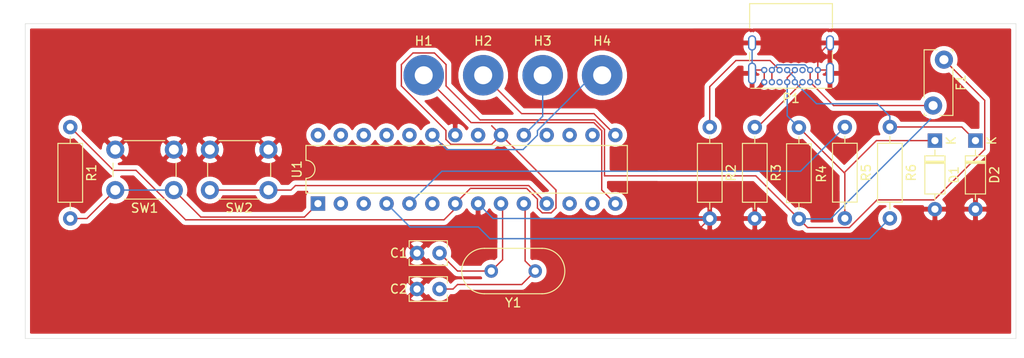
<source format=kicad_pcb>
(kicad_pcb (version 20171130) (host pcbnew "(5.1.6-0-10_14)")

  (general
    (thickness 1.6)
    (drawings 4)
    (tracks 133)
    (zones 0)
    (modules 20)
    (nets 34)
  )

  (page A4)
  (layers
    (0 F.Cu signal)
    (31 B.Cu signal)
    (32 B.Adhes user)
    (33 F.Adhes user)
    (34 B.Paste user)
    (35 F.Paste user)
    (36 B.SilkS user)
    (37 F.SilkS user)
    (38 B.Mask user)
    (39 F.Mask user)
    (40 Dwgs.User user)
    (41 Cmts.User user)
    (42 Eco1.User user)
    (43 Eco2.User user)
    (44 Edge.Cuts user)
    (45 Margin user)
    (46 B.CrtYd user)
    (47 F.CrtYd user)
    (48 B.Fab user)
    (49 F.Fab user hide)
  )

  (setup
    (last_trace_width 0.1524)
    (trace_clearance 0.1524)
    (zone_clearance 0.508)
    (zone_45_only no)
    (trace_min 0.1524)
    (via_size 0.6858)
    (via_drill 0.3302)
    (via_min_size 0.508)
    (via_min_drill 0.254)
    (uvia_size 0.6858)
    (uvia_drill 0.3302)
    (uvias_allowed no)
    (uvia_min_size 0.2)
    (uvia_min_drill 0.1)
    (edge_width 0.05)
    (segment_width 0.2)
    (pcb_text_width 0.3)
    (pcb_text_size 1.5 1.5)
    (mod_edge_width 0.12)
    (mod_text_size 1 1)
    (mod_text_width 0.15)
    (pad_size 1.524 1.524)
    (pad_drill 0.762)
    (pad_to_mask_clearance 0.0508)
    (solder_mask_min_width 0.101)
    (aux_axis_origin 0 0)
    (visible_elements FFFFFF7F)
    (pcbplotparams
      (layerselection 0x010fc_ffffffff)
      (usegerberextensions false)
      (usegerberattributes false)
      (usegerberadvancedattributes false)
      (creategerberjobfile false)
      (excludeedgelayer true)
      (linewidth 0.100000)
      (plotframeref false)
      (viasonmask false)
      (mode 1)
      (useauxorigin false)
      (hpglpennumber 1)
      (hpglpenspeed 20)
      (hpglpendiameter 15.000000)
      (psnegative false)
      (psa4output false)
      (plotreference true)
      (plotvalue true)
      (plotinvisibletext false)
      (padsonsilk false)
      (subtractmaskfromsilk false)
      (outputformat 1)
      (mirror false)
      (drillshape 1)
      (scaleselection 1)
      (outputdirectory ""))
  )

  (net 0 "")
  (net 1 "Net-(C1-Pad2)")
  (net 2 GND)
  (net 3 "Net-(C2-Pad2)")
  (net 4 "Net-(D1-Pad1)")
  (net 5 "Net-(D2-Pad1)")
  (net 6 "Net-(F1-Pad2)")
  (net 7 +5V)
  (net 8 /Row1)
  (net 9 /Row2)
  (net 10 /Col1)
  (net 11 /Col2)
  (net 12 "Net-(P1-PadB5)")
  (net 13 "Net-(P1-PadB8)")
  (net 14 "Net-(P1-PadA8)")
  (net 15 "Net-(P1-PadA5)")
  (net 16 /Reset)
  (net 17 /D-)
  (net 18 /D+)
  (net 19 /Boot)
  (net 20 "Net-(U1-Pad28)")
  (net 21 "Net-(U1-Pad27)")
  (net 22 "Net-(U1-Pad13)")
  (net 23 "Net-(U1-Pad26)")
  (net 24 "Net-(U1-Pad12)")
  (net 25 "Net-(U1-Pad25)")
  (net 26 "Net-(U1-Pad24)")
  (net 27 "Net-(U1-Pad21)")
  (net 28 "Net-(U1-Pad6)")
  (net 29 "Net-(U1-Pad18)")
  (net 30 "Net-(U1-Pad17)")
  (net 31 "Net-(U1-Pad3)")
  (net 32 "Net-(U1-Pad16)")
  (net 33 "Net-(U1-Pad2)")

  (net_class Default "This is the default net class."
    (clearance 0.1524)
    (trace_width 0.1524)
    (via_dia 0.6858)
    (via_drill 0.3302)
    (uvia_dia 0.6858)
    (uvia_drill 0.3302)
    (add_net +5V)
    (add_net /Boot)
    (add_net /Col1)
    (add_net /Col2)
    (add_net /D+)
    (add_net /D-)
    (add_net /Reset)
    (add_net /Row1)
    (add_net /Row2)
    (add_net GND)
    (add_net "Net-(C1-Pad2)")
    (add_net "Net-(C2-Pad2)")
    (add_net "Net-(D1-Pad1)")
    (add_net "Net-(D2-Pad1)")
    (add_net "Net-(F1-Pad2)")
    (add_net "Net-(P1-PadA5)")
    (add_net "Net-(P1-PadA8)")
    (add_net "Net-(P1-PadB5)")
    (add_net "Net-(P1-PadB8)")
    (add_net "Net-(U1-Pad12)")
    (add_net "Net-(U1-Pad13)")
    (add_net "Net-(U1-Pad16)")
    (add_net "Net-(U1-Pad17)")
    (add_net "Net-(U1-Pad18)")
    (add_net "Net-(U1-Pad2)")
    (add_net "Net-(U1-Pad21)")
    (add_net "Net-(U1-Pad24)")
    (add_net "Net-(U1-Pad25)")
    (add_net "Net-(U1-Pad26)")
    (add_net "Net-(U1-Pad27)")
    (add_net "Net-(U1-Pad28)")
    (add_net "Net-(U1-Pad3)")
    (add_net "Net-(U1-Pad6)")
  )

  (module Crystal:Crystal_HC49-4H_Vertical (layer F.Cu) (tedit 5A1AD3B7) (tstamp 5F0D58E7)
    (at 112.624 112.5 180)
    (descr "Crystal THT HC-49-4H http://5hertz.com/pdfs/04404_D.pdf")
    (tags "THT crystalHC-49-4H")
    (path /5F13EC61)
    (fp_text reference Y1 (at 2.44 -3.525) (layer F.SilkS)
      (effects (font (size 1 1) (thickness 0.15)))
    )
    (fp_text value 16MHz (at 2.44 3.525) (layer F.Fab)
      (effects (font (size 1 1) (thickness 0.15)))
    )
    (fp_line (start -0.76 -2.325) (end 5.64 -2.325) (layer F.Fab) (width 0.1))
    (fp_line (start -0.76 2.325) (end 5.64 2.325) (layer F.Fab) (width 0.1))
    (fp_line (start -0.56 -2) (end 5.44 -2) (layer F.Fab) (width 0.1))
    (fp_line (start -0.56 2) (end 5.44 2) (layer F.Fab) (width 0.1))
    (fp_line (start -0.76 -2.525) (end 5.64 -2.525) (layer F.SilkS) (width 0.12))
    (fp_line (start -0.76 2.525) (end 5.64 2.525) (layer F.SilkS) (width 0.12))
    (fp_line (start -3.6 -2.8) (end -3.6 2.8) (layer F.CrtYd) (width 0.05))
    (fp_line (start -3.6 2.8) (end 8.5 2.8) (layer F.CrtYd) (width 0.05))
    (fp_line (start 8.5 2.8) (end 8.5 -2.8) (layer F.CrtYd) (width 0.05))
    (fp_line (start 8.5 -2.8) (end -3.6 -2.8) (layer F.CrtYd) (width 0.05))
    (fp_arc (start 5.64 0) (end 5.64 -2.525) (angle 180) (layer F.SilkS) (width 0.12))
    (fp_arc (start -0.76 0) (end -0.76 -2.525) (angle -180) (layer F.SilkS) (width 0.12))
    (fp_arc (start 5.44 0) (end 5.44 -2) (angle 180) (layer F.Fab) (width 0.1))
    (fp_arc (start -0.56 0) (end -0.56 -2) (angle -180) (layer F.Fab) (width 0.1))
    (fp_arc (start 5.64 0) (end 5.64 -2.325) (angle 180) (layer F.Fab) (width 0.1))
    (fp_arc (start -0.76 0) (end -0.76 -2.325) (angle -180) (layer F.Fab) (width 0.1))
    (fp_text user %R (at 2.44 0) (layer F.Fab)
      (effects (font (size 1 1) (thickness 0.15)))
    )
    (pad 2 thru_hole circle (at 4.88 0 180) (size 1.5 1.5) (drill 0.8) (layers *.Cu *.Mask)
      (net 1 "Net-(C1-Pad2)"))
    (pad 1 thru_hole circle (at 0 0 180) (size 1.5 1.5) (drill 0.8) (layers *.Cu *.Mask)
      (net 3 "Net-(C2-Pad2)"))
    (model ${KISYS3DMOD}/Crystal.3dshapes/Crystal_HC49-4H_Vertical.wrl
      (at (xyz 0 0 0))
      (scale (xyz 1 1 1))
      (rotate (xyz 0 0 0))
    )
  )

  (module Package_DIP:DIP-28_W7.62mm (layer F.Cu) (tedit 5A02E8C5) (tstamp 5F0DAFA1)
    (at 88.5 105 90)
    (descr "28-lead though-hole mounted DIP package, row spacing 7.62 mm (300 mils)")
    (tags "THT DIP DIL PDIP 2.54mm 7.62mm 300mil")
    (path /5F096C08)
    (fp_text reference U1 (at 3.81 -2.33 90) (layer F.SilkS)
      (effects (font (size 1 1) (thickness 0.15)))
    )
    (fp_text value ATmega328P-PU (at 3.81 35.35 90) (layer F.Fab)
      (effects (font (size 1 1) (thickness 0.15)))
    )
    (fp_line (start 1.635 -1.27) (end 6.985 -1.27) (layer F.Fab) (width 0.1))
    (fp_line (start 6.985 -1.27) (end 6.985 34.29) (layer F.Fab) (width 0.1))
    (fp_line (start 6.985 34.29) (end 0.635 34.29) (layer F.Fab) (width 0.1))
    (fp_line (start 0.635 34.29) (end 0.635 -0.27) (layer F.Fab) (width 0.1))
    (fp_line (start 0.635 -0.27) (end 1.635 -1.27) (layer F.Fab) (width 0.1))
    (fp_line (start 2.81 -1.33) (end 1.16 -1.33) (layer F.SilkS) (width 0.12))
    (fp_line (start 1.16 -1.33) (end 1.16 34.35) (layer F.SilkS) (width 0.12))
    (fp_line (start 1.16 34.35) (end 6.46 34.35) (layer F.SilkS) (width 0.12))
    (fp_line (start 6.46 34.35) (end 6.46 -1.33) (layer F.SilkS) (width 0.12))
    (fp_line (start 6.46 -1.33) (end 4.81 -1.33) (layer F.SilkS) (width 0.12))
    (fp_line (start -1.1 -1.55) (end -1.1 34.55) (layer F.CrtYd) (width 0.05))
    (fp_line (start -1.1 34.55) (end 8.7 34.55) (layer F.CrtYd) (width 0.05))
    (fp_line (start 8.7 34.55) (end 8.7 -1.55) (layer F.CrtYd) (width 0.05))
    (fp_line (start 8.7 -1.55) (end -1.1 -1.55) (layer F.CrtYd) (width 0.05))
    (fp_text user %R (at 3.81 16.51 90) (layer F.Fab)
      (effects (font (size 1 1) (thickness 0.15)))
    )
    (fp_arc (start 3.81 -1.33) (end 2.81 -1.33) (angle -180) (layer F.SilkS) (width 0.12))
    (pad 28 thru_hole oval (at 7.62 0 90) (size 1.6 1.6) (drill 0.8) (layers *.Cu *.Mask)
      (net 20 "Net-(U1-Pad28)"))
    (pad 14 thru_hole oval (at 0 33.02 90) (size 1.6 1.6) (drill 0.8) (layers *.Cu *.Mask)
      (net 8 /Row1))
    (pad 27 thru_hole oval (at 7.62 2.54 90) (size 1.6 1.6) (drill 0.8) (layers *.Cu *.Mask)
      (net 21 "Net-(U1-Pad27)"))
    (pad 13 thru_hole oval (at 0 30.48 90) (size 1.6 1.6) (drill 0.8) (layers *.Cu *.Mask)
      (net 22 "Net-(U1-Pad13)"))
    (pad 26 thru_hole oval (at 7.62 5.08 90) (size 1.6 1.6) (drill 0.8) (layers *.Cu *.Mask)
      (net 23 "Net-(U1-Pad26)"))
    (pad 12 thru_hole oval (at 0 27.94 90) (size 1.6 1.6) (drill 0.8) (layers *.Cu *.Mask)
      (net 24 "Net-(U1-Pad12)"))
    (pad 25 thru_hole oval (at 7.62 7.62 90) (size 1.6 1.6) (drill 0.8) (layers *.Cu *.Mask)
      (net 25 "Net-(U1-Pad25)"))
    (pad 11 thru_hole oval (at 0 25.4 90) (size 1.6 1.6) (drill 0.8) (layers *.Cu *.Mask)
      (net 19 /Boot))
    (pad 24 thru_hole oval (at 7.62 10.16 90) (size 1.6 1.6) (drill 0.8) (layers *.Cu *.Mask)
      (net 26 "Net-(U1-Pad24)"))
    (pad 10 thru_hole oval (at 0 22.86 90) (size 1.6 1.6) (drill 0.8) (layers *.Cu *.Mask)
      (net 3 "Net-(C2-Pad2)"))
    (pad 23 thru_hole oval (at 7.62 12.7 90) (size 1.6 1.6) (drill 0.8) (layers *.Cu *.Mask)
      (net 11 /Col2))
    (pad 9 thru_hole oval (at 0 20.32 90) (size 1.6 1.6) (drill 0.8) (layers *.Cu *.Mask)
      (net 1 "Net-(C1-Pad2)"))
    (pad 22 thru_hole oval (at 7.62 15.24 90) (size 1.6 1.6) (drill 0.8) (layers *.Cu *.Mask)
      (net 2 GND))
    (pad 8 thru_hole oval (at 0 17.78 90) (size 1.6 1.6) (drill 0.8) (layers *.Cu *.Mask)
      (net 2 GND))
    (pad 21 thru_hole oval (at 7.62 17.78 90) (size 1.6 1.6) (drill 0.8) (layers *.Cu *.Mask)
      (net 27 "Net-(U1-Pad21)"))
    (pad 7 thru_hole oval (at 0 15.24 90) (size 1.6 1.6) (drill 0.8) (layers *.Cu *.Mask)
      (net 7 +5V))
    (pad 20 thru_hole oval (at 7.62 20.32 90) (size 1.6 1.6) (drill 0.8) (layers *.Cu *.Mask)
      (net 7 +5V))
    (pad 6 thru_hole oval (at 0 12.7 90) (size 1.6 1.6) (drill 0.8) (layers *.Cu *.Mask)
      (net 28 "Net-(U1-Pad6)"))
    (pad 19 thru_hole oval (at 7.62 22.86 90) (size 1.6 1.6) (drill 0.8) (layers *.Cu *.Mask)
      (net 10 /Col1))
    (pad 5 thru_hole oval (at 0 10.16 90) (size 1.6 1.6) (drill 0.8) (layers *.Cu *.Mask)
      (net 17 /D-))
    (pad 18 thru_hole oval (at 7.62 25.4 90) (size 1.6 1.6) (drill 0.8) (layers *.Cu *.Mask)
      (net 29 "Net-(U1-Pad18)"))
    (pad 4 thru_hole oval (at 0 7.62 90) (size 1.6 1.6) (drill 0.8) (layers *.Cu *.Mask)
      (net 18 /D+))
    (pad 17 thru_hole oval (at 7.62 27.94 90) (size 1.6 1.6) (drill 0.8) (layers *.Cu *.Mask)
      (net 30 "Net-(U1-Pad17)"))
    (pad 3 thru_hole oval (at 0 5.08 90) (size 1.6 1.6) (drill 0.8) (layers *.Cu *.Mask)
      (net 31 "Net-(U1-Pad3)"))
    (pad 16 thru_hole oval (at 7.62 30.48 90) (size 1.6 1.6) (drill 0.8) (layers *.Cu *.Mask)
      (net 32 "Net-(U1-Pad16)"))
    (pad 2 thru_hole oval (at 0 2.54 90) (size 1.6 1.6) (drill 0.8) (layers *.Cu *.Mask)
      (net 33 "Net-(U1-Pad2)"))
    (pad 15 thru_hole oval (at 7.62 33.02 90) (size 1.6 1.6) (drill 0.8) (layers *.Cu *.Mask)
      (net 9 /Row2))
    (pad 1 thru_hole rect (at 0 0 90) (size 1.6 1.6) (drill 0.8) (layers *.Cu *.Mask)
      (net 16 /Reset))
    (model ${KISYS3DMOD}/Package_DIP.3dshapes/DIP-28_W7.62mm.wrl
      (at (xyz 0 0 0))
      (scale (xyz 1 1 1))
      (rotate (xyz 0 0 0))
    )
  )

  (module Connector_USB:USB_C_Receptacle_GCT_USB4085 (layer F.Cu) (tedit 5BCCCD93) (tstamp 5F0DB1C5)
    (at 144 91.5 180)
    (descr "USB 2.0 Type C Receptacle, https://gct.co/Files/Drawings/USB4085.pdf")
    (tags "USB Type-C Receptacle Through-hole Right angle")
    (path /5F152268)
    (fp_text reference P1 (at 2.975 -1.8) (layer F.SilkS)
      (effects (font (size 1 1) (thickness 0.15)))
    )
    (fp_text value USB_C_Receptacle_USB2.0 (at 2.975 9.925) (layer F.Fab)
      (effects (font (size 1 1) (thickness 0.15)))
    )
    (fp_line (start -0.025 6.1) (end 5.975 6.1) (layer F.Fab) (width 0.1))
    (fp_line (start 8.25 -1.06) (end 8.25 9.11) (layer F.CrtYd) (width 0.05))
    (fp_line (start -2.3 -1.06) (end 8.25 -1.06) (layer F.CrtYd) (width 0.05))
    (fp_line (start -2.3 9.11) (end 8.25 9.11) (layer F.CrtYd) (width 0.05))
    (fp_line (start -2.3 -1.06) (end -2.3 9.11) (layer F.CrtYd) (width 0.05))
    (fp_line (start -1.62 2.4) (end -1.62 3.3) (layer F.SilkS) (width 0.12))
    (fp_line (start 7.57 2.4) (end 7.57 3.3) (layer F.SilkS) (width 0.12))
    (fp_line (start -1.62 6) (end -1.62 8.73) (layer F.SilkS) (width 0.12))
    (fp_line (start 7.57 6) (end 7.57 8.73) (layer F.SilkS) (width 0.12))
    (fp_line (start 7.45 -0.56) (end 7.45 8.61) (layer F.Fab) (width 0.1))
    (fp_line (start -1.5 -0.56) (end -1.5 8.61) (layer F.Fab) (width 0.1))
    (fp_line (start -1.5 -0.68) (end 7.45 -0.68) (layer F.SilkS) (width 0.12))
    (fp_line (start -1.62 8.73) (end 7.57 8.73) (layer F.SilkS) (width 0.12))
    (fp_line (start -1.5 8.61) (end 7.45 8.61) (layer F.Fab) (width 0.1))
    (fp_line (start -1.5 -0.56) (end 7.45 -0.56) (layer F.Fab) (width 0.1))
    (fp_text user %R (at 2.975 4.025) (layer F.Fab)
      (effects (font (size 1 1) (thickness 0.15)))
    )
    (fp_text user "PCB Edge" (at 2.975 6.1) (layer Dwgs.User)
      (effects (font (size 0.5 0.5) (thickness 0.1)))
    )
    (pad S1 thru_hole oval (at 7.3 4.36 180) (size 0.9 1.7) (drill oval 0.6 1.4) (layers *.Cu *.Mask)
      (net 2 GND))
    (pad S1 thru_hole oval (at -1.35 4.36 180) (size 0.9 1.7) (drill oval 0.6 1.4) (layers *.Cu *.Mask)
      (net 2 GND))
    (pad S1 thru_hole oval (at 7.3 0.98 180) (size 0.9 2.4) (drill oval 0.6 2.1) (layers *.Cu *.Mask)
      (net 2 GND))
    (pad S1 thru_hole oval (at -1.35 0.98 180) (size 0.9 2.4) (drill oval 0.6 2.1) (layers *.Cu *.Mask)
      (net 2 GND))
    (pad B6 thru_hole circle (at 3.4 1.35 180) (size 0.7 0.7) (drill 0.4) (layers *.Cu *.Mask)
      (net 5 "Net-(D2-Pad1)"))
    (pad B1 thru_hole circle (at 5.95 1.35 180) (size 0.7 0.7) (drill 0.4) (layers *.Cu *.Mask)
      (net 2 GND))
    (pad B4 thru_hole circle (at 5.1 1.35 180) (size 0.7 0.7) (drill 0.4) (layers *.Cu *.Mask)
      (net 6 "Net-(F1-Pad2)"))
    (pad B5 thru_hole circle (at 4.25 1.35 180) (size 0.7 0.7) (drill 0.4) (layers *.Cu *.Mask)
      (net 12 "Net-(P1-PadB5)"))
    (pad B12 thru_hole circle (at 0 1.35 180) (size 0.7 0.7) (drill 0.4) (layers *.Cu *.Mask)
      (net 2 GND))
    (pad B8 thru_hole circle (at 1.7 1.35 180) (size 0.7 0.7) (drill 0.4) (layers *.Cu *.Mask)
      (net 13 "Net-(P1-PadB8)"))
    (pad B7 thru_hole circle (at 2.55 1.35 180) (size 0.7 0.7) (drill 0.4) (layers *.Cu *.Mask)
      (net 4 "Net-(D1-Pad1)"))
    (pad B9 thru_hole circle (at 0.85 1.35 180) (size 0.7 0.7) (drill 0.4) (layers *.Cu *.Mask)
      (net 6 "Net-(F1-Pad2)"))
    (pad A12 thru_hole circle (at 5.95 0 180) (size 0.7 0.7) (drill 0.4) (layers *.Cu *.Mask)
      (net 2 GND))
    (pad A9 thru_hole circle (at 5.1 0 180) (size 0.7 0.7) (drill 0.4) (layers *.Cu *.Mask)
      (net 6 "Net-(F1-Pad2)"))
    (pad A8 thru_hole circle (at 4.25 0 180) (size 0.7 0.7) (drill 0.4) (layers *.Cu *.Mask)
      (net 14 "Net-(P1-PadA8)"))
    (pad A7 thru_hole circle (at 3.4 0 180) (size 0.7 0.7) (drill 0.4) (layers *.Cu *.Mask)
      (net 4 "Net-(D1-Pad1)"))
    (pad A6 thru_hole circle (at 2.55 0 180) (size 0.7 0.7) (drill 0.4) (layers *.Cu *.Mask)
      (net 5 "Net-(D2-Pad1)"))
    (pad A5 thru_hole circle (at 1.7 0 180) (size 0.7 0.7) (drill 0.4) (layers *.Cu *.Mask)
      (net 15 "Net-(P1-PadA5)"))
    (pad A4 thru_hole circle (at 0.85 0 180) (size 0.7 0.7) (drill 0.4) (layers *.Cu *.Mask)
      (net 6 "Net-(F1-Pad2)"))
    (pad A1 thru_hole circle (at 0 0 180) (size 0.7 0.7) (drill 0.4) (layers *.Cu *.Mask)
      (net 2 GND))
    (model ${KISYS3DMOD}/Connector_USB.3dshapes/USB_C_Receptacle_GCT_USB4085.wrl
      (at (xyz 0 0 0))
      (scale (xyz 1 1 1))
      (rotate (xyz 0 0 0))
    )
  )

  (module Button_Switch_THT:SW_PUSH_6mm_H4.3mm (layer F.Cu) (tedit 5A02FE31) (tstamp 5F0D5898)
    (at 83 103.5 180)
    (descr "tactile push button, 6x6mm e.g. PHAP33xx series, height=4.3mm")
    (tags "tact sw push 6mm")
    (path /5F1325D7)
    (fp_text reference SW2 (at 3.25 -2) (layer F.SilkS)
      (effects (font (size 1 1) (thickness 0.15)))
    )
    (fp_text value Boot (at 3.75 6.7) (layer F.Fab)
      (effects (font (size 1 1) (thickness 0.15)))
    )
    (fp_line (start 3.25 -0.75) (end 6.25 -0.75) (layer F.Fab) (width 0.1))
    (fp_line (start 6.25 -0.75) (end 6.25 5.25) (layer F.Fab) (width 0.1))
    (fp_line (start 6.25 5.25) (end 0.25 5.25) (layer F.Fab) (width 0.1))
    (fp_line (start 0.25 5.25) (end 0.25 -0.75) (layer F.Fab) (width 0.1))
    (fp_line (start 0.25 -0.75) (end 3.25 -0.75) (layer F.Fab) (width 0.1))
    (fp_line (start 7.75 6) (end 8 6) (layer F.CrtYd) (width 0.05))
    (fp_line (start 8 6) (end 8 5.75) (layer F.CrtYd) (width 0.05))
    (fp_line (start 7.75 -1.5) (end 8 -1.5) (layer F.CrtYd) (width 0.05))
    (fp_line (start 8 -1.5) (end 8 -1.25) (layer F.CrtYd) (width 0.05))
    (fp_line (start -1.5 -1.25) (end -1.5 -1.5) (layer F.CrtYd) (width 0.05))
    (fp_line (start -1.5 -1.5) (end -1.25 -1.5) (layer F.CrtYd) (width 0.05))
    (fp_line (start -1.5 5.75) (end -1.5 6) (layer F.CrtYd) (width 0.05))
    (fp_line (start -1.5 6) (end -1.25 6) (layer F.CrtYd) (width 0.05))
    (fp_line (start -1.25 -1.5) (end 7.75 -1.5) (layer F.CrtYd) (width 0.05))
    (fp_line (start -1.5 5.75) (end -1.5 -1.25) (layer F.CrtYd) (width 0.05))
    (fp_line (start 7.75 6) (end -1.25 6) (layer F.CrtYd) (width 0.05))
    (fp_line (start 8 -1.25) (end 8 5.75) (layer F.CrtYd) (width 0.05))
    (fp_line (start 1 5.5) (end 5.5 5.5) (layer F.SilkS) (width 0.12))
    (fp_line (start -0.25 1.5) (end -0.25 3) (layer F.SilkS) (width 0.12))
    (fp_line (start 5.5 -1) (end 1 -1) (layer F.SilkS) (width 0.12))
    (fp_line (start 6.75 3) (end 6.75 1.5) (layer F.SilkS) (width 0.12))
    (fp_circle (center 3.25 2.25) (end 1.25 2.5) (layer F.Fab) (width 0.1))
    (fp_text user %R (at 3.25 2.25) (layer F.Fab)
      (effects (font (size 1 1) (thickness 0.15)))
    )
    (pad 1 thru_hole circle (at 6.5 0 270) (size 2 2) (drill 1.1) (layers *.Cu *.Mask)
      (net 19 /Boot))
    (pad 2 thru_hole circle (at 6.5 4.5 270) (size 2 2) (drill 1.1) (layers *.Cu *.Mask)
      (net 2 GND))
    (pad 1 thru_hole circle (at 0 0 270) (size 2 2) (drill 1.1) (layers *.Cu *.Mask)
      (net 19 /Boot))
    (pad 2 thru_hole circle (at 0 4.5 270) (size 2 2) (drill 1.1) (layers *.Cu *.Mask)
      (net 2 GND))
    (model ${KISYS3DMOD}/Button_Switch_THT.3dshapes/SW_PUSH_6mm_H4.3mm.wrl
      (at (xyz 0 0 0))
      (scale (xyz 1 1 1))
      (rotate (xyz 0 0 0))
    )
  )

  (module Button_Switch_THT:SW_PUSH_6mm_H4.3mm (layer F.Cu) (tedit 5A02FE31) (tstamp 5F0D5879)
    (at 72.5 103.5 180)
    (descr "tactile push button, 6x6mm e.g. PHAP33xx series, height=4.3mm")
    (tags "tact sw push 6mm")
    (path /5F122B8C)
    (fp_text reference SW1 (at 3.25 -2) (layer F.SilkS)
      (effects (font (size 1 1) (thickness 0.15)))
    )
    (fp_text value Reset (at 3.75 6.7) (layer F.Fab)
      (effects (font (size 1 1) (thickness 0.15)))
    )
    (fp_line (start 3.25 -0.75) (end 6.25 -0.75) (layer F.Fab) (width 0.1))
    (fp_line (start 6.25 -0.75) (end 6.25 5.25) (layer F.Fab) (width 0.1))
    (fp_line (start 6.25 5.25) (end 0.25 5.25) (layer F.Fab) (width 0.1))
    (fp_line (start 0.25 5.25) (end 0.25 -0.75) (layer F.Fab) (width 0.1))
    (fp_line (start 0.25 -0.75) (end 3.25 -0.75) (layer F.Fab) (width 0.1))
    (fp_line (start 7.75 6) (end 8 6) (layer F.CrtYd) (width 0.05))
    (fp_line (start 8 6) (end 8 5.75) (layer F.CrtYd) (width 0.05))
    (fp_line (start 7.75 -1.5) (end 8 -1.5) (layer F.CrtYd) (width 0.05))
    (fp_line (start 8 -1.5) (end 8 -1.25) (layer F.CrtYd) (width 0.05))
    (fp_line (start -1.5 -1.25) (end -1.5 -1.5) (layer F.CrtYd) (width 0.05))
    (fp_line (start -1.5 -1.5) (end -1.25 -1.5) (layer F.CrtYd) (width 0.05))
    (fp_line (start -1.5 5.75) (end -1.5 6) (layer F.CrtYd) (width 0.05))
    (fp_line (start -1.5 6) (end -1.25 6) (layer F.CrtYd) (width 0.05))
    (fp_line (start -1.25 -1.5) (end 7.75 -1.5) (layer F.CrtYd) (width 0.05))
    (fp_line (start -1.5 5.75) (end -1.5 -1.25) (layer F.CrtYd) (width 0.05))
    (fp_line (start 7.75 6) (end -1.25 6) (layer F.CrtYd) (width 0.05))
    (fp_line (start 8 -1.25) (end 8 5.75) (layer F.CrtYd) (width 0.05))
    (fp_line (start 1 5.5) (end 5.5 5.5) (layer F.SilkS) (width 0.12))
    (fp_line (start -0.25 1.5) (end -0.25 3) (layer F.SilkS) (width 0.12))
    (fp_line (start 5.5 -1) (end 1 -1) (layer F.SilkS) (width 0.12))
    (fp_line (start 6.75 3) (end 6.75 1.5) (layer F.SilkS) (width 0.12))
    (fp_circle (center 3.25 2.25) (end 1.25 2.5) (layer F.Fab) (width 0.1))
    (fp_text user %R (at 3.25 2.25) (layer F.Fab)
      (effects (font (size 1 1) (thickness 0.15)))
    )
    (pad 1 thru_hole circle (at 6.5 0 270) (size 2 2) (drill 1.1) (layers *.Cu *.Mask)
      (net 16 /Reset))
    (pad 2 thru_hole circle (at 6.5 4.5 270) (size 2 2) (drill 1.1) (layers *.Cu *.Mask)
      (net 2 GND))
    (pad 1 thru_hole circle (at 0 0 270) (size 2 2) (drill 1.1) (layers *.Cu *.Mask)
      (net 16 /Reset))
    (pad 2 thru_hole circle (at 0 4.5 270) (size 2 2) (drill 1.1) (layers *.Cu *.Mask)
      (net 2 GND))
    (model ${KISYS3DMOD}/Button_Switch_THT.3dshapes/SW_PUSH_6mm_H4.3mm.wrl
      (at (xyz 0 0 0))
      (scale (xyz 1 1 1))
      (rotate (xyz 0 0 0))
    )
  )

  (module Resistor_THT:R_Axial_DIN0207_L6.3mm_D2.5mm_P10.16mm_Horizontal (layer F.Cu) (tedit 5AE5139B) (tstamp 5F0D585A)
    (at 152 96.482 270)
    (descr "Resistor, Axial_DIN0207 series, Axial, Horizontal, pin pitch=10.16mm, 0.25W = 1/4W, length*diameter=6.3*2.5mm^2, http://cdn-reichelt.de/documents/datenblatt/B400/1_4W%23YAG.pdf")
    (tags "Resistor Axial_DIN0207 series Axial Horizontal pin pitch 10.16mm 0.25W = 1/4W length 6.3mm diameter 2.5mm")
    (path /5F177496)
    (fp_text reference R6 (at 5.08 -2.37 90) (layer F.SilkS)
      (effects (font (size 1 1) (thickness 0.15)))
    )
    (fp_text value 75R (at 5.08 2.37 90) (layer F.Fab)
      (effects (font (size 1 1) (thickness 0.15)))
    )
    (fp_line (start 1.93 -1.25) (end 1.93 1.25) (layer F.Fab) (width 0.1))
    (fp_line (start 1.93 1.25) (end 8.23 1.25) (layer F.Fab) (width 0.1))
    (fp_line (start 8.23 1.25) (end 8.23 -1.25) (layer F.Fab) (width 0.1))
    (fp_line (start 8.23 -1.25) (end 1.93 -1.25) (layer F.Fab) (width 0.1))
    (fp_line (start 0 0) (end 1.93 0) (layer F.Fab) (width 0.1))
    (fp_line (start 10.16 0) (end 8.23 0) (layer F.Fab) (width 0.1))
    (fp_line (start 1.81 -1.37) (end 1.81 1.37) (layer F.SilkS) (width 0.12))
    (fp_line (start 1.81 1.37) (end 8.35 1.37) (layer F.SilkS) (width 0.12))
    (fp_line (start 8.35 1.37) (end 8.35 -1.37) (layer F.SilkS) (width 0.12))
    (fp_line (start 8.35 -1.37) (end 1.81 -1.37) (layer F.SilkS) (width 0.12))
    (fp_line (start 1.04 0) (end 1.81 0) (layer F.SilkS) (width 0.12))
    (fp_line (start 9.12 0) (end 8.35 0) (layer F.SilkS) (width 0.12))
    (fp_line (start -1.05 -1.5) (end -1.05 1.5) (layer F.CrtYd) (width 0.05))
    (fp_line (start -1.05 1.5) (end 11.21 1.5) (layer F.CrtYd) (width 0.05))
    (fp_line (start 11.21 1.5) (end 11.21 -1.5) (layer F.CrtYd) (width 0.05))
    (fp_line (start 11.21 -1.5) (end -1.05 -1.5) (layer F.CrtYd) (width 0.05))
    (fp_text user %R (at 5.08 0 90) (layer F.Fab)
      (effects (font (size 1 1) (thickness 0.15)))
    )
    (pad 2 thru_hole oval (at 10.16 0 270) (size 1.6 1.6) (drill 0.8) (layers *.Cu *.Mask)
      (net 18 /D+))
    (pad 1 thru_hole circle (at 0 0 270) (size 1.6 1.6) (drill 0.8) (layers *.Cu *.Mask)
      (net 5 "Net-(D2-Pad1)"))
    (model ${KISYS3DMOD}/Resistor_THT.3dshapes/R_Axial_DIN0207_L6.3mm_D2.5mm_P10.16mm_Horizontal.wrl
      (at (xyz 0 0 0))
      (scale (xyz 1 1 1))
      (rotate (xyz 0 0 0))
    )
  )

  (module Resistor_THT:R_Axial_DIN0207_L6.3mm_D2.5mm_P10.16mm_Horizontal (layer F.Cu) (tedit 5AE5139B) (tstamp 5F0D5843)
    (at 147 96.482 270)
    (descr "Resistor, Axial_DIN0207 series, Axial, Horizontal, pin pitch=10.16mm, 0.25W = 1/4W, length*diameter=6.3*2.5mm^2, http://cdn-reichelt.de/documents/datenblatt/B400/1_4W%23YAG.pdf")
    (tags "Resistor Axial_DIN0207 series Axial Horizontal pin pitch 10.16mm 0.25W = 1/4W length 6.3mm diameter 2.5mm")
    (path /5F16AB09)
    (fp_text reference R5 (at 5.08 -2.37 90) (layer F.SilkS)
      (effects (font (size 1 1) (thickness 0.15)))
    )
    (fp_text value 75R (at 5.08 2.37 90) (layer F.Fab)
      (effects (font (size 1 1) (thickness 0.15)))
    )
    (fp_line (start 1.93 -1.25) (end 1.93 1.25) (layer F.Fab) (width 0.1))
    (fp_line (start 1.93 1.25) (end 8.23 1.25) (layer F.Fab) (width 0.1))
    (fp_line (start 8.23 1.25) (end 8.23 -1.25) (layer F.Fab) (width 0.1))
    (fp_line (start 8.23 -1.25) (end 1.93 -1.25) (layer F.Fab) (width 0.1))
    (fp_line (start 0 0) (end 1.93 0) (layer F.Fab) (width 0.1))
    (fp_line (start 10.16 0) (end 8.23 0) (layer F.Fab) (width 0.1))
    (fp_line (start 1.81 -1.37) (end 1.81 1.37) (layer F.SilkS) (width 0.12))
    (fp_line (start 1.81 1.37) (end 8.35 1.37) (layer F.SilkS) (width 0.12))
    (fp_line (start 8.35 1.37) (end 8.35 -1.37) (layer F.SilkS) (width 0.12))
    (fp_line (start 8.35 -1.37) (end 1.81 -1.37) (layer F.SilkS) (width 0.12))
    (fp_line (start 1.04 0) (end 1.81 0) (layer F.SilkS) (width 0.12))
    (fp_line (start 9.12 0) (end 8.35 0) (layer F.SilkS) (width 0.12))
    (fp_line (start -1.05 -1.5) (end -1.05 1.5) (layer F.CrtYd) (width 0.05))
    (fp_line (start -1.05 1.5) (end 11.21 1.5) (layer F.CrtYd) (width 0.05))
    (fp_line (start 11.21 1.5) (end 11.21 -1.5) (layer F.CrtYd) (width 0.05))
    (fp_line (start 11.21 -1.5) (end -1.05 -1.5) (layer F.CrtYd) (width 0.05))
    (fp_text user %R (at 5.08 0 90) (layer F.Fab)
      (effects (font (size 1 1) (thickness 0.15)))
    )
    (pad 2 thru_hole oval (at 10.16 0 270) (size 1.6 1.6) (drill 0.8) (layers *.Cu *.Mask)
      (net 4 "Net-(D1-Pad1)"))
    (pad 1 thru_hole circle (at 0 0 270) (size 1.6 1.6) (drill 0.8) (layers *.Cu *.Mask)
      (net 17 /D-))
    (model ${KISYS3DMOD}/Resistor_THT.3dshapes/R_Axial_DIN0207_L6.3mm_D2.5mm_P10.16mm_Horizontal.wrl
      (at (xyz 0 0 0))
      (scale (xyz 1 1 1))
      (rotate (xyz 0 0 0))
    )
  )

  (module Resistor_THT:R_Axial_DIN0207_L6.3mm_D2.5mm_P10.16mm_Horizontal (layer F.Cu) (tedit 5AE5139B) (tstamp 5F0D582C)
    (at 141.9 106.7 90)
    (descr "Resistor, Axial_DIN0207 series, Axial, Horizontal, pin pitch=10.16mm, 0.25W = 1/4W, length*diameter=6.3*2.5mm^2, http://cdn-reichelt.de/documents/datenblatt/B400/1_4W%23YAG.pdf")
    (tags "Resistor Axial_DIN0207 series Axial Horizontal pin pitch 10.16mm 0.25W = 1/4W length 6.3mm diameter 2.5mm")
    (path /5F16FEDB)
    (fp_text reference R4 (at 5 2.5 270) (layer F.SilkS)
      (effects (font (size 1 1) (thickness 0.15)))
    )
    (fp_text value 1.5k (at 5.08 2.37 90) (layer F.Fab)
      (effects (font (size 1 1) (thickness 0.15)))
    )
    (fp_line (start 1.93 -1.25) (end 1.93 1.25) (layer F.Fab) (width 0.1))
    (fp_line (start 1.93 1.25) (end 8.23 1.25) (layer F.Fab) (width 0.1))
    (fp_line (start 8.23 1.25) (end 8.23 -1.25) (layer F.Fab) (width 0.1))
    (fp_line (start 8.23 -1.25) (end 1.93 -1.25) (layer F.Fab) (width 0.1))
    (fp_line (start 0 0) (end 1.93 0) (layer F.Fab) (width 0.1))
    (fp_line (start 10.16 0) (end 8.23 0) (layer F.Fab) (width 0.1))
    (fp_line (start 1.81 -1.37) (end 1.81 1.37) (layer F.SilkS) (width 0.12))
    (fp_line (start 1.81 1.37) (end 8.35 1.37) (layer F.SilkS) (width 0.12))
    (fp_line (start 8.35 1.37) (end 8.35 -1.37) (layer F.SilkS) (width 0.12))
    (fp_line (start 8.35 -1.37) (end 1.81 -1.37) (layer F.SilkS) (width 0.12))
    (fp_line (start 1.04 0) (end 1.81 0) (layer F.SilkS) (width 0.12))
    (fp_line (start 9.12 0) (end 8.35 0) (layer F.SilkS) (width 0.12))
    (fp_line (start -1.05 -1.5) (end -1.05 1.5) (layer F.CrtYd) (width 0.05))
    (fp_line (start -1.05 1.5) (end 11.21 1.5) (layer F.CrtYd) (width 0.05))
    (fp_line (start 11.21 1.5) (end 11.21 -1.5) (layer F.CrtYd) (width 0.05))
    (fp_line (start 11.21 -1.5) (end -1.05 -1.5) (layer F.CrtYd) (width 0.05))
    (fp_text user %R (at 5.08 0 90) (layer F.Fab)
      (effects (font (size 1 1) (thickness 0.15)))
    )
    (pad 2 thru_hole oval (at 10.16 0 90) (size 1.6 1.6) (drill 0.8) (layers *.Cu *.Mask)
      (net 4 "Net-(D1-Pad1)"))
    (pad 1 thru_hole circle (at 0 0 90) (size 1.6 1.6) (drill 0.8) (layers *.Cu *.Mask)
      (net 7 +5V))
    (model ${KISYS3DMOD}/Resistor_THT.3dshapes/R_Axial_DIN0207_L6.3mm_D2.5mm_P10.16mm_Horizontal.wrl
      (at (xyz 0 0 0))
      (scale (xyz 1 1 1))
      (rotate (xyz 0 0 0))
    )
  )

  (module Resistor_THT:R_Axial_DIN0207_L6.3mm_D2.5mm_P10.16mm_Horizontal (layer F.Cu) (tedit 5AE5139B) (tstamp 5F0D5815)
    (at 137 96.5 270)
    (descr "Resistor, Axial_DIN0207 series, Axial, Horizontal, pin pitch=10.16mm, 0.25W = 1/4W, length*diameter=6.3*2.5mm^2, http://cdn-reichelt.de/documents/datenblatt/B400/1_4W%23YAG.pdf")
    (tags "Resistor Axial_DIN0207 series Axial Horizontal pin pitch 10.16mm 0.25W = 1/4W length 6.3mm diameter 2.5mm")
    (path /5F1A639B)
    (fp_text reference R3 (at 5.08 -2.37 90) (layer F.SilkS)
      (effects (font (size 1 1) (thickness 0.15)))
    )
    (fp_text value 5.1k (at 5.08 2.37 90) (layer F.Fab)
      (effects (font (size 1 1) (thickness 0.15)))
    )
    (fp_line (start 1.93 -1.25) (end 1.93 1.25) (layer F.Fab) (width 0.1))
    (fp_line (start 1.93 1.25) (end 8.23 1.25) (layer F.Fab) (width 0.1))
    (fp_line (start 8.23 1.25) (end 8.23 -1.25) (layer F.Fab) (width 0.1))
    (fp_line (start 8.23 -1.25) (end 1.93 -1.25) (layer F.Fab) (width 0.1))
    (fp_line (start 0 0) (end 1.93 0) (layer F.Fab) (width 0.1))
    (fp_line (start 10.16 0) (end 8.23 0) (layer F.Fab) (width 0.1))
    (fp_line (start 1.81 -1.37) (end 1.81 1.37) (layer F.SilkS) (width 0.12))
    (fp_line (start 1.81 1.37) (end 8.35 1.37) (layer F.SilkS) (width 0.12))
    (fp_line (start 8.35 1.37) (end 8.35 -1.37) (layer F.SilkS) (width 0.12))
    (fp_line (start 8.35 -1.37) (end 1.81 -1.37) (layer F.SilkS) (width 0.12))
    (fp_line (start 1.04 0) (end 1.81 0) (layer F.SilkS) (width 0.12))
    (fp_line (start 9.12 0) (end 8.35 0) (layer F.SilkS) (width 0.12))
    (fp_line (start -1.05 -1.5) (end -1.05 1.5) (layer F.CrtYd) (width 0.05))
    (fp_line (start -1.05 1.5) (end 11.21 1.5) (layer F.CrtYd) (width 0.05))
    (fp_line (start 11.21 1.5) (end 11.21 -1.5) (layer F.CrtYd) (width 0.05))
    (fp_line (start 11.21 -1.5) (end -1.05 -1.5) (layer F.CrtYd) (width 0.05))
    (fp_text user %R (at 5.08 0 90) (layer F.Fab)
      (effects (font (size 1 1) (thickness 0.15)))
    )
    (pad 2 thru_hole oval (at 10.16 0 270) (size 1.6 1.6) (drill 0.8) (layers *.Cu *.Mask)
      (net 2 GND))
    (pad 1 thru_hole circle (at 0 0 270) (size 1.6 1.6) (drill 0.8) (layers *.Cu *.Mask)
      (net 15 "Net-(P1-PadA5)"))
    (model ${KISYS3DMOD}/Resistor_THT.3dshapes/R_Axial_DIN0207_L6.3mm_D2.5mm_P10.16mm_Horizontal.wrl
      (at (xyz 0 0 0))
      (scale (xyz 1 1 1))
      (rotate (xyz 0 0 0))
    )
  )

  (module Resistor_THT:R_Axial_DIN0207_L6.3mm_D2.5mm_P10.16mm_Horizontal (layer F.Cu) (tedit 5AE5139B) (tstamp 5F0D57FE)
    (at 132 96.5 270)
    (descr "Resistor, Axial_DIN0207 series, Axial, Horizontal, pin pitch=10.16mm, 0.25W = 1/4W, length*diameter=6.3*2.5mm^2, http://cdn-reichelt.de/documents/datenblatt/B400/1_4W%23YAG.pdf")
    (tags "Resistor Axial_DIN0207 series Axial Horizontal pin pitch 10.16mm 0.25W = 1/4W length 6.3mm diameter 2.5mm")
    (path /5F1B0BBF)
    (fp_text reference R2 (at 5.08 -2.37 90) (layer F.SilkS)
      (effects (font (size 1 1) (thickness 0.15)))
    )
    (fp_text value 5.1k (at 5.08 2.37 90) (layer F.Fab)
      (effects (font (size 1 1) (thickness 0.15)))
    )
    (fp_line (start 1.93 -1.25) (end 1.93 1.25) (layer F.Fab) (width 0.1))
    (fp_line (start 1.93 1.25) (end 8.23 1.25) (layer F.Fab) (width 0.1))
    (fp_line (start 8.23 1.25) (end 8.23 -1.25) (layer F.Fab) (width 0.1))
    (fp_line (start 8.23 -1.25) (end 1.93 -1.25) (layer F.Fab) (width 0.1))
    (fp_line (start 0 0) (end 1.93 0) (layer F.Fab) (width 0.1))
    (fp_line (start 10.16 0) (end 8.23 0) (layer F.Fab) (width 0.1))
    (fp_line (start 1.81 -1.37) (end 1.81 1.37) (layer F.SilkS) (width 0.12))
    (fp_line (start 1.81 1.37) (end 8.35 1.37) (layer F.SilkS) (width 0.12))
    (fp_line (start 8.35 1.37) (end 8.35 -1.37) (layer F.SilkS) (width 0.12))
    (fp_line (start 8.35 -1.37) (end 1.81 -1.37) (layer F.SilkS) (width 0.12))
    (fp_line (start 1.04 0) (end 1.81 0) (layer F.SilkS) (width 0.12))
    (fp_line (start 9.12 0) (end 8.35 0) (layer F.SilkS) (width 0.12))
    (fp_line (start -1.05 -1.5) (end -1.05 1.5) (layer F.CrtYd) (width 0.05))
    (fp_line (start -1.05 1.5) (end 11.21 1.5) (layer F.CrtYd) (width 0.05))
    (fp_line (start 11.21 1.5) (end 11.21 -1.5) (layer F.CrtYd) (width 0.05))
    (fp_line (start 11.21 -1.5) (end -1.05 -1.5) (layer F.CrtYd) (width 0.05))
    (fp_text user %R (at 5.08 0 90) (layer F.Fab)
      (effects (font (size 1 1) (thickness 0.15)))
    )
    (pad 2 thru_hole oval (at 10.16 0 270) (size 1.6 1.6) (drill 0.8) (layers *.Cu *.Mask)
      (net 2 GND))
    (pad 1 thru_hole circle (at 0 0 270) (size 1.6 1.6) (drill 0.8) (layers *.Cu *.Mask)
      (net 12 "Net-(P1-PadB5)"))
    (model ${KISYS3DMOD}/Resistor_THT.3dshapes/R_Axial_DIN0207_L6.3mm_D2.5mm_P10.16mm_Horizontal.wrl
      (at (xyz 0 0 0))
      (scale (xyz 1 1 1))
      (rotate (xyz 0 0 0))
    )
  )

  (module Resistor_THT:R_Axial_DIN0207_L6.3mm_D2.5mm_P10.16mm_Horizontal (layer F.Cu) (tedit 5AE5139B) (tstamp 5F0D57E7)
    (at 61 96.5 270)
    (descr "Resistor, Axial_DIN0207 series, Axial, Horizontal, pin pitch=10.16mm, 0.25W = 1/4W, length*diameter=6.3*2.5mm^2, http://cdn-reichelt.de/documents/datenblatt/B400/1_4W%23YAG.pdf")
    (tags "Resistor Axial_DIN0207 series Axial Horizontal pin pitch 10.16mm 0.25W = 1/4W length 6.3mm diameter 2.5mm")
    (path /5F129029)
    (fp_text reference R1 (at 5.08 -2.37 90) (layer F.SilkS)
      (effects (font (size 1 1) (thickness 0.15)))
    )
    (fp_text value 10k (at 5.08 2.37 90) (layer F.Fab)
      (effects (font (size 1 1) (thickness 0.15)))
    )
    (fp_line (start 1.93 -1.25) (end 1.93 1.25) (layer F.Fab) (width 0.1))
    (fp_line (start 1.93 1.25) (end 8.23 1.25) (layer F.Fab) (width 0.1))
    (fp_line (start 8.23 1.25) (end 8.23 -1.25) (layer F.Fab) (width 0.1))
    (fp_line (start 8.23 -1.25) (end 1.93 -1.25) (layer F.Fab) (width 0.1))
    (fp_line (start 0 0) (end 1.93 0) (layer F.Fab) (width 0.1))
    (fp_line (start 10.16 0) (end 8.23 0) (layer F.Fab) (width 0.1))
    (fp_line (start 1.81 -1.37) (end 1.81 1.37) (layer F.SilkS) (width 0.12))
    (fp_line (start 1.81 1.37) (end 8.35 1.37) (layer F.SilkS) (width 0.12))
    (fp_line (start 8.35 1.37) (end 8.35 -1.37) (layer F.SilkS) (width 0.12))
    (fp_line (start 8.35 -1.37) (end 1.81 -1.37) (layer F.SilkS) (width 0.12))
    (fp_line (start 1.04 0) (end 1.81 0) (layer F.SilkS) (width 0.12))
    (fp_line (start 9.12 0) (end 8.35 0) (layer F.SilkS) (width 0.12))
    (fp_line (start -1.05 -1.5) (end -1.05 1.5) (layer F.CrtYd) (width 0.05))
    (fp_line (start -1.05 1.5) (end 11.21 1.5) (layer F.CrtYd) (width 0.05))
    (fp_line (start 11.21 1.5) (end 11.21 -1.5) (layer F.CrtYd) (width 0.05))
    (fp_line (start 11.21 -1.5) (end -1.05 -1.5) (layer F.CrtYd) (width 0.05))
    (fp_text user %R (at 5.08 0 90) (layer F.Fab)
      (effects (font (size 1 1) (thickness 0.15)))
    )
    (pad 2 thru_hole oval (at 10.16 0 270) (size 1.6 1.6) (drill 0.8) (layers *.Cu *.Mask)
      (net 16 /Reset))
    (pad 1 thru_hole circle (at 0 0 270) (size 1.6 1.6) (drill 0.8) (layers *.Cu *.Mask)
      (net 7 +5V))
    (model ${KISYS3DMOD}/Resistor_THT.3dshapes/R_Axial_DIN0207_L6.3mm_D2.5mm_P10.16mm_Horizontal.wrl
      (at (xyz 0 0 0))
      (scale (xyz 1 1 1))
      (rotate (xyz 0 0 0))
    )
  )

  (module Connector_Wire:SolderWirePad_1x01_Drill2mm (layer F.Cu) (tedit 5AEE5ED2) (tstamp 5F0DB13A)
    (at 120.056 90.732)
    (descr "Wire solder connection")
    (tags connector)
    (path /5F1D979D)
    (attr virtual)
    (fp_text reference H4 (at 0 -3.81) (layer F.SilkS)
      (effects (font (size 1 1) (thickness 0.15)))
    )
    (fp_text value Col2_Conn (at 0 3.81) (layer F.Fab)
      (effects (font (size 1 1) (thickness 0.15)))
    )
    (fp_line (start -2.75 -2.75) (end 2.75 -2.75) (layer F.CrtYd) (width 0.05))
    (fp_line (start -2.75 -2.75) (end -2.75 2.75) (layer F.CrtYd) (width 0.05))
    (fp_line (start 2.75 2.75) (end 2.75 -2.75) (layer F.CrtYd) (width 0.05))
    (fp_line (start 2.75 2.75) (end -2.75 2.75) (layer F.CrtYd) (width 0.05))
    (fp_text user %R (at 0 0) (layer F.Fab)
      (effects (font (size 1 1) (thickness 0.15)))
    )
    (pad 1 thru_hole circle (at 0 0) (size 4.50088 4.50088) (drill 1.99898) (layers *.Cu *.Mask)
      (net 11 /Col2))
  )

  (module Connector_Wire:SolderWirePad_1x01_Drill2mm (layer F.Cu) (tedit 5AEE5ED2) (tstamp 5F0D579D)
    (at 113.452 90.732)
    (descr "Wire solder connection")
    (tags connector)
    (path /5F1D8B67)
    (attr virtual)
    (fp_text reference H3 (at 0 -3.81) (layer F.SilkS)
      (effects (font (size 1 1) (thickness 0.15)))
    )
    (fp_text value Col1_Conn (at 0 3.81) (layer F.Fab)
      (effects (font (size 1 1) (thickness 0.15)))
    )
    (fp_line (start -2.75 -2.75) (end 2.75 -2.75) (layer F.CrtYd) (width 0.05))
    (fp_line (start -2.75 -2.75) (end -2.75 2.75) (layer F.CrtYd) (width 0.05))
    (fp_line (start 2.75 2.75) (end 2.75 -2.75) (layer F.CrtYd) (width 0.05))
    (fp_line (start 2.75 2.75) (end -2.75 2.75) (layer F.CrtYd) (width 0.05))
    (fp_text user %R (at 0 0) (layer F.Fab)
      (effects (font (size 1 1) (thickness 0.15)))
    )
    (pad 1 thru_hole circle (at 0 0) (size 4.50088 4.50088) (drill 1.99898) (layers *.Cu *.Mask)
      (net 10 /Col1))
  )

  (module Connector_Wire:SolderWirePad_1x01_Drill2mm (layer F.Cu) (tedit 5AEE5ED2) (tstamp 5F0D5793)
    (at 106.848 90.732)
    (descr "Wire solder connection")
    (tags connector)
    (path /5F1D734C)
    (attr virtual)
    (fp_text reference H2 (at 0 -3.81) (layer F.SilkS)
      (effects (font (size 1 1) (thickness 0.15)))
    )
    (fp_text value Row2_Conn (at 0 3.81) (layer F.Fab)
      (effects (font (size 1 1) (thickness 0.15)))
    )
    (fp_line (start -2.75 -2.75) (end 2.75 -2.75) (layer F.CrtYd) (width 0.05))
    (fp_line (start -2.75 -2.75) (end -2.75 2.75) (layer F.CrtYd) (width 0.05))
    (fp_line (start 2.75 2.75) (end 2.75 -2.75) (layer F.CrtYd) (width 0.05))
    (fp_line (start 2.75 2.75) (end -2.75 2.75) (layer F.CrtYd) (width 0.05))
    (fp_text user %R (at 0 0) (layer F.Fab)
      (effects (font (size 1 1) (thickness 0.15)))
    )
    (pad 1 thru_hole circle (at 0 0) (size 4.50088 4.50088) (drill 1.99898) (layers *.Cu *.Mask)
      (net 9 /Row2))
  )

  (module Connector_Wire:SolderWirePad_1x01_Drill2mm (layer F.Cu) (tedit 5AEE5ED2) (tstamp 5F0D5789)
    (at 100.244 90.732)
    (descr "Wire solder connection")
    (tags connector)
    (path /5F1D617B)
    (attr virtual)
    (fp_text reference H1 (at 0 -3.81) (layer F.SilkS)
      (effects (font (size 1 1) (thickness 0.15)))
    )
    (fp_text value Row1_Conn (at 0 3.81) (layer F.Fab)
      (effects (font (size 1 1) (thickness 0.15)))
    )
    (fp_line (start -2.75 -2.75) (end 2.75 -2.75) (layer F.CrtYd) (width 0.05))
    (fp_line (start -2.75 -2.75) (end -2.75 2.75) (layer F.CrtYd) (width 0.05))
    (fp_line (start 2.75 2.75) (end 2.75 -2.75) (layer F.CrtYd) (width 0.05))
    (fp_line (start 2.75 2.75) (end -2.75 2.75) (layer F.CrtYd) (width 0.05))
    (fp_text user %R (at 0 0) (layer F.Fab)
      (effects (font (size 1 1) (thickness 0.15)))
    )
    (pad 1 thru_hole circle (at 0 0) (size 4.50088 4.50088) (drill 1.99898) (layers *.Cu *.Mask)
      (net 8 /Row1))
  )

  (module Fuse:Fuse_Bourns_MF-RG300 (layer F.Cu) (tedit 5B8F0E50) (tstamp 5F0FB460)
    (at 158 89 270)
    (descr "PTC Resettable Fuse, Ihold = 3.0A, Itrip=5.1A, http://www.bourns.com/docs/Product-Datasheets/mfrg.pdf")
    (tags "ptc resettable fuse polyfuse THT")
    (path /5F19B24C)
    (fp_text reference F1 (at 2.55 -1.9 90) (layer F.SilkS)
      (effects (font (size 1 1) (thickness 0.15)))
    )
    (fp_text value 100mA (at 2.55 3.1 90) (layer F.Fab)
      (effects (font (size 1 1) (thickness 0.15)))
    )
    (fp_line (start -1 -0.9) (end -1 2.1) (layer F.Fab) (width 0.1))
    (fp_line (start -1 2.1) (end 6.1 2.1) (layer F.Fab) (width 0.1))
    (fp_line (start 6.1 2.1) (end 6.1 -0.9) (layer F.Fab) (width 0.1))
    (fp_line (start 6.1 -0.9) (end -1 -0.9) (layer F.Fab) (width 0.1))
    (fp_line (start -1.1 -1) (end -0.879 -1) (layer F.SilkS) (width 0.12))
    (fp_line (start 0.879 -1) (end 6.2 -1) (layer F.SilkS) (width 0.12))
    (fp_line (start -1.1 2.2) (end 4.222 2.2) (layer F.SilkS) (width 0.12))
    (fp_line (start 5.979 2.2) (end 6.2 2.2) (layer F.SilkS) (width 0.12))
    (fp_line (start -1.1 -1) (end -1.1 -0.75) (layer F.SilkS) (width 0.12))
    (fp_line (start -1.1 0.75) (end -1.1 2.2) (layer F.SilkS) (width 0.12))
    (fp_line (start 6.2 -1) (end 6.2 0.451) (layer F.SilkS) (width 0.12))
    (fp_line (start 6.2 1.95) (end 6.2 2.2) (layer F.SilkS) (width 0.12))
    (fp_line (start -1.25 -1.15) (end -1.25 2.35) (layer F.CrtYd) (width 0.05))
    (fp_line (start -1.25 2.35) (end 6.35 2.35) (layer F.CrtYd) (width 0.05))
    (fp_line (start 6.35 2.35) (end 6.35 -1.15) (layer F.CrtYd) (width 0.05))
    (fp_line (start 6.35 -1.15) (end -1.25 -1.15) (layer F.CrtYd) (width 0.05))
    (fp_text user %R (at 2.55 0.6 90) (layer F.Fab)
      (effects (font (size 1 1) (thickness 0.15)))
    )
    (pad 2 thru_hole circle (at 5.1 1.2 270) (size 2.01 2.01) (drill 1.01) (layers *.Cu *.Mask)
      (net 6 "Net-(F1-Pad2)"))
    (pad 1 thru_hole circle (at 0 0 270) (size 2.01 2.01) (drill 1.01) (layers *.Cu *.Mask)
      (net 7 +5V))
    (model ${KISYS3DMOD}/Fuse.3dshapes/Fuse_Bourns_MF-RG300.wrl
      (at (xyz 0 0 0))
      (scale (xyz 1 1 1))
      (rotate (xyz 0 0 0))
    )
  )

  (module Diode_THT:D_DO-35_SOD27_P7.62mm_Horizontal (layer F.Cu) (tedit 5AE50CD5) (tstamp 5F0D5768)
    (at 161.5 98 270)
    (descr "Diode, DO-35_SOD27 series, Axial, Horizontal, pin pitch=7.62mm, , length*diameter=4*2mm^2, , http://www.diodes.com/_files/packages/DO-35.pdf")
    (tags "Diode DO-35_SOD27 series Axial Horizontal pin pitch 7.62mm  length 4mm diameter 2mm")
    (path /5F179452)
    (fp_text reference D2 (at 3.81 -2.12 90) (layer F.SilkS)
      (effects (font (size 1 1) (thickness 0.15)))
    )
    (fp_text value 3.6V (at 3.81 2.12 90) (layer F.Fab)
      (effects (font (size 1 1) (thickness 0.15)))
    )
    (fp_line (start 1.81 -1) (end 1.81 1) (layer F.Fab) (width 0.1))
    (fp_line (start 1.81 1) (end 5.81 1) (layer F.Fab) (width 0.1))
    (fp_line (start 5.81 1) (end 5.81 -1) (layer F.Fab) (width 0.1))
    (fp_line (start 5.81 -1) (end 1.81 -1) (layer F.Fab) (width 0.1))
    (fp_line (start 0 0) (end 1.81 0) (layer F.Fab) (width 0.1))
    (fp_line (start 7.62 0) (end 5.81 0) (layer F.Fab) (width 0.1))
    (fp_line (start 2.41 -1) (end 2.41 1) (layer F.Fab) (width 0.1))
    (fp_line (start 2.51 -1) (end 2.51 1) (layer F.Fab) (width 0.1))
    (fp_line (start 2.31 -1) (end 2.31 1) (layer F.Fab) (width 0.1))
    (fp_line (start 1.69 -1.12) (end 1.69 1.12) (layer F.SilkS) (width 0.12))
    (fp_line (start 1.69 1.12) (end 5.93 1.12) (layer F.SilkS) (width 0.12))
    (fp_line (start 5.93 1.12) (end 5.93 -1.12) (layer F.SilkS) (width 0.12))
    (fp_line (start 5.93 -1.12) (end 1.69 -1.12) (layer F.SilkS) (width 0.12))
    (fp_line (start 1.04 0) (end 1.69 0) (layer F.SilkS) (width 0.12))
    (fp_line (start 6.58 0) (end 5.93 0) (layer F.SilkS) (width 0.12))
    (fp_line (start 2.41 -1.12) (end 2.41 1.12) (layer F.SilkS) (width 0.12))
    (fp_line (start 2.53 -1.12) (end 2.53 1.12) (layer F.SilkS) (width 0.12))
    (fp_line (start 2.29 -1.12) (end 2.29 1.12) (layer F.SilkS) (width 0.12))
    (fp_line (start -1.05 -1.25) (end -1.05 1.25) (layer F.CrtYd) (width 0.05))
    (fp_line (start -1.05 1.25) (end 8.67 1.25) (layer F.CrtYd) (width 0.05))
    (fp_line (start 8.67 1.25) (end 8.67 -1.25) (layer F.CrtYd) (width 0.05))
    (fp_line (start 8.67 -1.25) (end -1.05 -1.25) (layer F.CrtYd) (width 0.05))
    (fp_text user K (at 0 -1.8 90) (layer F.SilkS)
      (effects (font (size 1 1) (thickness 0.15)))
    )
    (fp_text user K (at 0 -1.8 90) (layer F.Fab)
      (effects (font (size 1 1) (thickness 0.15)))
    )
    (fp_text user %R (at 4.11 0 90) (layer F.Fab)
      (effects (font (size 0.8 0.8) (thickness 0.12)))
    )
    (pad 2 thru_hole oval (at 7.62 0 270) (size 1.6 1.6) (drill 0.8) (layers *.Cu *.Mask)
      (net 2 GND))
    (pad 1 thru_hole rect (at 0 0 270) (size 1.6 1.6) (drill 0.8) (layers *.Cu *.Mask)
      (net 5 "Net-(D2-Pad1)"))
    (model ${KISYS3DMOD}/Diode_THT.3dshapes/D_DO-35_SOD27_P7.62mm_Horizontal.wrl
      (at (xyz 0 0 0))
      (scale (xyz 1 1 1))
      (rotate (xyz 0 0 0))
    )
  )

  (module Diode_THT:D_DO-35_SOD27_P7.62mm_Horizontal (layer F.Cu) (tedit 5AE50CD5) (tstamp 5F0DCBD9)
    (at 157 98 270)
    (descr "Diode, DO-35_SOD27 series, Axial, Horizontal, pin pitch=7.62mm, , length*diameter=4*2mm^2, , http://www.diodes.com/_files/packages/DO-35.pdf")
    (tags "Diode DO-35_SOD27 series Axial Horizontal pin pitch 7.62mm  length 4mm diameter 2mm")
    (path /5F171DC0)
    (fp_text reference D1 (at 3.81 -2.12 90) (layer F.SilkS)
      (effects (font (size 1 1) (thickness 0.15)))
    )
    (fp_text value 3.6V (at 3.81 2.12 90) (layer F.Fab)
      (effects (font (size 1 1) (thickness 0.15)))
    )
    (fp_line (start 1.81 -1) (end 1.81 1) (layer F.Fab) (width 0.1))
    (fp_line (start 1.81 1) (end 5.81 1) (layer F.Fab) (width 0.1))
    (fp_line (start 5.81 1) (end 5.81 -1) (layer F.Fab) (width 0.1))
    (fp_line (start 5.81 -1) (end 1.81 -1) (layer F.Fab) (width 0.1))
    (fp_line (start 0 0) (end 1.81 0) (layer F.Fab) (width 0.1))
    (fp_line (start 7.62 0) (end 5.81 0) (layer F.Fab) (width 0.1))
    (fp_line (start 2.41 -1) (end 2.41 1) (layer F.Fab) (width 0.1))
    (fp_line (start 2.51 -1) (end 2.51 1) (layer F.Fab) (width 0.1))
    (fp_line (start 2.31 -1) (end 2.31 1) (layer F.Fab) (width 0.1))
    (fp_line (start 1.69 -1.12) (end 1.69 1.12) (layer F.SilkS) (width 0.12))
    (fp_line (start 1.69 1.12) (end 5.93 1.12) (layer F.SilkS) (width 0.12))
    (fp_line (start 5.93 1.12) (end 5.93 -1.12) (layer F.SilkS) (width 0.12))
    (fp_line (start 5.93 -1.12) (end 1.69 -1.12) (layer F.SilkS) (width 0.12))
    (fp_line (start 1.04 0) (end 1.69 0) (layer F.SilkS) (width 0.12))
    (fp_line (start 6.58 0) (end 5.93 0) (layer F.SilkS) (width 0.12))
    (fp_line (start 2.41 -1.12) (end 2.41 1.12) (layer F.SilkS) (width 0.12))
    (fp_line (start 2.53 -1.12) (end 2.53 1.12) (layer F.SilkS) (width 0.12))
    (fp_line (start 2.29 -1.12) (end 2.29 1.12) (layer F.SilkS) (width 0.12))
    (fp_line (start -1.05 -1.25) (end -1.05 1.25) (layer F.CrtYd) (width 0.05))
    (fp_line (start -1.05 1.25) (end 8.67 1.25) (layer F.CrtYd) (width 0.05))
    (fp_line (start 8.67 1.25) (end 8.67 -1.25) (layer F.CrtYd) (width 0.05))
    (fp_line (start 8.67 -1.25) (end -1.05 -1.25) (layer F.CrtYd) (width 0.05))
    (fp_text user K (at 0 -1.8 90) (layer F.SilkS)
      (effects (font (size 1 1) (thickness 0.15)))
    )
    (fp_text user K (at 0 -1.8 90) (layer F.Fab)
      (effects (font (size 1 1) (thickness 0.15)))
    )
    (fp_text user %R (at 4.11 0 90) (layer F.Fab)
      (effects (font (size 0.8 0.8) (thickness 0.12)))
    )
    (pad 2 thru_hole oval (at 7.62 0 270) (size 1.6 1.6) (drill 0.8) (layers *.Cu *.Mask)
      (net 2 GND))
    (pad 1 thru_hole rect (at 0 0 270) (size 1.6 1.6) (drill 0.8) (layers *.Cu *.Mask)
      (net 4 "Net-(D1-Pad1)"))
    (model ${KISYS3DMOD}/Diode_THT.3dshapes/D_DO-35_SOD27_P7.62mm_Horizontal.wrl
      (at (xyz 0 0 0))
      (scale (xyz 1 1 1))
      (rotate (xyz 0 0 0))
    )
  )

  (module Capacitor_THT:C_Rect_L4.0mm_W2.5mm_P2.50mm (layer F.Cu) (tedit 5AE50EF0) (tstamp 5F0D572A)
    (at 99.5 114.5)
    (descr "C, Rect series, Radial, pin pitch=2.50mm, , length*width=4*2.5mm^2, Capacitor")
    (tags "C Rect series Radial pin pitch 2.50mm  length 4mm width 2.5mm Capacitor")
    (path /5F14C581)
    (fp_text reference C2 (at -2.032 0) (layer F.SilkS)
      (effects (font (size 1 1) (thickness 0.15)))
    )
    (fp_text value 22pF (at 1.25 2.5) (layer F.Fab)
      (effects (font (size 1 1) (thickness 0.15)))
    )
    (fp_line (start -0.75 -1.25) (end -0.75 1.25) (layer F.Fab) (width 0.1))
    (fp_line (start -0.75 1.25) (end 3.25 1.25) (layer F.Fab) (width 0.1))
    (fp_line (start 3.25 1.25) (end 3.25 -1.25) (layer F.Fab) (width 0.1))
    (fp_line (start 3.25 -1.25) (end -0.75 -1.25) (layer F.Fab) (width 0.1))
    (fp_line (start -0.87 -1.37) (end 3.37 -1.37) (layer F.SilkS) (width 0.12))
    (fp_line (start -0.87 1.37) (end 3.37 1.37) (layer F.SilkS) (width 0.12))
    (fp_line (start -0.87 -1.37) (end -0.87 -0.665) (layer F.SilkS) (width 0.12))
    (fp_line (start -0.87 0.665) (end -0.87 1.37) (layer F.SilkS) (width 0.12))
    (fp_line (start 3.37 -1.37) (end 3.37 -0.665) (layer F.SilkS) (width 0.12))
    (fp_line (start 3.37 0.665) (end 3.37 1.37) (layer F.SilkS) (width 0.12))
    (fp_line (start -1.05 -1.5) (end -1.05 1.5) (layer F.CrtYd) (width 0.05))
    (fp_line (start -1.05 1.5) (end 3.55 1.5) (layer F.CrtYd) (width 0.05))
    (fp_line (start 3.55 1.5) (end 3.55 -1.5) (layer F.CrtYd) (width 0.05))
    (fp_line (start 3.55 -1.5) (end -1.05 -1.5) (layer F.CrtYd) (width 0.05))
    (fp_text user %R (at 1.25 0) (layer F.Fab)
      (effects (font (size 0.8 0.8) (thickness 0.12)))
    )
    (pad 2 thru_hole circle (at 2.5 0) (size 1.6 1.6) (drill 0.8) (layers *.Cu *.Mask)
      (net 3 "Net-(C2-Pad2)"))
    (pad 1 thru_hole circle (at 0 0) (size 1.6 1.6) (drill 0.8) (layers *.Cu *.Mask)
      (net 2 GND))
    (model ${KISYS3DMOD}/Capacitor_THT.3dshapes/C_Rect_L4.0mm_W2.5mm_P2.50mm.wrl
      (at (xyz 0 0 0))
      (scale (xyz 1 1 1))
      (rotate (xyz 0 0 0))
    )
  )

  (module Capacitor_THT:C_Rect_L4.0mm_W2.5mm_P2.50mm (layer F.Cu) (tedit 5AE50EF0) (tstamp 5F0D5715)
    (at 99.5 110.5)
    (descr "C, Rect series, Radial, pin pitch=2.50mm, , length*width=4*2.5mm^2, Capacitor")
    (tags "C Rect series Radial pin pitch 2.50mm  length 4mm width 2.5mm Capacitor")
    (path /5F13F5A0)
    (fp_text reference C1 (at -2.032 0) (layer F.SilkS)
      (effects (font (size 1 1) (thickness 0.15)))
    )
    (fp_text value 22pF (at 1.25 2.5) (layer F.Fab)
      (effects (font (size 1 1) (thickness 0.15)))
    )
    (fp_line (start -0.75 -1.25) (end -0.75 1.25) (layer F.Fab) (width 0.1))
    (fp_line (start -0.75 1.25) (end 3.25 1.25) (layer F.Fab) (width 0.1))
    (fp_line (start 3.25 1.25) (end 3.25 -1.25) (layer F.Fab) (width 0.1))
    (fp_line (start 3.25 -1.25) (end -0.75 -1.25) (layer F.Fab) (width 0.1))
    (fp_line (start -0.87 -1.37) (end 3.37 -1.37) (layer F.SilkS) (width 0.12))
    (fp_line (start -0.87 1.37) (end 3.37 1.37) (layer F.SilkS) (width 0.12))
    (fp_line (start -0.87 -1.37) (end -0.87 -0.665) (layer F.SilkS) (width 0.12))
    (fp_line (start -0.87 0.665) (end -0.87 1.37) (layer F.SilkS) (width 0.12))
    (fp_line (start 3.37 -1.37) (end 3.37 -0.665) (layer F.SilkS) (width 0.12))
    (fp_line (start 3.37 0.665) (end 3.37 1.37) (layer F.SilkS) (width 0.12))
    (fp_line (start -1.05 -1.5) (end -1.05 1.5) (layer F.CrtYd) (width 0.05))
    (fp_line (start -1.05 1.5) (end 3.55 1.5) (layer F.CrtYd) (width 0.05))
    (fp_line (start 3.55 1.5) (end 3.55 -1.5) (layer F.CrtYd) (width 0.05))
    (fp_line (start 3.55 -1.5) (end -1.05 -1.5) (layer F.CrtYd) (width 0.05))
    (fp_text user %R (at 1.25 0) (layer F.Fab)
      (effects (font (size 0.8 0.8) (thickness 0.12)))
    )
    (pad 2 thru_hole circle (at 2.5 0) (size 1.6 1.6) (drill 0.8) (layers *.Cu *.Mask)
      (net 1 "Net-(C1-Pad2)"))
    (pad 1 thru_hole circle (at 0 0) (size 1.6 1.6) (drill 0.8) (layers *.Cu *.Mask)
      (net 2 GND))
    (model ${KISYS3DMOD}/Capacitor_THT.3dshapes/C_Rect_L4.0mm_W2.5mm_P2.50mm.wrl
      (at (xyz 0 0 0))
      (scale (xyz 1 1 1))
      (rotate (xyz 0 0 0))
    )
  )

  (gr_line (start 56 85) (end 166 85) (layer Edge.Cuts) (width 0.05) (tstamp 5F0FC59B))
  (gr_line (start 56 120) (end 56 85) (layer Edge.Cuts) (width 0.05))
  (gr_line (start 166 120) (end 56 120) (layer Edge.Cuts) (width 0.05))
  (gr_line (start 166 85) (end 166 120) (layer Edge.Cuts) (width 0.05))

  (segment (start 102 110.5) (end 104 112.5) (width 0.1524) (layer F.Cu) (net 1))
  (segment (start 104 112.5) (end 107.744 112.5) (width 0.1524) (layer F.Cu) (net 1))
  (segment (start 107.744 112.5) (end 109 111.244) (width 0.1524) (layer F.Cu) (net 1))
  (segment (start 109 105.18) (end 108.82 105) (width 0.1524) (layer F.Cu) (net 1))
  (segment (start 109 111.244) (end 109 105.18) (width 0.1524) (layer F.Cu) (net 1))
  (segment (start 137.07 90.15) (end 136.7 90.52) (width 0.1524) (layer F.Cu) (net 2))
  (segment (start 138.05 90.15) (end 137.07 90.15) (width 0.1524) (layer F.Cu) (net 2))
  (segment (start 138.05 90.15) (end 138.05 91.5) (width 0.1524) (layer F.Cu) (net 2))
  (segment (start 144 90.15) (end 144 91.5) (width 0.1524) (layer F.Cu) (net 2))
  (segment (start 144.98 90.15) (end 145.35 90.52) (width 0.1524) (layer F.Cu) (net 2))
  (segment (start 144 90.15) (end 144.98 90.15) (width 0.1524) (layer F.Cu) (net 2))
  (segment (start 144 88.49) (end 145.35 87.14) (width 0.1524) (layer F.Cu) (net 2))
  (segment (start 144 90.15) (end 144 88.49) (width 0.1524) (layer F.Cu) (net 2))
  (segment (start 136.7 90.52) (end 136.7 87.14) (width 0.1524) (layer B.Cu) (net 2))
  (segment (start 107.94 106.66) (end 106.28 105) (width 0.1524) (layer B.Cu) (net 2))
  (segment (start 132 106.66) (end 107.94 106.66) (width 0.1524) (layer B.Cu) (net 2))
  (segment (start 132 106.66) (end 121.56 117.1) (width 0.1524) (layer F.Cu) (net 2))
  (segment (start 102.1 117.1) (end 99.5 114.5) (width 0.1524) (layer F.Cu) (net 2))
  (segment (start 121.56 117.1) (end 102.1 117.1) (width 0.1524) (layer F.Cu) (net 2))
  (segment (start 102 114.5) (end 103.5 114.5) (width 0.1524) (layer F.Cu) (net 3))
  (segment (start 103.5 114.5) (end 104 114) (width 0.1524) (layer F.Cu) (net 3))
  (segment (start 111.124 114) (end 112.624 112.5) (width 0.1524) (layer F.Cu) (net 3))
  (segment (start 104 114) (end 111.124 114) (width 0.1524) (layer F.Cu) (net 3))
  (segment (start 112.624 112.5) (end 111.5 111.376) (width 0.1524) (layer F.Cu) (net 3))
  (segment (start 111.5 105.14) (end 111.36 105) (width 0.1524) (layer F.Cu) (net 3))
  (segment (start 111.5 111.376) (end 111.5 105.14) (width 0.1524) (layer F.Cu) (net 3))
  (segment (start 140.6 91) (end 141.45 90.15) (width 0.1524) (layer F.Cu) (net 4))
  (segment (start 140.6 91.5) (end 140.6 91) (width 0.1524) (layer F.Cu) (net 4))
  (segment (start 141.9 96.54) (end 140.6 95.24) (width 0.1524) (layer B.Cu) (net 4))
  (segment (start 140.6 95.24) (end 140.6 91.5) (width 0.1524) (layer B.Cu) (net 4))
  (segment (start 147 106.642) (end 147 101.64) (width 0.1524) (layer F.Cu) (net 4))
  (segment (start 157 98) (end 150.5 98) (width 0.1524) (layer F.Cu) (net 4))
  (segment (start 150.5 98) (end 146.93 101.57) (width 0.1524) (layer F.Cu) (net 4))
  (segment (start 146.93 101.57) (end 141.9 96.54) (width 0.1524) (layer F.Cu) (net 4))
  (segment (start 147 101.64) (end 146.93 101.57) (width 0.1524) (layer F.Cu) (net 4))
  (segment (start 141.45 91) (end 140.6 90.15) (width 0.1524) (layer B.Cu) (net 5))
  (segment (start 141.45 91.5) (end 141.45 91) (width 0.1524) (layer B.Cu) (net 5))
  (segment (start 152 96.482) (end 152 95.3) (width 0.1524) (layer B.Cu) (net 5))
  (segment (start 152 95.3) (end 150.6 93.9) (width 0.1524) (layer B.Cu) (net 5))
  (segment (start 143.85 93.9) (end 141.45 91.5) (width 0.1524) (layer B.Cu) (net 5))
  (segment (start 150.6 93.9) (end 143.85 93.9) (width 0.1524) (layer B.Cu) (net 5))
  (segment (start 159.982 96.482) (end 152 96.482) (width 0.1524) (layer F.Cu) (net 5))
  (segment (start 161.5 98) (end 159.982 96.482) (width 0.1524) (layer F.Cu) (net 5))
  (segment (start 138.9 91.5) (end 138.9 90.15) (width 0.1524) (layer F.Cu) (net 6))
  (segment (start 143.15 90.15) (end 143.15 91.5) (width 0.1524) (layer F.Cu) (net 6))
  (segment (start 139.478601 89.571399) (end 138.9 90.15) (width 0.1524) (layer B.Cu) (net 6))
  (segment (start 142.571399 89.571399) (end 139.478601 89.571399) (width 0.1524) (layer B.Cu) (net 6))
  (segment (start 143.15 90.15) (end 142.571399 89.571399) (width 0.1524) (layer B.Cu) (net 6))
  (segment (start 145.75 94.1) (end 143.15 91.5) (width 0.1524) (layer F.Cu) (net 6))
  (segment (start 156.8 94.1) (end 145.75 94.1) (width 0.1524) (layer F.Cu) (net 6))
  (segment (start 107.791399 96.351399) (end 108.82 97.38) (width 0.1524) (layer F.Cu) (net 7))
  (segment (start 61 96.5) (end 61.148601 96.351399) (width 0.1524) (layer F.Cu) (net 7))
  (segment (start 61 96.5) (end 65.8 101.3) (width 0.1524) (layer F.Cu) (net 7))
  (segment (start 65.8 101.3) (end 68.3 101.3) (width 0.1524) (layer F.Cu) (net 7))
  (segment (start 73.80481 106.80481) (end 102.49519 106.80481) (width 0.1524) (layer F.Cu) (net 7))
  (segment (start 68.3 101.3) (end 73.80481 106.80481) (width 0.1524) (layer F.Cu) (net 7))
  (segment (start 103.74 105.56) (end 103.74 105) (width 0.1524) (layer F.Cu) (net 7))
  (segment (start 102.49519 106.80481) (end 103.74 105.56) (width 0.1524) (layer F.Cu) (net 7))
  (segment (start 145.41967 106.7) (end 156.51967 95.6) (width 0.1524) (layer B.Cu) (net 7))
  (segment (start 141.9 106.7) (end 145.41967 106.7) (width 0.1524) (layer B.Cu) (net 7))
  (segment (start 107.791399 98.408601) (end 108.82 97.38) (width 0.1524) (layer F.Cu) (net 7))
  (segment (start 102.711399 97.873729) (end 103.246271 98.408601) (width 0.1524) (layer F.Cu) (net 7))
  (segment (start 103.246271 98.408601) (end 107.791399 98.408601) (width 0.1524) (layer F.Cu) (net 7))
  (segment (start 102.711399 96.868381) (end 102.711399 97.873729) (width 0.1524) (layer F.Cu) (net 7))
  (segment (start 99.054059 88.252959) (end 97.764959 89.542059) (width 0.1524) (layer F.Cu) (net 7))
  (segment (start 102.723041 89.542059) (end 101.433941 88.252959) (width 0.1524) (layer F.Cu) (net 7))
  (segment (start 102.723041 91.921941) (end 102.723041 89.542059) (width 0.1524) (layer F.Cu) (net 7))
  (segment (start 97.764959 91.921941) (end 102.711399 96.868381) (width 0.1524) (layer F.Cu) (net 7))
  (segment (start 106.49629 95.69519) (end 102.723041 91.921941) (width 0.1524) (layer F.Cu) (net 7))
  (segment (start 97.764959 89.542059) (end 97.764959 91.921941) (width 0.1524) (layer F.Cu) (net 7))
  (segment (start 119.248586 95.69519) (end 106.49629 95.69519) (width 0.1524) (layer F.Cu) (net 7))
  (segment (start 120.31341 96.760014) (end 119.248586 95.69519) (width 0.1524) (layer F.Cu) (net 7))
  (segment (start 120.313411 101.913411) (end 120.31341 96.760014) (width 0.1524) (layer F.Cu) (net 7))
  (segment (start 137.113411 101.913411) (end 120.313411 101.913411) (width 0.1524) (layer F.Cu) (net 7))
  (segment (start 101.433941 88.252959) (end 99.054059 88.252959) (width 0.1524) (layer F.Cu) (net 7))
  (segment (start 141.9 106.7) (end 137.113411 101.913411) (width 0.1524) (layer F.Cu) (net 7))
  (segment (start 114.393729 106.028601) (end 114.928601 105.493729) (width 0.1524) (layer F.Cu) (net 7))
  (segment (start 113.406271 106.028601) (end 114.393729 106.028601) (width 0.1524) (layer F.Cu) (net 7))
  (segment (start 112.871399 105.493729) (end 113.406271 106.028601) (width 0.1524) (layer F.Cu) (net 7))
  (segment (start 114.928601 105.493729) (end 114.928601 103.488601) (width 0.1524) (layer F.Cu) (net 7))
  (segment (start 112.871399 104.506271) (end 112.871399 105.493729) (width 0.1524) (layer F.Cu) (net 7))
  (segment (start 111.669938 103.30481) (end 112.871399 104.506271) (width 0.1524) (layer F.Cu) (net 7))
  (segment (start 114.928601 103.488601) (end 108.82 97.38) (width 0.1524) (layer F.Cu) (net 7))
  (segment (start 105.43519 103.30481) (end 111.669938 103.30481) (width 0.1524) (layer F.Cu) (net 7))
  (segment (start 103.74 105) (end 105.43519 103.30481) (width 0.1524) (layer F.Cu) (net 7))
  (segment (start 142.870601 107.670601) (end 141.9 106.7) (width 0.1524) (layer F.Cu) (net 7))
  (segment (start 147.493729 107.670601) (end 142.870601 107.670601) (width 0.1524) (layer F.Cu) (net 7))
  (segment (start 150.572931 104.591399) (end 147.493729 107.670601) (width 0.1524) (layer F.Cu) (net 7))
  (segment (start 162.528601 98.982881) (end 156.920083 104.591399) (width 0.1524) (layer F.Cu) (net 7))
  (segment (start 156.920083 104.591399) (end 150.572931 104.591399) (width 0.1524) (layer F.Cu) (net 7))
  (segment (start 162.528601 93.528601) (end 162.528601 98.982881) (width 0.1524) (layer F.Cu) (net 7))
  (segment (start 158 89) (end 162.528601 93.528601) (width 0.1524) (layer F.Cu) (net 7))
  (segment (start 100.244 90.732) (end 105.512 96) (width 0.1524) (layer F.Cu) (net 8))
  (segment (start 120.008601 103.488601) (end 121.52 105) (width 0.1524) (layer F.Cu) (net 8))
  (segment (start 120.008601 96.886271) (end 120.008601 103.488601) (width 0.1524) (layer F.Cu) (net 8))
  (segment (start 119.12233 96) (end 120.008601 96.886271) (width 0.1524) (layer F.Cu) (net 8))
  (segment (start 105.512 96) (end 119.12233 96) (width 0.1524) (layer F.Cu) (net 8))
  (segment (start 106.848 90.732) (end 111.116 95) (width 0.1524) (layer F.Cu) (net 9))
  (segment (start 119.14 95) (end 121.52 97.38) (width 0.1524) (layer F.Cu) (net 9))
  (segment (start 111.116 95) (end 119.14 95) (width 0.1524) (layer F.Cu) (net 9))
  (segment (start 113.452 95.288) (end 111.36 97.38) (width 0.1524) (layer B.Cu) (net 10))
  (segment (start 113.452 90.732) (end 113.452 95.288) (width 0.1524) (layer B.Cu) (net 10))
  (segment (start 112.871399 97.390931) (end 111.26233 99) (width 0.1524) (layer B.Cu) (net 11))
  (segment (start 119.02567 90.732) (end 112.871399 96.886271) (width 0.1524) (layer B.Cu) (net 11))
  (segment (start 112.871399 96.886271) (end 112.871399 97.390931) (width 0.1524) (layer B.Cu) (net 11))
  (segment (start 120.056 90.732) (end 119.02567 90.732) (width 0.1524) (layer B.Cu) (net 11))
  (segment (start 102.82 99) (end 101.2 97.38) (width 0.1524) (layer B.Cu) (net 11))
  (segment (start 111.26233 99) (end 102.82 99) (width 0.1524) (layer B.Cu) (net 11))
  (segment (start 132 96.5) (end 132 92) (width 0.1524) (layer F.Cu) (net 12))
  (segment (start 138.69139 89.09139) (end 139.75 90.15) (width 0.1524) (layer F.Cu) (net 12))
  (segment (start 134.90861 89.09139) (end 138.69139 89.09139) (width 0.1524) (layer F.Cu) (net 12))
  (segment (start 132 92) (end 134.90861 89.09139) (width 0.1524) (layer F.Cu) (net 12))
  (segment (start 137.3 96.5) (end 137 96.5) (width 0.1524) (layer F.Cu) (net 15))
  (segment (start 142.3 91.5) (end 137.3 96.5) (width 0.1524) (layer F.Cu) (net 15))
  (segment (start 62.84 106.66) (end 66 103.5) (width 0.1524) (layer F.Cu) (net 16))
  (segment (start 61 106.66) (end 62.84 106.66) (width 0.1524) (layer F.Cu) (net 16))
  (segment (start 72.5 103.5) (end 75.5 106.5) (width 0.1524) (layer F.Cu) (net 16))
  (segment (start 87 106.5) (end 88.5 105) (width 0.1524) (layer F.Cu) (net 16))
  (segment (start 75.5 106.5) (end 87 106.5) (width 0.1524) (layer F.Cu) (net 16))
  (segment (start 66 103.5) (end 72.5 103.5) (width 0.1524) (layer B.Cu) (net 16))
  (segment (start 147 96.482) (end 142.082 101.4) (width 0.1524) (layer B.Cu) (net 17))
  (segment (start 102.26 101.4) (end 98.66 105) (width 0.1524) (layer B.Cu) (net 17))
  (segment (start 142.082 101.4) (end 102.26 101.4) (width 0.1524) (layer B.Cu) (net 17))
  (segment (start 152 106.642) (end 149.742 108.9) (width 0.1524) (layer B.Cu) (net 18))
  (segment (start 149.742 108.9) (end 107.6 108.9) (width 0.1524) (layer B.Cu) (net 18))
  (segment (start 107.6 108.9) (end 106.3 107.6) (width 0.1524) (layer B.Cu) (net 18))
  (segment (start 98.72 107.6) (end 96.12 105) (width 0.1524) (layer B.Cu) (net 18))
  (segment (start 106.3 107.6) (end 98.72 107.6) (width 0.1524) (layer B.Cu) (net 18))
  (segment (start 83 103.5) (end 85.5 103.5) (width 0.1524) (layer F.Cu) (net 19))
  (segment (start 85.5 103.5) (end 86 103) (width 0.1524) (layer F.Cu) (net 19))
  (segment (start 111.9 103) (end 113.9 105) (width 0.1524) (layer F.Cu) (net 19))
  (segment (start 86 103) (end 111.9 103) (width 0.1524) (layer F.Cu) (net 19))
  (segment (start 76.5 103.5) (end 83 103.5) (width 0.1524) (layer F.Cu) (net 19))

  (zone (net 2) (net_name GND) (layer F.Cu) (tstamp 5F0FCBFF) (hatch edge 0.508)
    (connect_pads (clearance 0.508))
    (min_thickness 0.254)
    (fill yes (arc_segments 32) (thermal_gap 0.508) (thermal_bridge_width 0.508))
    (polygon
      (pts
        (xy 164.3 110) (xy 128.8 110.8) (xy 128.8 103.5) (xy 164.4 103.5)
      )
    )
    (filled_polygon
      (pts
        (xy 140.512762 106.31855) (xy 140.465 106.558665) (xy 140.465 106.841335) (xy 140.520147 107.118574) (xy 140.62832 107.379727)
        (xy 140.785363 107.614759) (xy 140.985241 107.814637) (xy 141.220273 107.97168) (xy 141.481426 108.079853) (xy 141.758665 108.135)
        (xy 142.041335 108.135) (xy 142.28145 108.087238) (xy 142.343004 108.148791) (xy 142.365274 108.175928) (xy 142.473568 108.264803)
        (xy 142.59712 108.330843) (xy 142.731181 108.37151) (xy 142.835665 108.381801) (xy 142.835674 108.381801) (xy 142.8706 108.385241)
        (xy 142.905526 108.381801) (xy 147.458803 108.381801) (xy 147.493729 108.385241) (xy 147.528655 108.381801) (xy 147.528665 108.381801)
        (xy 147.633149 108.37151) (xy 147.76721 108.330843) (xy 147.890762 108.264803) (xy 147.999056 108.175928) (xy 148.021331 108.148786)
        (xy 150.86752 105.302599) (xy 151.483766 105.302599) (xy 151.320273 105.37032) (xy 151.085241 105.527363) (xy 150.885363 105.727241)
        (xy 150.72832 105.962273) (xy 150.620147 106.223426) (xy 150.565 106.500665) (xy 150.565 106.783335) (xy 150.620147 107.060574)
        (xy 150.72832 107.321727) (xy 150.885363 107.556759) (xy 151.085241 107.756637) (xy 151.320273 107.91368) (xy 151.581426 108.021853)
        (xy 151.858665 108.077) (xy 152.141335 108.077) (xy 152.418574 108.021853) (xy 152.679727 107.91368) (xy 152.914759 107.756637)
        (xy 153.114637 107.556759) (xy 153.27168 107.321727) (xy 153.379853 107.060574) (xy 153.435 106.783335) (xy 153.435 106.500665)
        (xy 153.379853 106.223426) (xy 153.274483 105.96904) (xy 155.608091 105.96904) (xy 155.70293 106.233881) (xy 155.847615 106.475131)
        (xy 156.036586 106.683519) (xy 156.26258 106.851037) (xy 156.516913 106.971246) (xy 156.650961 107.011904) (xy 156.873 106.889915)
        (xy 156.873 105.747) (xy 157.127 105.747) (xy 157.127 106.889915) (xy 157.349039 107.011904) (xy 157.483087 106.971246)
        (xy 157.73742 106.851037) (xy 157.963414 106.683519) (xy 158.152385 106.475131) (xy 158.29707 106.233881) (xy 158.391909 105.96904)
        (xy 160.108091 105.96904) (xy 160.20293 106.233881) (xy 160.347615 106.475131) (xy 160.536586 106.683519) (xy 160.76258 106.851037)
        (xy 161.016913 106.971246) (xy 161.150961 107.011904) (xy 161.373 106.889915) (xy 161.373 105.747) (xy 161.627 105.747)
        (xy 161.627 106.889915) (xy 161.849039 107.011904) (xy 161.983087 106.971246) (xy 162.23742 106.851037) (xy 162.463414 106.683519)
        (xy 162.652385 106.475131) (xy 162.79707 106.233881) (xy 162.891909 105.96904) (xy 162.770624 105.747) (xy 161.627 105.747)
        (xy 161.373 105.747) (xy 160.229376 105.747) (xy 160.108091 105.96904) (xy 158.391909 105.96904) (xy 158.270624 105.747)
        (xy 157.127 105.747) (xy 156.873 105.747) (xy 155.729376 105.747) (xy 155.608091 105.96904) (xy 153.274483 105.96904)
        (xy 153.27168 105.962273) (xy 153.114637 105.727241) (xy 152.914759 105.527363) (xy 152.679727 105.37032) (xy 152.516234 105.302599)
        (xy 155.625373 105.302599) (xy 155.729376 105.493) (xy 156.873 105.493) (xy 156.873 105.473) (xy 157.127 105.473)
        (xy 157.127 105.493) (xy 158.270624 105.493) (xy 158.391909 105.27096) (xy 160.108091 105.27096) (xy 160.229376 105.493)
        (xy 161.373 105.493) (xy 161.373 104.350085) (xy 161.627 104.350085) (xy 161.627 105.493) (xy 162.770624 105.493)
        (xy 162.891909 105.27096) (xy 162.79707 105.006119) (xy 162.652385 104.764869) (xy 162.463414 104.556481) (xy 162.23742 104.388963)
        (xy 161.983087 104.268754) (xy 161.849039 104.228096) (xy 161.627 104.350085) (xy 161.373 104.350085) (xy 161.150961 104.228096)
        (xy 161.016913 104.268754) (xy 160.76258 104.388963) (xy 160.536586 104.556481) (xy 160.347615 104.764869) (xy 160.20293 105.006119)
        (xy 160.108091 105.27096) (xy 158.391909 105.27096) (xy 158.29707 105.006119) (xy 158.152385 104.764869) (xy 157.963414 104.556481)
        (xy 157.961906 104.555363) (xy 158.890269 103.627) (xy 164.271031 103.627) (xy 164.174896 109.875787) (xy 128.927 110.670106)
        (xy 128.927 107.00904) (xy 130.608091 107.00904) (xy 130.70293 107.273881) (xy 130.847615 107.515131) (xy 131.036586 107.723519)
        (xy 131.26258 107.891037) (xy 131.516913 108.011246) (xy 131.650961 108.051904) (xy 131.873 107.929915) (xy 131.873 106.787)
        (xy 132.127 106.787) (xy 132.127 107.929915) (xy 132.349039 108.051904) (xy 132.483087 108.011246) (xy 132.73742 107.891037)
        (xy 132.963414 107.723519) (xy 133.152385 107.515131) (xy 133.29707 107.273881) (xy 133.391909 107.00904) (xy 135.608091 107.00904)
        (xy 135.70293 107.273881) (xy 135.847615 107.515131) (xy 136.036586 107.723519) (xy 136.26258 107.891037) (xy 136.516913 108.011246)
        (xy 136.650961 108.051904) (xy 136.873 107.929915) (xy 136.873 106.787) (xy 137.127 106.787) (xy 137.127 107.929915)
        (xy 137.349039 108.051904) (xy 137.483087 108.011246) (xy 137.73742 107.891037) (xy 137.963414 107.723519) (xy 138.152385 107.515131)
        (xy 138.29707 107.273881) (xy 138.391909 107.00904) (xy 138.270624 106.787) (xy 137.127 106.787) (xy 136.873 106.787)
        (xy 135.729376 106.787) (xy 135.608091 107.00904) (xy 133.391909 107.00904) (xy 133.270624 106.787) (xy 132.127 106.787)
        (xy 131.873 106.787) (xy 130.729376 106.787) (xy 130.608091 107.00904) (xy 128.927 107.00904) (xy 128.927 106.31096)
        (xy 130.608091 106.31096) (xy 130.729376 106.533) (xy 131.873 106.533) (xy 131.873 105.390085) (xy 132.127 105.390085)
        (xy 132.127 106.533) (xy 133.270624 106.533) (xy 133.391909 106.31096) (xy 135.608091 106.31096) (xy 135.729376 106.533)
        (xy 136.873 106.533) (xy 136.873 105.390085) (xy 137.127 105.390085) (xy 137.127 106.533) (xy 138.270624 106.533)
        (xy 138.391909 106.31096) (xy 138.29707 106.046119) (xy 138.152385 105.804869) (xy 137.963414 105.596481) (xy 137.73742 105.428963)
        (xy 137.483087 105.308754) (xy 137.349039 105.268096) (xy 137.127 105.390085) (xy 136.873 105.390085) (xy 136.650961 105.268096)
        (xy 136.516913 105.308754) (xy 136.26258 105.428963) (xy 136.036586 105.596481) (xy 135.847615 105.804869) (xy 135.70293 106.046119)
        (xy 135.608091 106.31096) (xy 133.391909 106.31096) (xy 133.29707 106.046119) (xy 133.152385 105.804869) (xy 132.963414 105.596481)
        (xy 132.73742 105.428963) (xy 132.483087 105.308754) (xy 132.349039 105.268096) (xy 132.127 105.390085) (xy 131.873 105.390085)
        (xy 131.650961 105.268096) (xy 131.516913 105.308754) (xy 131.26258 105.428963) (xy 131.036586 105.596481) (xy 130.847615 105.804869)
        (xy 130.70293 106.046119) (xy 130.608091 106.31096) (xy 128.927 106.31096) (xy 128.927 103.627) (xy 137.821213 103.627)
      )
    )
    (filled_polygon
      (pts
        (xy 146.2888 105.391349) (xy 146.085241 105.527363) (xy 145.885363 105.727241) (xy 145.72832 105.962273) (xy 145.620147 106.223426)
        (xy 145.565 106.500665) (xy 145.565 106.783335) (xy 145.600022 106.959401) (xy 143.311515 106.959401) (xy 143.335 106.841335)
        (xy 143.335 106.558665) (xy 143.279853 106.281426) (xy 143.17168 106.020273) (xy 143.014637 105.785241) (xy 142.814759 105.585363)
        (xy 142.579727 105.42832) (xy 142.318574 105.320147) (xy 142.041335 105.265) (xy 141.758665 105.265) (xy 141.51855 105.312762)
        (xy 139.832788 103.627) (xy 146.2888 103.627)
      )
    )
  )
  (zone (net 2) (net_name GND) (layer F.Cu) (tstamp 5F0FCBFC) (hatch edge 0.508)
    (connect_pads (clearance 0.508))
    (min_thickness 0.254)
    (fill yes (arc_segments 32) (thermal_gap 0.508) (thermal_bridge_width 0.508))
    (polygon
      (pts
        (xy 153.1 93.4) (xy 130.1 93.5) (xy 130.1 85.5) (xy 153.2 85.5)
      )
    )
    (filled_polygon
      (pts
        (xy 136.572998 85.822496) (xy 136.405999 85.695592) (xy 136.202803 85.767298) (xy 136.022592 85.882986) (xy 135.868413 86.031609)
        (xy 135.746191 86.207455) (xy 135.660624 86.403767) (xy 135.615 86.613) (xy 135.615 87.013) (xy 136.573 87.013)
        (xy 136.573 86.993) (xy 136.827 86.993) (xy 136.827 87.013) (xy 137.785 87.013) (xy 137.785 86.613)
        (xy 137.739376 86.403767) (xy 137.653809 86.207455) (xy 137.531587 86.031609) (xy 137.377408 85.882986) (xy 137.197197 85.767298)
        (xy 136.994001 85.695592) (xy 136.827002 85.822496) (xy 136.827002 85.66) (xy 145.222998 85.66) (xy 145.222998 85.822496)
        (xy 145.055999 85.695592) (xy 144.852803 85.767298) (xy 144.672592 85.882986) (xy 144.518413 86.031609) (xy 144.396191 86.207455)
        (xy 144.310624 86.403767) (xy 144.265 86.613) (xy 144.265 87.013) (xy 145.223 87.013) (xy 145.223 86.993)
        (xy 145.477 86.993) (xy 145.477 87.013) (xy 146.435 87.013) (xy 146.435 86.613) (xy 146.389376 86.403767)
        (xy 146.303809 86.207455) (xy 146.181587 86.031609) (xy 146.027408 85.882986) (xy 145.847197 85.767298) (xy 145.644001 85.695592)
        (xy 145.477002 85.822496) (xy 145.477002 85.66) (xy 153.070964 85.66) (xy 152.97459 93.273544) (xy 145.959832 93.304043)
        (xy 144.923405 92.267617) (xy 145.055999 92.314408) (xy 145.223 92.187502) (xy 145.223 90.647) (xy 145.477 90.647)
        (xy 145.477 92.187502) (xy 145.644001 92.314408) (xy 145.847197 92.242702) (xy 146.027408 92.127014) (xy 146.181587 91.978391)
        (xy 146.303809 91.802545) (xy 146.389376 91.606233) (xy 146.435 91.397) (xy 146.435 90.647) (xy 145.477 90.647)
        (xy 145.223 90.647) (xy 144.676608 90.647) (xy 144.67052 90.640912) (xy 144.868767 90.624216) (xy 144.944589 90.445616)
        (xy 144.955536 90.393) (xy 145.223 90.393) (xy 145.223 88.852498) (xy 145.477 88.852498) (xy 145.477 90.393)
        (xy 146.435 90.393) (xy 146.435 89.643) (xy 146.389376 89.433767) (xy 146.303809 89.237455) (xy 146.181587 89.061609)
        (xy 146.027408 88.912986) (xy 145.847197 88.797298) (xy 145.644001 88.725592) (xy 145.477 88.852498) (xy 145.223 88.852498)
        (xy 145.055999 88.725592) (xy 144.852803 88.797298) (xy 144.672592 88.912986) (xy 144.518413 89.061609) (xy 144.396191 89.237455)
        (xy 144.392272 89.246445) (xy 144.295616 89.205411) (xy 144.105656 89.16589) (xy 143.911636 89.164187) (xy 143.721011 89.200368)
        (xy 143.574349 89.259615) (xy 143.437314 89.202853) (xy 143.247014 89.165) (xy 143.052986 89.165) (xy 142.862686 89.202853)
        (xy 142.725 89.259884) (xy 142.587314 89.202853) (xy 142.397014 89.165) (xy 142.202986 89.165) (xy 142.012686 89.202853)
        (xy 141.875 89.259884) (xy 141.737314 89.202853) (xy 141.547014 89.165) (xy 141.352986 89.165) (xy 141.162686 89.202853)
        (xy 141.025 89.259884) (xy 140.887314 89.202853) (xy 140.697014 89.165) (xy 140.502986 89.165) (xy 140.312686 89.202853)
        (xy 140.175 89.259884) (xy 140.037314 89.202853) (xy 139.847014 89.165) (xy 139.770788 89.165) (xy 139.218991 88.613204)
        (xy 139.196717 88.586063) (xy 139.088423 88.497188) (xy 138.964871 88.431148) (xy 138.83081 88.390481) (xy 138.726326 88.38019)
        (xy 138.726316 88.38019) (xy 138.69139 88.37675) (xy 138.656464 88.38019) (xy 137.394861 88.38019) (xy 137.531587 88.248391)
        (xy 137.653809 88.072545) (xy 137.739376 87.876233) (xy 137.785 87.667) (xy 137.785 87.267) (xy 144.265 87.267)
        (xy 144.265 87.667) (xy 144.310624 87.876233) (xy 144.396191 88.072545) (xy 144.518413 88.248391) (xy 144.672592 88.397014)
        (xy 144.852803 88.512702) (xy 145.055999 88.584408) (xy 145.223 88.457502) (xy 145.223 87.267) (xy 145.477 87.267)
        (xy 145.477 88.457502) (xy 145.644001 88.584408) (xy 145.847197 88.512702) (xy 146.027408 88.397014) (xy 146.181587 88.248391)
        (xy 146.303809 88.072545) (xy 146.389376 87.876233) (xy 146.435 87.667) (xy 146.435 87.267) (xy 145.477 87.267)
        (xy 145.223 87.267) (xy 144.265 87.267) (xy 137.785 87.267) (xy 136.827 87.267) (xy 136.827 87.287)
        (xy 136.573 87.287) (xy 136.573 87.267) (xy 135.615 87.267) (xy 135.615 87.667) (xy 135.660624 87.876233)
        (xy 135.746191 88.072545) (xy 135.868413 88.248391) (xy 136.005139 88.38019) (xy 134.943538 88.38019) (xy 134.90861 88.37675)
        (xy 134.873681 88.38019) (xy 134.873674 88.38019) (xy 134.76919 88.390481) (xy 134.635128 88.431148) (xy 134.511577 88.497188)
        (xy 134.430419 88.563792) (xy 134.430414 88.563797) (xy 134.403283 88.586063) (xy 134.381017 88.613194) (xy 131.52181 91.472403)
        (xy 131.494674 91.494673) (xy 131.472404 91.521809) (xy 131.472403 91.52181) (xy 131.405798 91.602968) (xy 131.404053 91.606233)
        (xy 131.339759 91.726519) (xy 131.323843 91.778989) (xy 131.299092 91.860581) (xy 131.28536 92) (xy 131.288801 92.034936)
        (xy 131.288801 93.36783) (xy 130.227 93.372446) (xy 130.227 85.66) (xy 136.572998 85.66)
      )
    )
    (filled_polygon
      (pts
        (xy 135.615 90.393) (xy 136.573 90.393) (xy 136.573 90.373) (xy 136.827 90.373) (xy 136.827 90.393)
        (xy 137.093537 90.393) (xy 137.100368 90.428989) (xy 137.173043 90.608893) (xy 137.181233 90.624216) (xy 137.37948 90.640912)
        (xy 137.373392 90.647) (xy 136.827 90.647) (xy 136.827 92.187502) (xy 136.994001 92.314408) (xy 137.197197 92.242702)
        (xy 137.377408 92.127014) (xy 137.531587 91.978391) (xy 137.653809 91.802545) (xy 137.720225 91.65017) (xy 137.870395 91.5)
        (xy 137.856253 91.485858) (xy 137.915 91.42711) (xy 137.915 91.597014) (xy 137.951101 91.778504) (xy 137.559088 92.170517)
        (xy 137.575784 92.368767) (xy 137.754384 92.444589) (xy 137.944344 92.48411) (xy 138.138364 92.485813) (xy 138.328989 92.449632)
        (xy 138.475651 92.390385) (xy 138.612686 92.447147) (xy 138.802986 92.485) (xy 138.997014 92.485) (xy 139.187314 92.447147)
        (xy 139.325 92.390116) (xy 139.462686 92.447147) (xy 139.652986 92.485) (xy 139.847014 92.485) (xy 140.037314 92.447147)
        (xy 140.175 92.390116) (xy 140.312686 92.447147) (xy 140.341361 92.452851) (xy 139.461918 93.332294) (xy 132.7112 93.361645)
        (xy 132.7112 92.294587) (xy 134.358788 90.647) (xy 135.615 90.647) (xy 135.615 91.397) (xy 135.660624 91.606233)
        (xy 135.746191 91.802545) (xy 135.868413 91.978391) (xy 136.022592 92.127014) (xy 136.202803 92.242702) (xy 136.405999 92.314408)
        (xy 136.573 92.187502) (xy 136.573 90.647) (xy 135.615 90.647) (xy 134.358788 90.647) (xy 135.203199 89.80259)
        (xy 135.615 89.80259)
      )
    )
    (filled_polygon
      (pts
        (xy 142.862686 92.447147) (xy 143.052986 92.485) (xy 143.129213 92.485) (xy 143.956963 93.312751) (xy 141.482278 93.32351)
        (xy 142.320788 92.485) (xy 142.397014 92.485) (xy 142.587314 92.447147) (xy 142.725 92.390116)
      )
    )
  )
  (zone (net 2) (net_name GND) (layer F.Cu) (tstamp 5F0FCBF9) (hatch edge 0.508)
    (connect_pads (clearance 0.508))
    (min_thickness 0.254)
    (fill yes (arc_segments 32) (thermal_gap 0.508) (thermal_bridge_width 0.508))
    (polygon
      (pts
        (xy 126.2 94.5) (xy 126.3 94.3) (xy 126.3 109.5) (xy 57.6 109.3) (xy 57.7 93.9)
      )
    )
    (filled_polygon
      (pts
        (xy 126.173 109.37263) (xy 112.2112 109.331984) (xy 112.2112 106.157106) (xy 112.274759 106.114637) (xy 112.379402 106.009994)
        (xy 112.393208 106.021325) (xy 112.878678 106.506796) (xy 112.900944 106.533928) (xy 112.928075 106.556194) (xy 112.928079 106.556198)
        (xy 113.009238 106.622803) (xy 113.13279 106.688843) (xy 113.266851 106.72951) (xy 113.371335 106.739801) (xy 113.371344 106.739801)
        (xy 113.40627 106.743241) (xy 113.441196 106.739801) (xy 114.358803 106.739801) (xy 114.393729 106.743241) (xy 114.428655 106.739801)
        (xy 114.428665 106.739801) (xy 114.533149 106.72951) (xy 114.66721 106.688843) (xy 114.790762 106.622803) (xy 114.899056 106.533928)
        (xy 114.92133 106.506787) (xy 115.406801 106.021318) (xy 115.420598 106.009994) (xy 115.525241 106.114637) (xy 115.760273 106.27168)
        (xy 116.021426 106.379853) (xy 116.298665 106.435) (xy 116.581335 106.435) (xy 116.858574 106.379853) (xy 117.119727 106.27168)
        (xy 117.354759 106.114637) (xy 117.554637 105.914759) (xy 117.71 105.682241) (xy 117.865363 105.914759) (xy 118.065241 106.114637)
        (xy 118.300273 106.27168) (xy 118.561426 106.379853) (xy 118.838665 106.435) (xy 119.121335 106.435) (xy 119.398574 106.379853)
        (xy 119.659727 106.27168) (xy 119.894759 106.114637) (xy 120.094637 105.914759) (xy 120.25 105.682241) (xy 120.405363 105.914759)
        (xy 120.605241 106.114637) (xy 120.840273 106.27168) (xy 121.101426 106.379853) (xy 121.378665 106.435) (xy 121.661335 106.435)
        (xy 121.938574 106.379853) (xy 122.199727 106.27168) (xy 122.434759 106.114637) (xy 122.634637 105.914759) (xy 122.79168 105.679727)
        (xy 122.899853 105.418574) (xy 122.955 105.141335) (xy 122.955 104.858665) (xy 122.899853 104.581426) (xy 122.79168 104.320273)
        (xy 122.634637 104.085241) (xy 122.434759 103.885363) (xy 122.199727 103.72832) (xy 121.938574 103.620147) (xy 121.661335 103.565)
        (xy 121.378665 103.565) (xy 121.13855 103.612762) (xy 120.719801 103.194014) (xy 120.719801 102.624611) (xy 126.173 102.624611)
      )
    )
    (filled_polygon
      (pts
        (xy 99.227984 94.390753) (xy 100.828094 95.990864) (xy 100.781426 96.000147) (xy 100.520273 96.10832) (xy 100.285241 96.265363)
        (xy 100.085363 96.465241) (xy 99.93 96.697759) (xy 99.774637 96.465241) (xy 99.574759 96.265363) (xy 99.339727 96.10832)
        (xy 99.078574 96.000147) (xy 98.801335 95.945) (xy 98.518665 95.945) (xy 98.241426 96.000147) (xy 97.980273 96.10832)
        (xy 97.745241 96.265363) (xy 97.545363 96.465241) (xy 97.39 96.697759) (xy 97.234637 96.465241) (xy 97.034759 96.265363)
        (xy 96.799727 96.10832) (xy 96.538574 96.000147) (xy 96.261335 95.945) (xy 95.978665 95.945) (xy 95.701426 96.000147)
        (xy 95.440273 96.10832) (xy 95.205241 96.265363) (xy 95.005363 96.465241) (xy 94.85 96.697759) (xy 94.694637 96.465241)
        (xy 94.494759 96.265363) (xy 94.259727 96.10832) (xy 93.998574 96.000147) (xy 93.721335 95.945) (xy 93.438665 95.945)
        (xy 93.161426 96.000147) (xy 92.900273 96.10832) (xy 92.665241 96.265363) (xy 92.465363 96.465241) (xy 92.31 96.697759)
        (xy 92.154637 96.465241) (xy 91.954759 96.265363) (xy 91.719727 96.10832) (xy 91.458574 96.000147) (xy 91.181335 95.945)
        (xy 90.898665 95.945) (xy 90.621426 96.000147) (xy 90.360273 96.10832) (xy 90.125241 96.265363) (xy 89.925363 96.465241)
        (xy 89.77 96.697759) (xy 89.614637 96.465241) (xy 89.414759 96.265363) (xy 89.179727 96.10832) (xy 88.918574 96.000147)
        (xy 88.641335 95.945) (xy 88.358665 95.945) (xy 88.081426 96.000147) (xy 87.820273 96.10832) (xy 87.585241 96.265363)
        (xy 87.385363 96.465241) (xy 87.22832 96.700273) (xy 87.120147 96.961426) (xy 87.065 97.238665) (xy 87.065 97.521335)
        (xy 87.120147 97.798574) (xy 87.22832 98.059727) (xy 87.385363 98.294759) (xy 87.585241 98.494637) (xy 87.820273 98.65168)
        (xy 88.081426 98.759853) (xy 88.358665 98.815) (xy 88.641335 98.815) (xy 88.918574 98.759853) (xy 89.179727 98.65168)
        (xy 89.414759 98.494637) (xy 89.614637 98.294759) (xy 89.77 98.062241) (xy 89.925363 98.294759) (xy 90.125241 98.494637)
        (xy 90.360273 98.65168) (xy 90.621426 98.759853) (xy 90.898665 98.815) (xy 91.181335 98.815) (xy 91.458574 98.759853)
        (xy 91.719727 98.65168) (xy 91.954759 98.494637) (xy 92.154637 98.294759) (xy 92.31 98.062241) (xy 92.465363 98.294759)
        (xy 92.665241 98.494637) (xy 92.900273 98.65168) (xy 93.161426 98.759853) (xy 93.438665 98.815) (xy 93.721335 98.815)
        (xy 93.998574 98.759853) (xy 94.259727 98.65168) (xy 94.494759 98.494637) (xy 94.694637 98.294759) (xy 94.85 98.062241)
        (xy 95.005363 98.294759) (xy 95.205241 98.494637) (xy 95.440273 98.65168) (xy 95.701426 98.759853) (xy 95.978665 98.815)
        (xy 96.261335 98.815) (xy 96.538574 98.759853) (xy 96.799727 98.65168) (xy 97.034759 98.494637) (xy 97.234637 98.294759)
        (xy 97.39 98.062241) (xy 97.545363 98.294759) (xy 97.745241 98.494637) (xy 97.980273 98.65168) (xy 98.241426 98.759853)
        (xy 98.518665 98.815) (xy 98.801335 98.815) (xy 99.078574 98.759853) (xy 99.339727 98.65168) (xy 99.574759 98.494637)
        (xy 99.774637 98.294759) (xy 99.93 98.062241) (xy 100.085363 98.294759) (xy 100.285241 98.494637) (xy 100.520273 98.65168)
        (xy 100.781426 98.759853) (xy 101.058665 98.815) (xy 101.341335 98.815) (xy 101.618574 98.759853) (xy 101.879727 98.65168)
        (xy 102.114759 98.494637) (xy 102.219402 98.389994) (xy 102.233208 98.401325) (xy 102.718678 98.886796) (xy 102.740944 98.913928)
        (xy 102.768075 98.936194) (xy 102.768079 98.936198) (xy 102.845823 99) (xy 102.849238 99.002803) (xy 102.97279 99.068843)
        (xy 103.106851 99.10951) (xy 103.211335 99.119801) (xy 103.211344 99.119801) (xy 103.24627 99.123241) (xy 103.281196 99.119801)
        (xy 107.756473 99.119801) (xy 107.791399 99.123241) (xy 107.826325 99.119801) (xy 107.826335 99.119801) (xy 107.930819 99.10951)
        (xy 108.06488 99.068843) (xy 108.188432 99.002803) (xy 108.296726 98.913928) (xy 108.319 98.886787) (xy 108.43855 98.767237)
        (xy 108.678665 98.815) (xy 108.961335 98.815) (xy 109.20145 98.767237) (xy 113.999211 103.565) (xy 113.758665 103.565)
        (xy 113.51855 103.612762) (xy 112.427602 102.521815) (xy 112.405327 102.494673) (xy 112.297033 102.405798) (xy 112.173481 102.339758)
        (xy 112.03942 102.299091) (xy 111.934936 102.2888) (xy 111.934926 102.2888) (xy 111.9 102.28536) (xy 111.865074 102.2888)
        (xy 86.034928 102.2888) (xy 86 102.28536) (xy 85.965071 102.2888) (xy 85.965064 102.2888) (xy 85.86058 102.299091)
        (xy 85.726518 102.339758) (xy 85.602967 102.405798) (xy 85.494673 102.494673) (xy 85.472402 102.52181) (xy 85.205413 102.7888)
        (xy 84.475122 102.7888) (xy 84.448918 102.725537) (xy 84.269987 102.457748) (xy 84.042252 102.230013) (xy 83.774463 102.051082)
        (xy 83.476912 101.927832) (xy 83.161033 101.865) (xy 82.838967 101.865) (xy 82.523088 101.927832) (xy 82.225537 102.051082)
        (xy 81.957748 102.230013) (xy 81.730013 102.457748) (xy 81.551082 102.725537) (xy 81.524878 102.7888) (xy 77.975122 102.7888)
        (xy 77.948918 102.725537) (xy 77.769987 102.457748) (xy 77.542252 102.230013) (xy 77.274463 102.051082) (xy 76.976912 101.927832)
        (xy 76.661033 101.865) (xy 76.338967 101.865) (xy 76.023088 101.927832) (xy 75.725537 102.051082) (xy 75.457748 102.230013)
        (xy 75.230013 102.457748) (xy 75.051082 102.725537) (xy 74.927832 103.023088) (xy 74.865 103.338967) (xy 74.865 103.661033)
        (xy 74.927832 103.976912) (xy 75.051082 104.274463) (xy 75.230013 104.542252) (xy 75.457748 104.769987) (xy 75.725537 104.948918)
        (xy 76.023088 105.072168) (xy 76.338967 105.135) (xy 76.661033 105.135) (xy 76.976912 105.072168) (xy 77.274463 104.948918)
        (xy 77.542252 104.769987) (xy 77.769987 104.542252) (xy 77.948918 104.274463) (xy 77.975122 104.2112) (xy 81.524878 104.2112)
        (xy 81.551082 104.274463) (xy 81.730013 104.542252) (xy 81.957748 104.769987) (xy 82.225537 104.948918) (xy 82.523088 105.072168)
        (xy 82.838967 105.135) (xy 83.161033 105.135) (xy 83.476912 105.072168) (xy 83.774463 104.948918) (xy 84.042252 104.769987)
        (xy 84.269987 104.542252) (xy 84.448918 104.274463) (xy 84.475122 104.2112) (xy 85.465074 104.2112) (xy 85.5 104.21464)
        (xy 85.534926 104.2112) (xy 85.534936 104.2112) (xy 85.63942 104.200909) (xy 85.773481 104.160242) (xy 85.897033 104.094202)
        (xy 86.005327 104.005327) (xy 86.027601 103.978186) (xy 86.294588 103.7112) (xy 87.294649 103.7112) (xy 87.248815 103.748815)
        (xy 87.169463 103.845506) (xy 87.110498 103.95582) (xy 87.074188 104.075518) (xy 87.061928 104.2) (xy 87.061928 105.432284)
        (xy 86.705413 105.7888) (xy 75.794589 105.7888) (xy 74.045963 104.040176) (xy 74.072168 103.976912) (xy 74.135 103.661033)
        (xy 74.135 103.338967) (xy 74.072168 103.023088) (xy 73.948918 102.725537) (xy 73.769987 102.457748) (xy 73.542252 102.230013)
        (xy 73.274463 102.051082) (xy 72.976912 101.927832) (xy 72.661033 101.865) (xy 72.338967 101.865) (xy 72.023088 101.927832)
        (xy 71.725537 102.051082) (xy 71.457748 102.230013) (xy 71.230013 102.457748) (xy 71.051082 102.725537) (xy 70.957427 102.95164)
        (xy 68.827602 100.821815) (xy 68.805327 100.794673) (xy 68.697033 100.705798) (xy 68.573481 100.639758) (xy 68.43942 100.599091)
        (xy 68.334936 100.5888) (xy 68.334926 100.5888) (xy 68.3 100.58536) (xy 68.265074 100.5888) (xy 66.408192 100.5888)
        (xy 66.686088 100.492795) (xy 66.860044 100.399814) (xy 66.955808 100.135413) (xy 71.544192 100.135413) (xy 71.639956 100.399814)
        (xy 71.929571 100.540704) (xy 72.241108 100.622384) (xy 72.562595 100.641718) (xy 72.881675 100.597961) (xy 73.186088 100.492795)
        (xy 73.360044 100.399814) (xy 73.455808 100.135413) (xy 75.544192 100.135413) (xy 75.639956 100.399814) (xy 75.929571 100.540704)
        (xy 76.241108 100.622384) (xy 76.562595 100.641718) (xy 76.881675 100.597961) (xy 77.186088 100.492795) (xy 77.360044 100.399814)
        (xy 77.455808 100.135413) (xy 82.044192 100.135413) (xy 82.139956 100.399814) (xy 82.429571 100.540704) (xy 82.741108 100.622384)
        (xy 83.062595 100.641718) (xy 83.381675 100.597961) (xy 83.686088 100.492795) (xy 83.860044 100.399814) (xy 83.955808 100.135413)
        (xy 83 99.179605) (xy 82.044192 100.135413) (xy 77.455808 100.135413) (xy 76.5 99.179605) (xy 75.544192 100.135413)
        (xy 73.455808 100.135413) (xy 72.5 99.179605) (xy 71.544192 100.135413) (xy 66.955808 100.135413) (xy 66 99.179605)
        (xy 65.985858 99.193748) (xy 65.806253 99.014143) (xy 65.820395 99) (xy 66.179605 99) (xy 67.135413 99.955808)
        (xy 67.399814 99.860044) (xy 67.540704 99.570429) (xy 67.622384 99.258892) (xy 67.634189 99.062595) (xy 70.858282 99.062595)
        (xy 70.902039 99.381675) (xy 71.007205 99.686088) (xy 71.100186 99.860044) (xy 71.364587 99.955808) (xy 72.320395 99)
        (xy 72.679605 99) (xy 73.635413 99.955808) (xy 73.899814 99.860044) (xy 74.040704 99.570429) (xy 74.122384 99.258892)
        (xy 74.134189 99.062595) (xy 74.858282 99.062595) (xy 74.902039 99.381675) (xy 75.007205 99.686088) (xy 75.100186 99.860044)
        (xy 75.364587 99.955808) (xy 76.320395 99) (xy 76.679605 99) (xy 77.635413 99.955808) (xy 77.899814 99.860044)
        (xy 78.040704 99.570429) (xy 78.122384 99.258892) (xy 78.134189 99.062595) (xy 81.358282 99.062595) (xy 81.402039 99.381675)
        (xy 81.507205 99.686088) (xy 81.600186 99.860044) (xy 81.864587 99.955808) (xy 82.820395 99) (xy 83.179605 99)
        (xy 84.135413 99.955808) (xy 84.399814 99.860044) (xy 84.540704 99.570429) (xy 84.622384 99.258892) (xy 84.641718 98.937405)
        (xy 84.597961 98.618325) (xy 84.492795 98.313912) (xy 84.399814 98.139956) (xy 84.135413 98.044192) (xy 83.179605 99)
        (xy 82.820395 99) (xy 81.864587 98.044192) (xy 81.600186 98.139956) (xy 81.459296 98.429571) (xy 81.377616 98.741108)
        (xy 81.358282 99.062595) (xy 78.134189 99.062595) (xy 78.141718 98.937405) (xy 78.097961 98.618325) (xy 77.992795 98.313912)
        (xy 77.899814 98.139956) (xy 77.635413 98.044192) (xy 76.679605 99) (xy 76.320395 99) (xy 75.364587 98.044192)
        (xy 75.100186 98.139956) (xy 74.959296 98.429571) (xy 74.877616 98.741108) (xy 74.858282 99.062595) (xy 74.134189 99.062595)
        (xy 74.141718 98.937405) (xy 74.097961 98.618325) (xy 73.992795 98.313912) (xy 73.899814 98.139956) (xy 73.635413 98.044192)
        (xy 72.679605 99) (xy 72.320395 99) (xy 71.364587 98.044192) (xy 71.100186 98.139956) (xy 70.959296 98.429571)
        (xy 70.877616 98.741108) (xy 70.858282 99.062595) (xy 67.634189 99.062595) (xy 67.641718 98.937405) (xy 67.597961 98.618325)
        (xy 67.492795 98.313912) (xy 67.399814 98.139956) (xy 67.135413 98.044192) (xy 66.179605 99) (xy 65.820395 99)
        (xy 64.864587 98.044192) (xy 64.600186 98.139956) (xy 64.459296 98.429571) (xy 64.377616 98.741108) (xy 64.370201 98.864413)
        (xy 63.370375 97.864587) (xy 65.044192 97.864587) (xy 66 98.820395) (xy 66.955808 97.864587) (xy 71.544192 97.864587)
        (xy 72.5 98.820395) (xy 73.455808 97.864587) (xy 75.544192 97.864587) (xy 76.5 98.820395) (xy 77.455808 97.864587)
        (xy 82.044192 97.864587) (xy 83 98.820395) (xy 83.955808 97.864587) (xy 83.860044 97.600186) (xy 83.570429 97.459296)
        (xy 83.258892 97.377616) (xy 82.937405 97.358282) (xy 82.618325 97.402039) (xy 82.313912 97.507205) (xy 82.139956 97.600186)
        (xy 82.044192 97.864587) (xy 77.455808 97.864587) (xy 77.360044 97.600186) (xy 77.070429 97.459296) (xy 76.758892 97.377616)
        (xy 76.437405 97.358282) (xy 76.118325 97.402039) (xy 75.813912 97.507205) (xy 75.639956 97.600186) (xy 75.544192 97.864587)
        (xy 73.455808 97.864587) (xy 73.360044 97.600186) (xy 73.070429 97.459296) (xy 72.758892 97.377616) (xy 72.437405 97.358282)
        (xy 72.118325 97.402039) (xy 71.813912 97.507205) (xy 71.639956 97.600186) (xy 71.544192 97.864587) (xy 66.955808 97.864587)
        (xy 66.860044 97.600186) (xy 66.570429 97.459296) (xy 66.258892 97.377616) (xy 65.937405 97.358282) (xy 65.618325 97.402039)
        (xy 65.313912 97.507205) (xy 65.139956 97.600186) (xy 65.044192 97.864587) (xy 63.370375 97.864587) (xy 62.387237 96.88145)
        (xy 62.435 96.641335) (xy 62.435 96.358665) (xy 62.379853 96.081426) (xy 62.27168 95.820273) (xy 62.114637 95.585241)
        (xy 61.914759 95.385363) (xy 61.679727 95.22832) (xy 61.418574 95.120147) (xy 61.141335 95.065) (xy 60.858665 95.065)
        (xy 60.581426 95.120147) (xy 60.320273 95.22832) (xy 60.085241 95.385363) (xy 59.885363 95.585241) (xy 59.72832 95.820273)
        (xy 59.620147 96.081426) (xy 59.565 96.358665) (xy 59.565 96.641335) (xy 59.620147 96.918574) (xy 59.72832 97.179727)
        (xy 59.885363 97.414759) (xy 60.085241 97.614637) (xy 60.320273 97.77168) (xy 60.581426 97.879853) (xy 60.858665 97.935)
        (xy 61.141335 97.935) (xy 61.38145 97.887237) (xy 65.272402 101.77819) (xy 65.294673 101.805327) (xy 65.402967 101.894202)
        (xy 65.490859 101.941182) (xy 65.225537 102.051082) (xy 64.957748 102.230013) (xy 64.730013 102.457748) (xy 64.551082 102.725537)
        (xy 64.427832 103.023088) (xy 64.365 103.338967) (xy 64.365 103.661033) (xy 64.427832 103.976912) (xy 64.454037 104.040176)
        (xy 62.545413 105.9488) (xy 62.25065 105.9488) (xy 62.114637 105.745241) (xy 61.914759 105.545363) (xy 61.679727 105.38832)
        (xy 61.418574 105.280147) (xy 61.141335 105.225) (xy 60.858665 105.225) (xy 60.581426 105.280147) (xy 60.320273 105.38832)
        (xy 60.085241 105.545363) (xy 59.885363 105.745241) (xy 59.72832 105.980273) (xy 59.620147 106.241426) (xy 59.565 106.518665)
        (xy 59.565 106.801335) (xy 59.620147 107.078574) (xy 59.72832 107.339727) (xy 59.885363 107.574759) (xy 60.085241 107.774637)
        (xy 60.320273 107.93168) (xy 60.581426 108.039853) (xy 60.858665 108.095) (xy 61.141335 108.095) (xy 61.418574 108.039853)
        (xy 61.679727 107.93168) (xy 61.914759 107.774637) (xy 62.114637 107.574759) (xy 62.25065 107.3712) (xy 62.805074 107.3712)
        (xy 62.84 107.37464) (xy 62.874926 107.3712) (xy 62.874936 107.3712) (xy 62.97942 107.360909) (xy 63.113481 107.320242)
        (xy 63.237033 107.254202) (xy 63.345327 107.165327) (xy 63.367602 107.138185) (xy 65.459824 105.045963) (xy 65.523088 105.072168)
        (xy 65.838967 105.135) (xy 66.161033 105.135) (xy 66.476912 105.072168) (xy 66.774463 104.948918) (xy 67.042252 104.769987)
        (xy 67.269987 104.542252) (xy 67.448918 104.274463) (xy 67.572168 103.976912) (xy 67.635 103.661033) (xy 67.635 103.338967)
        (xy 67.572168 103.023088) (xy 67.448918 102.725537) (xy 67.269987 102.457748) (xy 67.042252 102.230013) (xy 66.774463 102.051082)
        (xy 66.67818 102.0112) (xy 68.005413 102.0112) (xy 73.277213 107.283001) (xy 73.299483 107.310137) (xy 73.407777 107.399012)
        (xy 73.531329 107.465052) (xy 73.66539 107.505719) (xy 73.769874 107.51601) (xy 73.769881 107.51601) (xy 73.80481 107.51945)
        (xy 73.839738 107.51601) (xy 102.460264 107.51601) (xy 102.49519 107.51945) (xy 102.530116 107.51601) (xy 102.530126 107.51601)
        (xy 102.63461 107.505719) (xy 102.768671 107.465052) (xy 102.892223 107.399012) (xy 103.000517 107.310137) (xy 103.022792 107.282995)
        (xy 103.870788 106.435) (xy 103.881335 106.435) (xy 104.158574 106.379853) (xy 104.419727 106.27168) (xy 104.654759 106.114637)
        (xy 104.854637 105.914759) (xy 105.01168 105.679727) (xy 105.016067 105.669135) (xy 105.127615 105.855131) (xy 105.316586 106.063519)
        (xy 105.54258 106.231037) (xy 105.796913 106.351246) (xy 105.930961 106.391904) (xy 106.153 106.269915) (xy 106.153 105.127)
        (xy 106.133 105.127) (xy 106.133 104.873) (xy 106.153 104.873) (xy 106.153 104.853) (xy 106.407 104.853)
        (xy 106.407 104.873) (xy 106.427 104.873) (xy 106.427 105.127) (xy 106.407 105.127) (xy 106.407 106.269915)
        (xy 106.629039 106.391904) (xy 106.763087 106.351246) (xy 107.01742 106.231037) (xy 107.243414 106.063519) (xy 107.432385 105.855131)
        (xy 107.543933 105.669135) (xy 107.54832 105.679727) (xy 107.705363 105.914759) (xy 107.905241 106.114637) (xy 108.140273 106.27168)
        (xy 108.288801 106.333202) (xy 108.2888 109.320565) (xy 102.793841 109.304568) (xy 102.679727 109.22832) (xy 102.418574 109.120147)
        (xy 102.141335 109.065) (xy 101.858665 109.065) (xy 101.581426 109.120147) (xy 101.320273 109.22832) (xy 101.213046 109.299966)
        (xy 100.251442 109.297167) (xy 100.241514 109.263329) (xy 99.986004 109.142429) (xy 99.711816 109.0737) (xy 99.429488 109.059783)
        (xy 99.14987 109.101213) (xy 98.883708 109.196397) (xy 98.758486 109.263329) (xy 98.74984 109.292796) (xy 57.727825 109.173372)
        (xy 57.82617 94.02811)
      )
    )
    (filled_polygon
      (pts
        (xy 126.173 94.626768) (xy 126.173 101.202211) (xy 121.024611 101.202211) (xy 121.02461 98.728035) (xy 121.101426 98.759853)
        (xy 121.378665 98.815) (xy 121.661335 98.815) (xy 121.938574 98.759853) (xy 122.199727 98.65168) (xy 122.434759 98.494637)
        (xy 122.634637 98.294759) (xy 122.79168 98.059727) (xy 122.899853 97.798574) (xy 122.955 97.521335) (xy 122.955 97.238665)
        (xy 122.899853 96.961426) (xy 122.79168 96.700273) (xy 122.634637 96.465241) (xy 122.434759 96.265363) (xy 122.199727 96.10832)
        (xy 121.938574 96.000147) (xy 121.661335 95.945) (xy 121.378665 95.945) (xy 121.138551 95.992762) (xy 119.715997 94.57021)
      )
    )
    (filled_polygon
      (pts
        (xy 102.929387 94.423174) (xy 104.984402 96.47819) (xy 105.006673 96.505327) (xy 105.091863 96.575241) (xy 105.00832 96.700273)
        (xy 105.003933 96.710865) (xy 104.892385 96.524869) (xy 104.703414 96.316481) (xy 104.47742 96.148963) (xy 104.223087 96.028754)
        (xy 104.089039 95.988096) (xy 103.867 96.110085) (xy 103.867 97.253) (xy 103.887 97.253) (xy 103.887 97.507)
        (xy 103.867 97.507) (xy 103.867 97.527) (xy 103.613 97.527) (xy 103.613 97.507) (xy 103.593 97.507)
        (xy 103.593 97.253) (xy 103.613 97.253) (xy 103.613 96.110085) (xy 103.390961 95.988096) (xy 103.256913 96.028754)
        (xy 103.00258 96.148963) (xy 102.999818 96.151011) (xy 101.257335 94.408529)
      )
    )
    (filled_polygon
      (pts
        (xy 109.591742 94.481531) (xy 110.094201 94.98399) (xy 106.790878 94.98399) (xy 106.259229 94.452341)
      )
    )
  )
  (zone (net 2) (net_name GND) (layer F.Cu) (tstamp 5F0FCBF6) (hatch edge 0.508)
    (connect_pads (clearance 0.508))
    (min_thickness 0.254)
    (fill yes (arc_segments 32) (thermal_gap 0.508) (thermal_bridge_width 0.508))
    (polygon
      (pts
        (xy 104.1 109.1) (xy 104.1 119) (xy 95.1 118.8) (xy 94.9 108.9)
      )
    )
    (filled_polygon
      (pts
        (xy 99.10188 109.118375) (xy 98.883708 109.196397) (xy 98.758486 109.263329) (xy 98.686903 109.507298) (xy 99.5 110.320395)
        (xy 100.313097 109.507298) (xy 100.241514 109.263329) (xy 99.986004 109.142429) (xy 99.964888 109.137136) (xy 101.461846 109.169679)
        (xy 101.320273 109.22832) (xy 101.085241 109.385363) (xy 100.885363 109.585241) (xy 100.751308 109.785869) (xy 100.736671 109.758486)
        (xy 100.492702 109.686903) (xy 99.679605 110.5) (xy 100.492702 111.313097) (xy 100.736671 111.241514) (xy 100.750324 111.212659)
        (xy 100.885363 111.414759) (xy 101.085241 111.614637) (xy 101.320273 111.77168) (xy 101.581426 111.879853) (xy 101.858665 111.935)
        (xy 102.141335 111.935) (xy 102.38145 111.887238) (xy 103.472403 112.978191) (xy 103.494673 113.005327) (xy 103.602967 113.094202)
        (xy 103.726519 113.160242) (xy 103.86058 113.200909) (xy 103.965064 113.2112) (xy 103.965073 113.2112) (xy 103.973 113.211981)
        (xy 103.973 113.288019) (xy 103.965071 113.2888) (xy 103.965064 113.2888) (xy 103.86058 113.299091) (xy 103.726518 113.339758)
        (xy 103.641198 113.385363) (xy 103.602967 113.405798) (xy 103.494673 113.494673) (xy 103.472402 113.52181) (xy 103.232531 113.761682)
        (xy 103.114637 113.585241) (xy 102.914759 113.385363) (xy 102.679727 113.22832) (xy 102.418574 113.120147) (xy 102.141335 113.065)
        (xy 101.858665 113.065) (xy 101.581426 113.120147) (xy 101.320273 113.22832) (xy 101.085241 113.385363) (xy 100.885363 113.585241)
        (xy 100.751308 113.785869) (xy 100.736671 113.758486) (xy 100.492702 113.686903) (xy 99.679605 114.5) (xy 100.492702 115.313097)
        (xy 100.736671 115.241514) (xy 100.750324 115.212659) (xy 100.885363 115.414759) (xy 101.085241 115.614637) (xy 101.320273 115.77168)
        (xy 101.581426 115.879853) (xy 101.858665 115.935) (xy 102.141335 115.935) (xy 102.418574 115.879853) (xy 102.679727 115.77168)
        (xy 102.914759 115.614637) (xy 103.114637 115.414759) (xy 103.25065 115.2112) (xy 103.465074 115.2112) (xy 103.5 115.21464)
        (xy 103.534926 115.2112) (xy 103.534936 115.2112) (xy 103.63942 115.200909) (xy 103.773481 115.160242) (xy 103.897033 115.094202)
        (xy 103.973 115.031857) (xy 103.973 118.870146) (xy 95.224515 118.675735) (xy 95.160212 115.492702) (xy 98.686903 115.492702)
        (xy 98.758486 115.736671) (xy 99.013996 115.857571) (xy 99.288184 115.9263) (xy 99.570512 115.940217) (xy 99.85013 115.898787)
        (xy 100.116292 115.803603) (xy 100.241514 115.736671) (xy 100.313097 115.492702) (xy 99.5 114.679605) (xy 98.686903 115.492702)
        (xy 95.160212 115.492702) (xy 95.141582 114.570512) (xy 98.059783 114.570512) (xy 98.101213 114.85013) (xy 98.196397 115.116292)
        (xy 98.263329 115.241514) (xy 98.507298 115.313097) (xy 99.320395 114.5) (xy 98.507298 113.686903) (xy 98.263329 113.758486)
        (xy 98.142429 114.013996) (xy 98.0737 114.288184) (xy 98.059783 114.570512) (xy 95.141582 114.570512) (xy 95.120103 113.507298)
        (xy 98.686903 113.507298) (xy 99.5 114.320395) (xy 100.313097 113.507298) (xy 100.241514 113.263329) (xy 99.986004 113.142429)
        (xy 99.711816 113.0737) (xy 99.429488 113.059783) (xy 99.14987 113.101213) (xy 98.883708 113.196397) (xy 98.758486 113.263329)
        (xy 98.686903 113.507298) (xy 95.120103 113.507298) (xy 95.079405 111.492702) (xy 98.686903 111.492702) (xy 98.758486 111.736671)
        (xy 99.013996 111.857571) (xy 99.288184 111.9263) (xy 99.570512 111.940217) (xy 99.85013 111.898787) (xy 100.116292 111.803603)
        (xy 100.241514 111.736671) (xy 100.313097 111.492702) (xy 99.5 110.679605) (xy 98.686903 111.492702) (xy 95.079405 111.492702)
        (xy 95.060774 110.570512) (xy 98.059783 110.570512) (xy 98.101213 110.85013) (xy 98.196397 111.116292) (xy 98.263329 111.241514)
        (xy 98.507298 111.313097) (xy 99.320395 110.5) (xy 98.507298 109.686903) (xy 98.263329 109.758486) (xy 98.142429 110.013996)
        (xy 98.0737 110.288184) (xy 98.059783 110.570512) (xy 95.060774 110.570512) (xy 95.029649 109.029848)
      )
    )
    (filled_polygon
      (pts
        (xy 103.973 109.224269) (xy 103.973 111.467212) (xy 103.387238 110.88145) (xy 103.435 110.641335) (xy 103.435 110.358665)
        (xy 103.379853 110.081426) (xy 103.27168 109.820273) (xy 103.114637 109.585241) (xy 102.914759 109.385363) (xy 102.679727 109.22832)
        (xy 102.597771 109.194373)
      )
    )
  )
  (zone (net 2) (net_name GND) (layer F.Cu) (tstamp 5F0FCBF3) (hatch edge 0.508)
    (connect_pads (clearance 0.508))
    (min_thickness 0.254)
    (fill yes (arc_segments 32) (thermal_gap 0.508) (thermal_bridge_width 0.508))
    (polygon
      (pts
        (xy 166.9 83.7) (xy 166.9 122.2) (xy 53.2 121.3) (xy 53.7 82.8)
      )
    )
    (filled_polygon
      (pts
        (xy 136.572998 85.822496) (xy 136.405999 85.695592) (xy 136.202803 85.767298) (xy 136.022592 85.882986) (xy 135.868413 86.031609)
        (xy 135.746191 86.207455) (xy 135.660624 86.403767) (xy 135.615 86.613) (xy 135.615 87.013) (xy 136.573 87.013)
        (xy 136.573 86.993) (xy 136.827 86.993) (xy 136.827 87.013) (xy 137.785 87.013) (xy 137.785 86.613)
        (xy 137.739376 86.403767) (xy 137.653809 86.207455) (xy 137.531587 86.031609) (xy 137.377408 85.882986) (xy 137.197197 85.767298)
        (xy 136.994001 85.695592) (xy 136.827002 85.822496) (xy 136.827002 85.66) (xy 145.222998 85.66) (xy 145.222998 85.822496)
        (xy 145.055999 85.695592) (xy 144.852803 85.767298) (xy 144.672592 85.882986) (xy 144.518413 86.031609) (xy 144.396191 86.207455)
        (xy 144.310624 86.403767) (xy 144.265 86.613) (xy 144.265 87.013) (xy 145.223 87.013) (xy 145.223 86.993)
        (xy 145.477 86.993) (xy 145.477 87.013) (xy 146.435 87.013) (xy 146.435 86.613) (xy 146.389376 86.403767)
        (xy 146.303809 86.207455) (xy 146.181587 86.031609) (xy 146.027408 85.882986) (xy 145.847197 85.767298) (xy 145.644001 85.695592)
        (xy 145.477002 85.822496) (xy 145.477002 85.66) (xy 165.34 85.66) (xy 165.340001 119.34) (xy 56.66 119.34)
        (xy 56.66 115.492702) (xy 98.686903 115.492702) (xy 98.758486 115.736671) (xy 99.013996 115.857571) (xy 99.288184 115.9263)
        (xy 99.570512 115.940217) (xy 99.85013 115.898787) (xy 100.116292 115.803603) (xy 100.241514 115.736671) (xy 100.313097 115.492702)
        (xy 99.5 114.679605) (xy 98.686903 115.492702) (xy 56.66 115.492702) (xy 56.66 114.570512) (xy 98.059783 114.570512)
        (xy 98.101213 114.85013) (xy 98.196397 115.116292) (xy 98.263329 115.241514) (xy 98.507298 115.313097) (xy 99.320395 114.5)
        (xy 98.507298 113.686903) (xy 98.263329 113.758486) (xy 98.142429 114.013996) (xy 98.0737 114.288184) (xy 98.059783 114.570512)
        (xy 56.66 114.570512) (xy 56.66 113.507298) (xy 98.686903 113.507298) (xy 99.5 114.320395) (xy 100.313097 113.507298)
        (xy 100.241514 113.263329) (xy 99.986004 113.142429) (xy 99.711816 113.0737) (xy 99.429488 113.059783) (xy 99.14987 113.101213)
        (xy 98.883708 113.196397) (xy 98.758486 113.263329) (xy 98.686903 113.507298) (xy 56.66 113.507298) (xy 56.66 111.492702)
        (xy 98.686903 111.492702) (xy 98.758486 111.736671) (xy 99.013996 111.857571) (xy 99.288184 111.9263) (xy 99.570512 111.940217)
        (xy 99.85013 111.898787) (xy 100.116292 111.803603) (xy 100.241514 111.736671) (xy 100.313097 111.492702) (xy 99.5 110.679605)
        (xy 98.686903 111.492702) (xy 56.66 111.492702) (xy 56.66 110.570512) (xy 98.059783 110.570512) (xy 98.101213 110.85013)
        (xy 98.196397 111.116292) (xy 98.263329 111.241514) (xy 98.507298 111.313097) (xy 99.320395 110.5) (xy 98.507298 109.686903)
        (xy 98.263329 109.758486) (xy 98.142429 110.013996) (xy 98.0737 110.288184) (xy 98.059783 110.570512) (xy 56.66 110.570512)
        (xy 56.66 109.507298) (xy 98.686903 109.507298) (xy 99.5 110.320395) (xy 100.313097 109.507298) (xy 100.241514 109.263329)
        (xy 99.986004 109.142429) (xy 99.711816 109.0737) (xy 99.429488 109.059783) (xy 99.14987 109.101213) (xy 98.883708 109.196397)
        (xy 98.758486 109.263329) (xy 98.686903 109.507298) (xy 56.66 109.507298) (xy 56.66 96.358665) (xy 59.565 96.358665)
        (xy 59.565 96.641335) (xy 59.620147 96.918574) (xy 59.72832 97.179727) (xy 59.885363 97.414759) (xy 60.085241 97.614637)
        (xy 60.320273 97.77168) (xy 60.581426 97.879853) (xy 60.858665 97.935) (xy 61.141335 97.935) (xy 61.38145 97.887237)
        (xy 65.272402 101.77819) (xy 65.294673 101.805327) (xy 65.402967 101.894202) (xy 65.490859 101.941182) (xy 65.225537 102.051082)
        (xy 64.957748 102.230013) (xy 64.730013 102.457748) (xy 64.551082 102.725537) (xy 64.427832 103.023088) (xy 64.365 103.338967)
        (xy 64.365 103.661033) (xy 64.427832 103.976912) (xy 64.454037 104.040176) (xy 62.545413 105.9488) (xy 62.25065 105.9488)
        (xy 62.114637 105.745241) (xy 61.914759 105.545363) (xy 61.679727 105.38832) (xy 61.418574 105.280147) (xy 61.141335 105.225)
        (xy 60.858665 105.225) (xy 60.581426 105.280147) (xy 60.320273 105.38832) (xy 60.085241 105.545363) (xy 59.885363 105.745241)
        (xy 59.72832 105.980273) (xy 59.620147 106.241426) (xy 59.565 106.518665) (xy 59.565 106.801335) (xy 59.620147 107.078574)
        (xy 59.72832 107.339727) (xy 59.885363 107.574759) (xy 60.085241 107.774637) (xy 60.320273 107.93168) (xy 60.581426 108.039853)
        (xy 60.858665 108.095) (xy 61.141335 108.095) (xy 61.418574 108.039853) (xy 61.679727 107.93168) (xy 61.914759 107.774637)
        (xy 62.114637 107.574759) (xy 62.25065 107.3712) (xy 62.805074 107.3712) (xy 62.84 107.37464) (xy 62.874926 107.3712)
        (xy 62.874936 107.3712) (xy 62.97942 107.360909) (xy 63.113481 107.320242) (xy 63.237033 107.254202) (xy 63.345327 107.165327)
        (xy 63.367602 107.138185) (xy 65.459824 105.045963) (xy 65.523088 105.072168) (xy 65.838967 105.135) (xy 66.161033 105.135)
        (xy 66.476912 105.072168) (xy 66.774463 104.948918) (xy 67.042252 104.769987) (xy 67.269987 104.542252) (xy 67.448918 104.274463)
        (xy 67.572168 103.976912) (xy 67.635 103.661033) (xy 67.635 103.338967) (xy 67.572168 103.023088) (xy 67.448918 102.725537)
        (xy 67.269987 102.457748) (xy 67.042252 102.230013) (xy 66.774463 102.051082) (xy 66.67818 102.0112) (xy 68.005413 102.0112)
        (xy 73.277213 107.283001) (xy 73.299483 107.310137) (xy 73.407777 107.399012) (xy 73.531329 107.465052) (xy 73.66539 107.505719)
        (xy 73.769874 107.51601) (xy 73.769881 107.51601) (xy 73.80481 107.51945) (xy 73.839738 107.51601) (xy 102.460264 107.51601)
        (xy 102.49519 107.51945) (xy 102.530116 107.51601) (xy 102.530126 107.51601) (xy 102.63461 107.505719) (xy 102.768671 107.465052)
        (xy 102.892223 107.399012) (xy 103.000517 107.310137) (xy 103.022792 107.282995) (xy 103.870788 106.435) (xy 103.881335 106.435)
        (xy 104.158574 106.379853) (xy 104.419727 106.27168) (xy 104.654759 106.114637) (xy 104.854637 105.914759) (xy 105.01168 105.679727)
        (xy 105.016067 105.669135) (xy 105.127615 105.855131) (xy 105.316586 106.063519) (xy 105.54258 106.231037) (xy 105.796913 106.351246)
        (xy 105.930961 106.391904) (xy 106.153 106.269915) (xy 106.153 105.127) (xy 106.133 105.127) (xy 106.133 104.873)
        (xy 106.153 104.873) (xy 106.153 104.853) (xy 106.407 104.853) (xy 106.407 104.873) (xy 106.427 104.873)
        (xy 106.427 105.127) (xy 106.407 105.127) (xy 106.407 106.269915) (xy 106.629039 106.391904) (xy 106.763087 106.351246)
        (xy 107.01742 106.231037) (xy 107.243414 106.063519) (xy 107.432385 105.855131) (xy 107.543933 105.669135) (xy 107.54832 105.679727)
        (xy 107.705363 105.914759) (xy 107.905241 106.114637) (xy 108.140273 106.27168) (xy 108.288801 106.333202) (xy 108.2888 110.949411)
        (xy 108.082928 111.155283) (xy 107.880411 111.115) (xy 107.607589 111.115) (xy 107.340011 111.168225) (xy 107.087957 111.272629)
        (xy 106.861114 111.424201) (xy 106.668201 111.617114) (xy 106.553484 111.7888) (xy 104.294588 111.7888) (xy 103.387238 110.88145)
        (xy 103.435 110.641335) (xy 103.435 110.358665) (xy 103.379853 110.081426) (xy 103.27168 109.820273) (xy 103.114637 109.585241)
        (xy 102.914759 109.385363) (xy 102.679727 109.22832) (xy 102.418574 109.120147) (xy 102.141335 109.065) (xy 101.858665 109.065)
        (xy 101.581426 109.120147) (xy 101.320273 109.22832) (xy 101.085241 109.385363) (xy 100.885363 109.585241) (xy 100.751308 109.785869)
        (xy 100.736671 109.758486) (xy 100.492702 109.686903) (xy 99.679605 110.5) (xy 100.492702 111.313097) (xy 100.736671 111.241514)
        (xy 100.750324 111.212659) (xy 100.885363 111.414759) (xy 101.085241 111.614637) (xy 101.320273 111.77168) (xy 101.581426 111.879853)
        (xy 101.858665 111.935) (xy 102.141335 111.935) (xy 102.38145 111.887238) (xy 103.472403 112.978191) (xy 103.494673 113.005327)
        (xy 103.602967 113.094202) (xy 103.726519 113.160242) (xy 103.86058 113.200909) (xy 103.965064 113.2112) (xy 103.965073 113.2112)
        (xy 103.999999 113.21464) (xy 104.034925 113.2112) (xy 106.553484 113.2112) (xy 106.605335 113.2888) (xy 104.034928 113.2888)
        (xy 104 113.28536) (xy 103.965071 113.2888) (xy 103.965064 113.2888) (xy 103.86058 113.299091) (xy 103.726518 113.339758)
        (xy 103.645832 113.382886) (xy 103.602967 113.405798) (xy 103.494673 113.494673) (xy 103.472402 113.52181) (xy 103.232531 113.761682)
        (xy 103.114637 113.585241) (xy 102.914759 113.385363) (xy 102.679727 113.22832) (xy 102.418574 113.120147) (xy 102.141335 113.065)
        (xy 101.858665 113.065) (xy 101.581426 113.120147) (xy 101.320273 113.22832) (xy 101.085241 113.385363) (xy 100.885363 113.585241)
        (xy 100.751308 113.785869) (xy 100.736671 113.758486) (xy 100.492702 113.686903) (xy 99.679605 114.5) (xy 100.492702 115.313097)
        (xy 100.736671 115.241514) (xy 100.750324 115.212659) (xy 100.885363 115.414759) (xy 101.085241 115.614637) (xy 101.320273 115.77168)
        (xy 101.581426 115.879853) (xy 101.858665 115.935) (xy 102.141335 115.935) (xy 102.418574 115.879853) (xy 102.679727 115.77168)
        (xy 102.914759 115.614637) (xy 103.114637 115.414759) (xy 103.25065 115.2112) (xy 103.465074 115.2112) (xy 103.5 115.21464)
        (xy 103.534926 115.2112) (xy 103.534936 115.2112) (xy 103.63942 115.200909) (xy 103.773481 115.160242) (xy 103.897033 115.094202)
        (xy 104.005327 115.005327) (xy 104.027601 114.978186) (xy 104.294588 114.7112) (xy 111.089074 114.7112) (xy 111.124 114.71464)
        (xy 111.158926 114.7112) (xy 111.158936 114.7112) (xy 111.26342 114.700909) (xy 111.397481 114.660242) (xy 111.521033 114.594202)
        (xy 111.629327 114.505327) (xy 111.651602 114.478186) (xy 112.285071 113.844716) (xy 112.487589 113.885) (xy 112.760411 113.885)
        (xy 113.027989 113.831775) (xy 113.280043 113.727371) (xy 113.506886 113.575799) (xy 113.699799 113.382886) (xy 113.851371 113.156043)
        (xy 113.955775 112.903989) (xy 114.009 112.636411) (xy 114.009 112.363589) (xy 113.955775 112.096011) (xy 113.851371 111.843957)
        (xy 113.699799 111.617114) (xy 113.506886 111.424201) (xy 113.280043 111.272629) (xy 113.027989 111.168225) (xy 112.760411 111.115)
        (xy 112.487589 111.115) (xy 112.285071 111.155284) (xy 112.2112 111.081413) (xy 112.2112 107.00904) (xy 130.608091 107.00904)
        (xy 130.70293 107.273881) (xy 130.847615 107.515131) (xy 131.036586 107.723519) (xy 131.26258 107.891037) (xy 131.516913 108.011246)
        (xy 131.650961 108.051904) (xy 131.873 107.929915) (xy 131.873 106.787) (xy 132.127 106.787) (xy 132.127 107.929915)
        (xy 132.349039 108.051904) (xy 132.483087 108.011246) (xy 132.73742 107.891037) (xy 132.963414 107.723519) (xy 133.152385 107.515131)
        (xy 133.29707 107.273881) (xy 133.391909 107.00904) (xy 135.608091 107.00904) (xy 135.70293 107.273881) (xy 135.847615 107.515131)
        (xy 136.036586 107.723519) (xy 136.26258 107.891037) (xy 136.516913 108.011246) (xy 136.650961 108.051904) (xy 136.873 107.929915)
        (xy 136.873 106.787) (xy 137.127 106.787) (xy 137.127 107.929915) (xy 137.349039 108.051904) (xy 137.483087 108.011246)
        (xy 137.73742 107.891037) (xy 137.963414 107.723519) (xy 138.152385 107.515131) (xy 138.29707 107.273881) (xy 138.391909 107.00904)
        (xy 138.270624 106.787) (xy 137.127 106.787) (xy 136.873 106.787) (xy 135.729376 106.787) (xy 135.608091 107.00904)
        (xy 133.391909 107.00904) (xy 133.270624 106.787) (xy 132.127 106.787) (xy 131.873 106.787) (xy 130.729376 106.787)
        (xy 130.608091 107.00904) (xy 112.2112 107.00904) (xy 112.2112 106.157106) (xy 112.274759 106.114637) (xy 112.379402 106.009994)
        (xy 112.393208 106.021325) (xy 112.878678 106.506796) (xy 112.900944 106.533928) (xy 112.928075 106.556194) (xy 112.928079 106.556198)
        (xy 113.009238 106.622803) (xy 113.13279 106.688843) (xy 113.266851 106.72951) (xy 113.371335 106.739801) (xy 113.371344 106.739801)
        (xy 113.40627 106.743241) (xy 113.441196 106.739801) (xy 114.358803 106.739801) (xy 114.393729 106.743241) (xy 114.428655 106.739801)
        (xy 114.428665 106.739801) (xy 114.533149 106.72951) (xy 114.66721 106.688843) (xy 114.790762 106.622803) (xy 114.899056 106.533928)
        (xy 114.92133 106.506787) (xy 115.406801 106.021318) (xy 115.420598 106.009994) (xy 115.525241 106.114637) (xy 115.760273 106.27168)
        (xy 116.021426 106.379853) (xy 116.298665 106.435) (xy 116.581335 106.435) (xy 116.858574 106.379853) (xy 117.119727 106.27168)
        (xy 117.354759 106.114637) (xy 117.554637 105.914759) (xy 117.71 105.682241) (xy 117.865363 105.914759) (xy 118.065241 106.114637)
        (xy 118.300273 106.27168) (xy 118.561426 106.379853) (xy 118.838665 106.435) (xy 119.121335 106.435) (xy 119.398574 106.379853)
        (xy 119.659727 106.27168) (xy 119.894759 106.114637) (xy 120.094637 105.914759) (xy 120.25 105.682241) (xy 120.405363 105.914759)
        (xy 120.605241 106.114637) (xy 120.840273 106.27168) (xy 121.101426 106.379853) (xy 121.378665 106.435) (xy 121.661335 106.435)
        (xy 121.938574 106.379853) (xy 122.104896 106.31096) (xy 130.608091 106.31096) (xy 130.729376 106.533) (xy 131.873 106.533)
        (xy 131.873 105.390085) (xy 132.127 105.390085) (xy 132.127 106.533) (xy 133.270624 106.533) (xy 133.391909 106.31096)
        (xy 135.608091 106.31096) (xy 135.729376 106.533) (xy 136.873 106.533) (xy 136.873 105.390085) (xy 137.127 105.390085)
        (xy 137.127 106.533) (xy 138.270624 106.533) (xy 138.391909 106.31096) (xy 138.29707 106.046119) (xy 138.152385 105.804869)
        (xy 137.963414 105.596481) (xy 137.73742 105.428963) (xy 137.483087 105.308754) (xy 137.349039 105.268096) (xy 137.127 105.390085)
        (xy 136.873 105.390085) (xy 136.650961 105.268096) (xy 136.516913 105.308754) (xy 136.26258 105.428963) (xy 136.036586 105.596481)
        (xy 135.847615 105.804869) (xy 135.70293 106.046119) (xy 135.608091 106.31096) (xy 133.391909 106.31096) (xy 133.29707 106.046119)
        (xy 133.152385 105.804869) (xy 132.963414 105.596481) (xy 132.73742 105.428963) (xy 132.483087 105.308754) (xy 132.349039 105.268096)
        (xy 132.127 105.390085) (xy 131.873 105.390085) (xy 131.650961 105.268096) (xy 131.516913 105.308754) (xy 131.26258 105.428963)
        (xy 131.036586 105.596481) (xy 130.847615 105.804869) (xy 130.70293 106.046119) (xy 130.608091 106.31096) (xy 122.104896 106.31096)
        (xy 122.199727 106.27168) (xy 122.434759 106.114637) (xy 122.634637 105.914759) (xy 122.79168 105.679727) (xy 122.899853 105.418574)
        (xy 122.955 105.141335) (xy 122.955 104.858665) (xy 122.899853 104.581426) (xy 122.79168 104.320273) (xy 122.634637 104.085241)
        (xy 122.434759 103.885363) (xy 122.199727 103.72832) (xy 121.938574 103.620147) (xy 121.661335 103.565) (xy 121.378665 103.565)
        (xy 121.13855 103.612762) (xy 120.719801 103.194014) (xy 120.719801 102.624611) (xy 136.818824 102.624611) (xy 140.512762 106.31855)
        (xy 140.465 106.558665) (xy 140.465 106.841335) (xy 140.520147 107.118574) (xy 140.62832 107.379727) (xy 140.785363 107.614759)
        (xy 140.985241 107.814637) (xy 141.220273 107.97168) (xy 141.481426 108.079853) (xy 141.758665 108.135) (xy 142.041335 108.135)
        (xy 142.28145 108.087238) (xy 142.343004 108.148791) (xy 142.365274 108.175928) (xy 142.473568 108.264803) (xy 142.59712 108.330843)
        (xy 142.731181 108.37151) (xy 142.835665 108.381801) (xy 142.835674 108.381801) (xy 142.8706 108.385241) (xy 142.905526 108.381801)
        (xy 147.458803 108.381801) (xy 147.493729 108.385241) (xy 147.528655 108.381801) (xy 147.528665 108.381801) (xy 147.633149 108.37151)
        (xy 147.76721 108.330843) (xy 147.890762 108.264803) (xy 147.999056 108.175928) (xy 148.021331 108.148786) (xy 150.86752 105.302599)
        (xy 151.483766 105.302599) (xy 151.320273 105.37032) (xy 151.085241 105.527363) (xy 150.885363 105.727241) (xy 150.72832 105.962273)
        (xy 150.620147 106.223426) (xy 150.565 106.500665) (xy 150.565 106.783335) (xy 150.620147 107.060574) (xy 150.72832 107.321727)
        (xy 150.885363 107.556759) (xy 151.085241 107.756637) (xy 151.320273 107.91368) (xy 151.581426 108.021853) (xy 151.858665 108.077)
        (xy 152.141335 108.077) (xy 152.418574 108.021853) (xy 152.679727 107.91368) (xy 152.914759 107.756637) (xy 153.114637 107.556759)
        (xy 153.27168 107.321727) (xy 153.379853 107.060574) (xy 153.435 106.783335) (xy 153.435 106.500665) (xy 153.379853 106.223426)
        (xy 153.274483 105.96904) (xy 155.608091 105.96904) (xy 155.70293 106.233881) (xy 155.847615 106.475131) (xy 156.036586 106.683519)
        (xy 156.26258 106.851037) (xy 156.516913 106.971246) (xy 156.650961 107.011904) (xy 156.873 106.889915) (xy 156.873 105.747)
        (xy 157.127 105.747) (xy 157.127 106.889915) (xy 157.349039 107.011904) (xy 157.483087 106.971246) (xy 157.73742 106.851037)
        (xy 157.963414 106.683519) (xy 158.152385 106.475131) (xy 158.29707 106.233881) (xy 158.391909 105.96904) (xy 160.108091 105.96904)
        (xy 160.20293 106.233881) (xy 160.347615 106.475131) (xy 160.536586 106.683519) (xy 160.76258 106.851037) (xy 161.016913 106.971246)
        (xy 161.150961 107.011904) (xy 161.373 106.889915) (xy 161.373 105.747) (xy 161.627 105.747) (xy 161.627 106.889915)
        (xy 161.849039 107.011904) (xy 161.983087 106.971246) (xy 162.23742 106.851037) (xy 162.463414 106.683519) (xy 162.652385 106.475131)
        (xy 162.79707 106.233881) (xy 162.891909 105.96904) (xy 162.770624 105.747) (xy 161.627 105.747) (xy 161.373 105.747)
        (xy 160.229376 105.747) (xy 160.108091 105.96904) (xy 158.391909 105.96904) (xy 158.270624 105.747) (xy 157.127 105.747)
        (xy 156.873 105.747) (xy 155.729376 105.747) (xy 155.608091 105.96904) (xy 153.274483 105.96904) (xy 153.27168 105.962273)
        (xy 153.114637 105.727241) (xy 152.914759 105.527363) (xy 152.679727 105.37032) (xy 152.516234 105.302599) (xy 155.625373 105.302599)
        (xy 155.729376 105.493) (xy 156.873 105.493) (xy 156.873 105.473) (xy 157.127 105.473) (xy 157.127 105.493)
        (xy 158.270624 105.493) (xy 158.391909 105.27096) (xy 160.108091 105.27096) (xy 160.229376 105.493) (xy 161.373 105.493)
        (xy 161.373 104.350085) (xy 161.627 104.350085) (xy 161.627 105.493) (xy 162.770624 105.493) (xy 162.891909 105.27096)
        (xy 162.79707 105.006119) (xy 162.652385 104.764869) (xy 162.463414 104.556481) (xy 162.23742 104.388963) (xy 161.983087 104.268754)
        (xy 161.849039 104.228096) (xy 161.627 104.350085) (xy 161.373 104.350085) (xy 161.150961 104.228096) (xy 161.016913 104.268754)
        (xy 160.76258 104.388963) (xy 160.536586 104.556481) (xy 160.347615 104.764869) (xy 160.20293 105.006119) (xy 160.108091 105.27096)
        (xy 158.391909 105.27096) (xy 158.29707 105.006119) (xy 158.152385 104.764869) (xy 157.963414 104.556481) (xy 157.961906 104.555363)
        (xy 163.006797 99.510474) (xy 163.033928 99.488208) (xy 163.056194 99.461077) (xy 163.056198 99.461073) (xy 163.122803 99.379914)
        (xy 163.188843 99.256362) (xy 163.22951 99.122301) (xy 163.239801 99.017817) (xy 163.239801 99.017808) (xy 163.243241 98.982882)
        (xy 163.239801 98.947956) (xy 163.239801 93.563529) (xy 163.243241 93.528601) (xy 163.239801 93.493672) (xy 163.239801 93.493665)
        (xy 163.22951 93.389181) (xy 163.188843 93.25512) (xy 163.122803 93.131568) (xy 163.056198 93.05041) (xy 163.056194 93.050406)
        (xy 163.033927 93.023274) (xy 163.006796 93.001008) (xy 159.549789 89.544002) (xy 159.576975 89.47837) (xy 159.64 89.161526)
        (xy 159.64 88.838474) (xy 159.576975 88.52163) (xy 159.453349 88.223169) (xy 159.273871 87.954561) (xy 159.045439 87.726129)
        (xy 158.776831 87.546651) (xy 158.47837 87.423025) (xy 158.161526 87.36) (xy 157.838474 87.36) (xy 157.52163 87.423025)
        (xy 157.223169 87.546651) (xy 156.954561 87.726129) (xy 156.726129 87.954561) (xy 156.546651 88.223169) (xy 156.423025 88.52163)
        (xy 156.36 88.838474) (xy 156.36 89.161526) (xy 156.423025 89.47837) (xy 156.546651 89.776831) (xy 156.726129 90.045439)
        (xy 156.954561 90.273871) (xy 157.223169 90.453349) (xy 157.52163 90.576975) (xy 157.838474 90.64) (xy 158.161526 90.64)
        (xy 158.47837 90.576975) (xy 158.544002 90.549789) (xy 161.817401 93.823189) (xy 161.817402 96.561928) (xy 161.067715 96.561928)
        (xy 160.509602 96.003815) (xy 160.487327 95.976673) (xy 160.379033 95.887798) (xy 160.255481 95.821758) (xy 160.12142 95.781091)
        (xy 160.016936 95.7708) (xy 160.016926 95.7708) (xy 159.982 95.76736) (xy 159.947074 95.7708) (xy 153.25065 95.7708)
        (xy 153.114637 95.567241) (xy 152.914759 95.367363) (xy 152.679727 95.21032) (xy 152.418574 95.102147) (xy 152.141335 95.047)
        (xy 151.858665 95.047) (xy 151.581426 95.102147) (xy 151.320273 95.21032) (xy 151.085241 95.367363) (xy 150.885363 95.567241)
        (xy 150.72832 95.802273) (xy 150.620147 96.063426) (xy 150.565 96.340665) (xy 150.565 96.623335) (xy 150.620147 96.900574)
        (xy 150.72832 97.161727) (xy 150.813227 97.2888) (xy 150.534925 97.2888) (xy 150.499999 97.28536) (xy 150.465073 97.2888)
        (xy 150.465064 97.2888) (xy 150.36058 97.299091) (xy 150.226519 97.339758) (xy 150.151232 97.38) (xy 150.102967 97.405798)
        (xy 150.021808 97.472403) (xy 150.021804 97.472407) (xy 149.994673 97.494673) (xy 149.972407 97.521804) (xy 146.930001 100.564212)
        (xy 143.287237 96.92145) (xy 143.335 96.681335) (xy 143.335 96.398665) (xy 143.323463 96.340665) (xy 145.565 96.340665)
        (xy 145.565 96.623335) (xy 145.620147 96.900574) (xy 145.72832 97.161727) (xy 145.885363 97.396759) (xy 146.085241 97.596637)
        (xy 146.320273 97.75368) (xy 146.581426 97.861853) (xy 146.858665 97.917) (xy 147.141335 97.917) (xy 147.418574 97.861853)
        (xy 147.679727 97.75368) (xy 147.914759 97.596637) (xy 148.114637 97.396759) (xy 148.27168 97.161727) (xy 148.379853 96.900574)
        (xy 148.435 96.623335) (xy 148.435 96.340665) (xy 148.379853 96.063426) (xy 148.27168 95.802273) (xy 148.114637 95.567241)
        (xy 147.914759 95.367363) (xy 147.679727 95.21032) (xy 147.418574 95.102147) (xy 147.141335 95.047) (xy 146.858665 95.047)
        (xy 146.581426 95.102147) (xy 146.320273 95.21032) (xy 146.085241 95.367363) (xy 145.885363 95.567241) (xy 145.72832 95.802273)
        (xy 145.620147 96.063426) (xy 145.565 96.340665) (xy 143.323463 96.340665) (xy 143.279853 96.121426) (xy 143.17168 95.860273)
        (xy 143.014637 95.625241) (xy 142.814759 95.425363) (xy 142.579727 95.26832) (xy 142.318574 95.160147) (xy 142.041335 95.105)
        (xy 141.758665 95.105) (xy 141.481426 95.160147) (xy 141.220273 95.26832) (xy 140.985241 95.425363) (xy 140.785363 95.625241)
        (xy 140.62832 95.860273) (xy 140.520147 96.121426) (xy 140.465 96.398665) (xy 140.465 96.681335) (xy 140.520147 96.958574)
        (xy 140.62832 97.219727) (xy 140.785363 97.454759) (xy 140.985241 97.654637) (xy 141.220273 97.81168) (xy 141.481426 97.919853)
        (xy 141.758665 97.975) (xy 142.041335 97.975) (xy 142.28145 97.927237) (xy 146.288801 101.93459) (xy 146.2888 105.391349)
        (xy 146.085241 105.527363) (xy 145.885363 105.727241) (xy 145.72832 105.962273) (xy 145.620147 106.223426) (xy 145.565 106.500665)
        (xy 145.565 106.783335) (xy 145.600022 106.959401) (xy 143.311515 106.959401) (xy 143.335 106.841335) (xy 143.335 106.558665)
        (xy 143.279853 106.281426) (xy 143.17168 106.020273) (xy 143.014637 105.785241) (xy 142.814759 105.585363) (xy 142.579727 105.42832)
        (xy 142.318574 105.320147) (xy 142.041335 105.265) (xy 141.758665 105.265) (xy 141.51855 105.312762) (xy 137.641013 101.435226)
        (xy 137.618738 101.408084) (xy 137.510444 101.319209) (xy 137.386892 101.253169) (xy 137.252831 101.212502) (xy 137.148347 101.202211)
        (xy 137.148337 101.202211) (xy 137.113411 101.198771) (xy 137.078485 101.202211) (xy 121.024611 101.202211) (xy 121.02461 98.728035)
        (xy 121.101426 98.759853) (xy 121.378665 98.815) (xy 121.661335 98.815) (xy 121.938574 98.759853) (xy 122.199727 98.65168)
        (xy 122.434759 98.494637) (xy 122.634637 98.294759) (xy 122.79168 98.059727) (xy 122.899853 97.798574) (xy 122.955 97.521335)
        (xy 122.955 97.238665) (xy 122.899853 96.961426) (xy 122.79168 96.700273) (xy 122.634637 96.465241) (xy 122.528061 96.358665)
        (xy 130.565 96.358665) (xy 130.565 96.641335) (xy 130.620147 96.918574) (xy 130.72832 97.179727) (xy 130.885363 97.414759)
        (xy 131.085241 97.614637) (xy 131.320273 97.77168) (xy 131.581426 97.879853) (xy 131.858665 97.935) (xy 132.141335 97.935)
        (xy 132.418574 97.879853) (xy 132.679727 97.77168) (xy 132.914759 97.614637) (xy 133.114637 97.414759) (xy 133.27168 97.179727)
        (xy 133.379853 96.918574) (xy 133.435 96.641335) (xy 133.435 96.358665) (xy 133.379853 96.081426) (xy 133.27168 95.820273)
        (xy 133.114637 95.585241) (xy 132.914759 95.385363) (xy 132.7112 95.24935) (xy 132.7112 92.294587) (xy 134.358788 90.647)
        (xy 135.615 90.647) (xy 135.615 91.397) (xy 135.660624 91.606233) (xy 135.746191 91.802545) (xy 135.868413 91.978391)
        (xy 136.022592 92.127014) (xy 136.202803 92.242702) (xy 136.405999 92.314408) (xy 136.573 92.187502) (xy 136.573 90.647)
        (xy 135.615 90.647) (xy 134.358788 90.647) (xy 135.203199 89.80259) (xy 135.615 89.80259) (xy 135.615 90.393)
        (xy 136.573 90.393) (xy 136.573 90.373) (xy 136.827 90.373) (xy 136.827 90.393) (xy 137.093537 90.393)
        (xy 137.100368 90.428989) (xy 137.173043 90.608893) (xy 137.181233 90.624216) (xy 137.37948 90.640912) (xy 137.373392 90.647)
        (xy 136.827 90.647) (xy 136.827 92.187502) (xy 136.994001 92.314408) (xy 137.197197 92.242702) (xy 137.377408 92.127014)
        (xy 137.531587 91.978391) (xy 137.653809 91.802545) (xy 137.720225 91.65017) (xy 137.870395 91.5) (xy 137.856253 91.485858)
        (xy 137.915 91.42711) (xy 137.915 91.597014) (xy 137.951101 91.778504) (xy 137.559088 92.170517) (xy 137.575784 92.368767)
        (xy 137.754384 92.444589) (xy 137.944344 92.48411) (xy 138.138364 92.485813) (xy 138.328989 92.449632) (xy 138.475651 92.390385)
        (xy 138.612686 92.447147) (xy 138.802986 92.485) (xy 138.997014 92.485) (xy 139.187314 92.447147) (xy 139.325 92.390116)
        (xy 139.462686 92.447147) (xy 139.652986 92.485) (xy 139.847014 92.485) (xy 140.037314 92.447147) (xy 140.175 92.390116)
        (xy 140.312686 92.447147) (xy 140.341361 92.452851) (xy 137.599234 95.194979) (xy 137.418574 95.120147) (xy 137.141335 95.065)
        (xy 136.858665 95.065) (xy 136.581426 95.120147) (xy 136.320273 95.22832) (xy 136.085241 95.385363) (xy 135.885363 95.585241)
        (xy 135.72832 95.820273) (xy 135.620147 96.081426) (xy 135.565 96.358665) (xy 135.565 96.641335) (xy 135.620147 96.918574)
        (xy 135.72832 97.179727) (xy 135.885363 97.414759) (xy 136.085241 97.614637) (xy 136.320273 97.77168) (xy 136.581426 97.879853)
        (xy 136.858665 97.935) (xy 137.141335 97.935) (xy 137.418574 97.879853) (xy 137.679727 97.77168) (xy 137.914759 97.614637)
        (xy 138.114637 97.414759) (xy 138.27168 97.179727) (xy 138.379853 96.918574) (xy 138.435 96.641335) (xy 138.435 96.370787)
        (xy 142.320788 92.485) (xy 142.397014 92.485) (xy 142.587314 92.447147) (xy 142.725 92.390116) (xy 142.862686 92.447147)
        (xy 143.052986 92.485) (xy 143.129213 92.485) (xy 145.222407 94.578196) (xy 145.244673 94.605327) (xy 145.271804 94.627593)
        (xy 145.271808 94.627597) (xy 145.352967 94.694202) (xy 145.476519 94.760242) (xy 145.61058 94.800909) (xy 145.715064 94.8112)
        (xy 145.715073 94.8112) (xy 145.749999 94.81464) (xy 145.784925 94.8112) (xy 155.319466 94.8112) (xy 155.346651 94.876831)
        (xy 155.526129 95.145439) (xy 155.754561 95.373871) (xy 156.023169 95.553349) (xy 156.32163 95.676975) (xy 156.638474 95.74)
        (xy 156.961526 95.74) (xy 157.27837 95.676975) (xy 157.576831 95.553349) (xy 157.845439 95.373871) (xy 158.073871 95.145439)
        (xy 158.253349 94.876831) (xy 158.376975 94.57837) (xy 158.44 94.261526) (xy 158.44 93.938474) (xy 158.376975 93.62163)
        (xy 158.253349 93.323169) (xy 158.073871 93.054561) (xy 157.845439 92.826129) (xy 157.576831 92.646651) (xy 157.27837 92.523025)
        (xy 156.961526 92.46) (xy 156.638474 92.46) (xy 156.32163 92.523025) (xy 156.023169 92.646651) (xy 155.754561 92.826129)
        (xy 155.526129 93.054561) (xy 155.346651 93.323169) (xy 155.319466 93.3888) (xy 146.044589 93.3888) (xy 144.923405 92.267617)
        (xy 145.055999 92.314408) (xy 145.223 92.187502) (xy 145.223 90.647) (xy 145.477 90.647) (xy 145.477 92.187502)
        (xy 145.644001 92.314408) (xy 145.847197 92.242702) (xy 146.027408 92.127014) (xy 146.181587 91.978391) (xy 146.303809 91.802545)
        (xy 146.389376 91.606233) (xy 146.435 91.397) (xy 146.435 90.647) (xy 145.477 90.647) (xy 145.223 90.647)
        (xy 144.676608 90.647) (xy 144.67052 90.640912) (xy 144.868767 90.624216) (xy 144.944589 90.445616) (xy 144.955536 90.393)
        (xy 145.223 90.393) (xy 145.223 88.852498) (xy 145.477 88.852498) (xy 145.477 90.393) (xy 146.435 90.393)
        (xy 146.435 89.643) (xy 146.389376 89.433767) (xy 146.303809 89.237455) (xy 146.181587 89.061609) (xy 146.027408 88.912986)
        (xy 145.847197 88.797298) (xy 145.644001 88.725592) (xy 145.477 88.852498) (xy 145.223 88.852498) (xy 145.055999 88.725592)
        (xy 144.852803 88.797298) (xy 144.672592 88.912986) (xy 144.518413 89.061609) (xy 144.396191 89.237455) (xy 144.392272 89.246445)
        (xy 144.295616 89.205411) (xy 144.105656 89.16589) (xy 143.911636 89.164187) (xy 143.721011 89.200368) (xy 143.574349 89.259615)
        (xy 143.437314 89.202853) (xy 143.247014 89.165) (xy 143.052986 89.165) (xy 142.862686 89.202853) (xy 142.725 89.259884)
        (xy 142.587314 89.202853) (xy 142.397014 89.165) (xy 142.202986 89.165) (xy 142.012686 89.202853) (xy 141.875 89.259884)
        (xy 141.737314 89.202853) (xy 141.547014 89.165) (xy 141.352986 89.165) (xy 141.162686 89.202853) (xy 141.025 89.259884)
        (xy 140.887314 89.202853) (xy 140.697014 89.165) (xy 140.502986 89.165) (xy 140.312686 89.202853) (xy 140.175 89.259884)
        (xy 140.037314 89.202853) (xy 139.847014 89.165) (xy 139.770788 89.165) (xy 139.218991 88.613204) (xy 139.196717 88.586063)
        (xy 139.088423 88.497188) (xy 138.964871 88.431148) (xy 138.83081 88.390481) (xy 138.726326 88.38019) (xy 138.726316 88.38019)
        (xy 138.69139 88.37675) (xy 138.656464 88.38019) (xy 137.394861 88.38019) (xy 137.531587 88.248391) (xy 137.653809 88.072545)
        (xy 137.739376 87.876233) (xy 137.785 87.667) (xy 137.785 87.267) (xy 144.265 87.267) (xy 144.265 87.667)
        (xy 144.310624 87.876233) (xy 144.396191 88.072545) (xy 144.518413 88.248391) (xy 144.672592 88.397014) (xy 144.852803 88.512702)
        (xy 145.055999 88.584408) (xy 145.223 88.457502) (xy 145.223 87.267) (xy 145.477 87.267) (xy 145.477 88.457502)
        (xy 145.644001 88.584408) (xy 145.847197 88.512702) (xy 146.027408 88.397014) (xy 146.181587 88.248391) (xy 146.303809 88.072545)
        (xy 146.389376 87.876233) (xy 146.435 87.667) (xy 146.435 87.267) (xy 145.477 87.267) (xy 145.223 87.267)
        (xy 144.265 87.267) (xy 137.785 87.267) (xy 136.827 87.267) (xy 136.827 87.287) (xy 136.573 87.287)
        (xy 136.573 87.267) (xy 135.615 87.267) (xy 135.615 87.667) (xy 135.660624 87.876233) (xy 135.746191 88.072545)
        (xy 135.868413 88.248391) (xy 136.005139 88.38019) (xy 134.943538 88.38019) (xy 134.90861 88.37675) (xy 134.873681 88.38019)
        (xy 134.873674 88.38019) (xy 134.76919 88.390481) (xy 134.635128 88.431148) (xy 134.511577 88.497188) (xy 134.430419 88.563792)
        (xy 134.430414 88.563797) (xy 134.403283 88.586063) (xy 134.381017 88.613194) (xy 131.52181 91.472403) (xy 131.494674 91.494673)
        (xy 131.472404 91.521809) (xy 131.472403 91.52181) (xy 131.405798 91.602968) (xy 131.404053 91.606233) (xy 131.339759 91.726519)
        (xy 131.323843 91.778989) (xy 131.299092 91.860581) (xy 131.28536 92) (xy 131.288801 92.034936) (xy 131.2888 95.249349)
        (xy 131.085241 95.385363) (xy 130.885363 95.585241) (xy 130.72832 95.820273) (xy 130.620147 96.081426) (xy 130.565 96.358665)
        (xy 122.528061 96.358665) (xy 122.434759 96.265363) (xy 122.199727 96.10832) (xy 121.938574 96.000147) (xy 121.661335 95.945)
        (xy 121.378665 95.945) (xy 121.138551 95.992762) (xy 119.667602 94.521815) (xy 119.645327 94.494673) (xy 119.537033 94.405798)
        (xy 119.413481 94.339758) (xy 119.27942 94.299091) (xy 119.174936 94.2888) (xy 119.174926 94.2888) (xy 119.14 94.28536)
        (xy 119.105074 94.2888) (xy 111.410589 94.2888) (xy 109.331148 92.20936) (xy 109.405043 92.098768) (xy 109.622554 91.573652)
        (xy 109.73344 91.016191) (xy 109.73344 90.447809) (xy 110.56656 90.447809) (xy 110.56656 91.016191) (xy 110.677446 91.573652)
        (xy 110.894957 92.098768) (xy 111.210733 92.571361) (xy 111.612639 92.973267) (xy 112.085232 93.289043) (xy 112.610348 93.506554)
        (xy 113.167809 93.61744) (xy 113.736191 93.61744) (xy 114.293652 93.506554) (xy 114.818768 93.289043) (xy 115.291361 92.973267)
        (xy 115.693267 92.571361) (xy 116.009043 92.098768) (xy 116.226554 91.573652) (xy 116.33744 91.016191) (xy 116.33744 90.447809)
        (xy 117.17056 90.447809) (xy 117.17056 91.016191) (xy 117.281446 91.573652) (xy 117.498957 92.098768) (xy 117.814733 92.571361)
        (xy 118.216639 92.973267) (xy 118.689232 93.289043) (xy 119.214348 93.506554) (xy 119.771809 93.61744) (xy 120.340191 93.61744)
        (xy 120.897652 93.506554) (xy 121.422768 93.289043) (xy 121.895361 92.973267) (xy 122.297267 92.571361) (xy 122.613043 92.098768)
        (xy 122.830554 91.573652) (xy 122.94144 91.016191) (xy 122.94144 90.447809) (xy 122.830554 89.890348) (xy 122.613043 89.365232)
        (xy 122.297267 88.892639) (xy 121.895361 88.490733) (xy 121.422768 88.174957) (xy 120.897652 87.957446) (xy 120.340191 87.84656)
        (xy 119.771809 87.84656) (xy 119.214348 87.957446) (xy 118.689232 88.174957) (xy 118.216639 88.490733) (xy 117.814733 88.892639)
        (xy 117.498957 89.365232) (xy 117.281446 89.890348) (xy 117.17056 90.447809) (xy 116.33744 90.447809) (xy 116.226554 89.890348)
        (xy 116.009043 89.365232) (xy 115.693267 88.892639) (xy 115.291361 88.490733) (xy 114.818768 88.174957) (xy 114.293652 87.957446)
        (xy 113.736191 87.84656) (xy 113.167809 87.84656) (xy 112.610348 87.957446) (xy 112.085232 88.174957) (xy 111.612639 88.490733)
        (xy 111.210733 88.892639) (xy 110.894957 89.365232) (xy 110.677446 89.890348) (xy 110.56656 90.447809) (xy 109.73344 90.447809)
        (xy 109.622554 89.890348) (xy 109.405043 89.365232) (xy 109.089267 88.892639) (xy 108.687361 88.490733) (xy 108.214768 88.174957)
        (xy 107.689652 87.957446) (xy 107.132191 87.84656) (xy 106.563809 87.84656) (xy 106.006348 87.957446) (xy 105.481232 88.174957)
        (xy 105.008639 88.490733) (xy 104.606733 88.892639) (xy 104.290957 89.365232) (xy 104.073446 89.890348) (xy 103.96256 90.447809)
        (xy 103.96256 91.016191) (xy 104.073446 91.573652) (xy 104.290957 92.098768) (xy 104.606733 92.571361) (xy 105.008639 92.973267)
        (xy 105.481232 93.289043) (xy 106.006348 93.506554) (xy 106.563809 93.61744) (xy 107.132191 93.61744) (xy 107.689652 93.506554)
        (xy 108.214768 93.289043) (xy 108.32536 93.215148) (xy 110.094201 94.98399) (xy 106.790878 94.98399) (xy 103.434241 91.627354)
        (xy 103.434241 89.576987) (xy 103.437681 89.542059) (xy 103.434241 89.50713) (xy 103.434241 89.507123) (xy 103.42395 89.402639)
        (xy 103.412603 89.365232) (xy 103.383283 89.268577) (xy 103.317243 89.145026) (xy 103.250639 89.063868) (xy 103.250634 89.063863)
        (xy 103.228368 89.036732) (xy 103.201237 89.014466) (xy 101.961542 87.774773) (xy 101.939268 87.747632) (xy 101.830974 87.658757)
        (xy 101.707422 87.592717) (xy 101.573361 87.55205) (xy 101.468877 87.541759) (xy 101.468867 87.541759) (xy 101.433941 87.538319)
        (xy 101.399015 87.541759) (xy 99.088987 87.541759) (xy 99.054059 87.538319) (xy 99.01913 87.541759) (xy 99.019123 87.541759)
        (xy 98.914639 87.55205) (xy 98.780577 87.592717) (xy 98.657026 87.658757) (xy 98.575868 87.725361) (xy 98.575863 87.725366)
        (xy 98.548732 87.747632) (xy 98.526466 87.774763) (xy 97.286769 89.014462) (xy 97.259632 89.036733) (xy 97.170757 89.145027)
        (xy 97.104717 89.268579) (xy 97.06405 89.40264) (xy 97.053759 89.507124) (xy 97.053759 89.507133) (xy 97.050319 89.542059)
        (xy 97.053759 89.576985) (xy 97.05376 91.887005) (xy 97.050319 91.921941) (xy 97.05376 91.956876) (xy 97.05376 91.956877)
        (xy 97.064051 92.061361) (xy 97.104718 92.195421) (xy 97.104718 92.195422) (xy 97.170757 92.318973) (xy 97.234819 92.397032)
        (xy 97.259633 92.427268) (xy 97.286769 92.449538) (xy 100.828094 95.990864) (xy 100.781426 96.000147) (xy 100.520273 96.10832)
        (xy 100.285241 96.265363) (xy 100.085363 96.465241) (xy 99.93 96.697759) (xy 99.774637 96.465241) (xy 99.574759 96.265363)
        (xy 99.339727 96.10832) (xy 99.078574 96.000147) (xy 98.801335 95.945) (xy 98.518665 95.945) (xy 98.241426 96.000147)
        (xy 97.980273 96.10832) (xy 97.745241 96.265363) (xy 97.545363 96.465241) (xy 97.39 96.697759) (xy 97.234637 96.465241)
        (xy 97.034759 96.265363) (xy 96.799727 96.10832) (xy 96.538574 96.000147) (xy 96.261335 95.945) (xy 95.978665 95.945)
        (xy 95.701426 96.000147) (xy 95.440273 96.10832) (xy 95.205241 96.265363) (xy 95.005363 96.465241) (xy 94.85 96.697759)
        (xy 94.694637 96.465241) (xy 94.494759 96.265363) (xy 94.259727 96.10832) (xy 93.998574 96.000147) (xy 93.721335 95.945)
        (xy 93.438665 95.945) (xy 93.161426 96.000147) (xy 92.900273 96.10832) (xy 92.665241 96.265363) (xy 92.465363 96.465241)
        (xy 92.31 96.697759) (xy 92.154637 96.465241) (xy 91.954759 96.265363) (xy 91.719727 96.10832) (xy 91.458574 96.000147)
        (xy 91.181335 95.945) (xy 90.898665 95.945) (xy 90.621426 96.000147) (xy 90.360273 96.10832) (xy 90.125241 96.265363)
        (xy 89.925363 96.465241) (xy 89.77 96.697759) (xy 89.614637 96.465241) (xy 89.414759 96.265363) (xy 89.179727 96.10832)
        (xy 88.918574 96.000147) (xy 88.641335 95.945) (xy 88.358665 95.945) (xy 88.081426 96.000147) (xy 87.820273 96.10832)
        (xy 87.585241 96.265363) (xy 87.385363 96.465241) (xy 87.22832 96.700273) (xy 87.120147 96.961426) (xy 87.065 97.238665)
        (xy 87.065 97.521335) (xy 87.120147 97.798574) (xy 87.22832 98.059727) (xy 87.385363 98.294759) (xy 87.585241 98.494637)
        (xy 87.820273 98.65168) (xy 88.081426 98.759853) (xy 88.358665 98.815) (xy 88.641335 98.815) (xy 88.918574 98.759853)
        (xy 89.179727 98.65168) (xy 89.414759 98.494637) (xy 89.614637 98.294759) (xy 89.77 98.062241) (xy 89.925363 98.294759)
        (xy 90.125241 98.494637) (xy 90.360273 98.65168) (xy 90.621426 98.759853) (xy 90.898665 98.815) (xy 91.181335 98.815)
        (xy 91.458574 98.759853) (xy 91.719727 98.65168) (xy 91.954759 98.494637) (xy 92.154637 98.294759) (xy 92.31 98.062241)
        (xy 92.465363 98.294759) (xy 92.665241 98.494637) (xy 92.900273 98.65168) (xy 93.161426 98.759853) (xy 93.438665 98.815)
        (xy 93.721335 98.815) (xy 93.998574 98.759853) (xy 94.259727 98.65168) (xy 94.494759 98.494637) (xy 94.694637 98.294759)
        (xy 94.85 98.062241) (xy 95.005363 98.294759) (xy 95.205241 98.494637) (xy 95.440273 98.65168) (xy 95.701426 98.759853)
        (xy 95.978665 98.815) (xy 96.261335 98.815) (xy 96.538574 98.759853) (xy 96.799727 98.65168) (xy 97.034759 98.494637)
        (xy 97.234637 98.294759) (xy 97.39 98.062241) (xy 97.545363 98.294759) (xy 97.745241 98.494637) (xy 97.980273 98.65168)
        (xy 98.241426 98.759853) (xy 98.518665 98.815) (xy 98.801335 98.815) (xy 99.078574 98.759853) (xy 99.339727 98.65168)
        (xy 99.574759 98.494637) (xy 99.774637 98.294759) (xy 99.93 98.062241) (xy 100.085363 98.294759) (xy 100.285241 98.494637)
        (xy 100.520273 98.65168) (xy 100.781426 98.759853) (xy 101.058665 98.815) (xy 101.341335 98.815) (xy 101.618574 98.759853)
        (xy 101.879727 98.65168) (xy 102.114759 98.494637) (xy 102.219402 98.389994) (xy 102.233208 98.401325) (xy 102.718678 98.886796)
        (xy 102.740944 98.913928) (xy 102.768075 98.936194) (xy 102.768079 98.936198) (xy 102.824964 98.982882) (xy 102.849238 99.002803)
        (xy 102.97279 99.068843) (xy 103.106851 99.10951) (xy 103.211335 99.119801) (xy 103.211344 99.119801) (xy 103.24627 99.123241)
        (xy 103.281196 99.119801) (xy 107.756473 99.119801) (xy 107.791399 99.123241) (xy 107.826325 99.119801) (xy 107.826335 99.119801)
        (xy 107.930819 99.10951) (xy 108.06488 99.068843) (xy 108.188432 99.002803) (xy 108.296726 98.913928) (xy 108.319 98.886787)
        (xy 108.43855 98.767237) (xy 108.678665 98.815) (xy 108.961335 98.815) (xy 109.20145 98.767237) (xy 113.999211 103.565)
        (xy 113.758665 103.565) (xy 113.51855 103.612762) (xy 112.427602 102.521815) (xy 112.405327 102.494673) (xy 112.297033 102.405798)
        (xy 112.173481 102.339758) (xy 112.03942 102.299091) (xy 111.934936 102.2888) (xy 111.934926 102.2888) (xy 111.9 102.28536)
        (xy 111.865074 102.2888) (xy 86.034928 102.2888) (xy 86 102.28536) (xy 85.965071 102.2888) (xy 85.965064 102.2888)
        (xy 85.86058 102.299091) (xy 85.726518 102.339758) (xy 85.602967 102.405798) (xy 85.494673 102.494673) (xy 85.472402 102.52181)
        (xy 85.205413 102.7888) (xy 84.475122 102.7888) (xy 84.448918 102.725537) (xy 84.269987 102.457748) (xy 84.042252 102.230013)
        (xy 83.774463 102.051082) (xy 83.476912 101.927832) (xy 83.161033 101.865) (xy 82.838967 101.865) (xy 82.523088 101.927832)
        (xy 82.225537 102.051082) (xy 81.957748 102.230013) (xy 81.730013 102.457748) (xy 81.551082 102.725537) (xy 81.524878 102.7888)
        (xy 77.975122 102.7888) (xy 77.948918 102.725537) (xy 77.769987 102.457748) (xy 77.542252 102.230013) (xy 77.274463 102.051082)
        (xy 76.976912 101.927832) (xy 76.661033 101.865) (xy 76.338967 101.865) (xy 76.023088 101.927832) (xy 75.725537 102.051082)
        (xy 75.457748 102.230013) (xy 75.230013 102.457748) (xy 75.051082 102.725537) (xy 74.927832 103.023088) (xy 74.865 103.338967)
        (xy 74.865 103.661033) (xy 74.927832 103.976912) (xy 75.051082 104.274463) (xy 75.230013 104.542252) (xy 75.457748 104.769987)
        (xy 75.725537 104.948918) (xy 76.023088 105.072168) (xy 76.338967 105.135) (xy 76.661033 105.135) (xy 76.976912 105.072168)
        (xy 77.274463 104.948918) (xy 77.542252 104.769987) (xy 77.769987 104.542252) (xy 77.948918 104.274463) (xy 77.975122 104.2112)
        (xy 81.524878 104.2112) (xy 81.551082 104.274463) (xy 81.730013 104.542252) (xy 81.957748 104.769987) (xy 82.225537 104.948918)
        (xy 82.523088 105.072168) (xy 82.838967 105.135) (xy 83.161033 105.135) (xy 83.476912 105.072168) (xy 83.774463 104.948918)
        (xy 84.042252 104.769987) (xy 84.269987 104.542252) (xy 84.448918 104.274463) (xy 84.475122 104.2112) (xy 85.465074 104.2112)
        (xy 85.5 104.21464) (xy 85.534926 104.2112) (xy 85.534936 104.2112) (xy 85.63942 104.200909) (xy 85.773481 104.160242)
        (xy 85.897033 104.094202) (xy 86.005327 104.005327) (xy 86.027601 103.978186) (xy 86.294588 103.7112) (xy 87.294649 103.7112)
        (xy 87.248815 103.748815) (xy 87.169463 103.845506) (xy 87.110498 103.95582) (xy 87.074188 104.075518) (xy 87.061928 104.2)
        (xy 87.061928 105.432284) (xy 86.705413 105.7888) (xy 75.794589 105.7888) (xy 74.045963 104.040176) (xy 74.072168 103.976912)
        (xy 74.135 103.661033) (xy 74.135 103.338967) (xy 74.072168 103.023088) (xy 73.948918 102.725537) (xy 73.769987 102.457748)
        (xy 73.542252 102.230013) (xy 73.274463 102.051082) (xy 72.976912 101.927832) (xy 72.661033 101.865) (xy 72.338967 101.865)
        (xy 72.023088 101.927832) (xy 71.725537 102.051082) (xy 71.457748 102.230013) (xy 71.230013 102.457748) (xy 71.051082 102.725537)
        (xy 70.957427 102.95164) (xy 68.827602 100.821815) (xy 68.805327 100.794673) (xy 68.697033 100.705798) (xy 68.573481 100.639758)
        (xy 68.43942 100.599091) (xy 68.334936 100.5888) (xy 68.334926 100.5888) (xy 68.3 100.58536) (xy 68.265074 100.5888)
        (xy 66.408192 100.5888) (xy 66.686088 100.492795) (xy 66.860044 100.399814) (xy 66.955808 100.135413) (xy 71.544192 100.135413)
        (xy 71.639956 100.399814) (xy 71.929571 100.540704) (xy 72.241108 100.622384) (xy 72.562595 100.641718) (xy 72.881675 100.597961)
        (xy 73.186088 100.492795) (xy 73.360044 100.399814) (xy 73.455808 100.135413) (xy 75.544192 100.135413) (xy 75.639956 100.399814)
        (xy 75.929571 100.540704) (xy 76.241108 100.622384) (xy 76.562595 100.641718) (xy 76.881675 100.597961) (xy 77.186088 100.492795)
        (xy 77.360044 100.399814) (xy 77.455808 100.135413) (xy 82.044192 100.135413) (xy 82.139956 100.399814) (xy 82.429571 100.540704)
        (xy 82.741108 100.622384) (xy 83.062595 100.641718) (xy 83.381675 100.597961) (xy 83.686088 100.492795) (xy 83.860044 100.399814)
        (xy 83.955808 100.135413) (xy 83 99.179605) (xy 82.044192 100.135413) (xy 77.455808 100.135413) (xy 76.5 99.179605)
        (xy 75.544192 100.135413) (xy 73.455808 100.135413) (xy 72.5 99.179605) (xy 71.544192 100.135413) (xy 66.955808 100.135413)
        (xy 66 99.179605) (xy 65.985858 99.193748) (xy 65.806253 99.014143) (xy 65.820395 99) (xy 66.179605 99)
        (xy 67.135413 99.955808) (xy 67.399814 99.860044) (xy 67.540704 99.570429) (xy 67.622384 99.258892) (xy 67.634189 99.062595)
        (xy 70.858282 99.062595) (xy 70.902039 99.381675) (xy 71.007205 99.686088) (xy 71.100186 99.860044) (xy 71.364587 99.955808)
        (xy 72.320395 99) (xy 72.679605 99) (xy 73.635413 99.955808) (xy 73.899814 99.860044) (xy 74.040704 99.570429)
        (xy 74.122384 99.258892) (xy 74.134189 99.062595) (xy 74.858282 99.062595) (xy 74.902039 99.381675) (xy 75.007205 99.686088)
        (xy 75.100186 99.860044) (xy 75.364587 99.955808) (xy 76.320395 99) (xy 76.679605 99) (xy 77.635413 99.955808)
        (xy 77.899814 99.860044) (xy 78.040704 99.570429) (xy 78.122384 99.258892) (xy 78.134189 99.062595) (xy 81.358282 99.062595)
        (xy 81.402039 99.381675) (xy 81.507205 99.686088) (xy 81.600186 99.860044) (xy 81.864587 99.955808) (xy 82.820395 99)
        (xy 83.179605 99) (xy 84.135413 99.955808) (xy 84.399814 99.860044) (xy 84.540704 99.570429) (xy 84.622384 99.258892)
        (xy 84.641718 98.937405) (xy 84.597961 98.618325) (xy 84.492795 98.313912) (xy 84.399814 98.139956) (xy 84.135413 98.044192)
        (xy 83.179605 99) (xy 82.820395 99) (xy 81.864587 98.044192) (xy 81.600186 98.139956) (xy 81.459296 98.429571)
        (xy 81.377616 98.741108) (xy 81.358282 99.062595) (xy 78.134189 99.062595) (xy 78.141718 98.937405) (xy 78.097961 98.618325)
        (xy 77.992795 98.313912) (xy 77.899814 98.139956) (xy 77.635413 98.044192) (xy 76.679605 99) (xy 76.320395 99)
        (xy 75.364587 98.044192) (xy 75.100186 98.139956) (xy 74.959296 98.429571) (xy 74.877616 98.741108) (xy 74.858282 99.062595)
        (xy 74.134189 99.062595) (xy 74.141718 98.937405) (xy 74.097961 98.618325) (xy 73.992795 98.313912) (xy 73.899814 98.139956)
        (xy 73.635413 98.044192) (xy 72.679605 99) (xy 72.320395 99) (xy 71.364587 98.044192) (xy 71.100186 98.139956)
        (xy 70.959296 98.429571) (xy 70.877616 98.741108) (xy 70.858282 99.062595) (xy 67.634189 99.062595) (xy 67.641718 98.937405)
        (xy 67.597961 98.618325) (xy 67.492795 98.313912) (xy 67.399814 98.139956) (xy 67.135413 98.044192) (xy 66.179605 99)
        (xy 65.820395 99) (xy 64.864587 98.044192) (xy 64.600186 98.139956) (xy 64.459296 98.429571) (xy 64.377616 98.741108)
        (xy 64.370201 98.864413) (xy 63.370375 97.864587) (xy 65.044192 97.864587) (xy 66 98.820395) (xy 66.955808 97.864587)
        (xy 71.544192 97.864587) (xy 72.5 98.820395) (xy 73.455808 97.864587) (xy 75.544192 97.864587) (xy 76.5 98.820395)
        (xy 77.455808 97.864587) (xy 82.044192 97.864587) (xy 83 98.820395) (xy 83.955808 97.864587) (xy 83.860044 97.600186)
        (xy 83.570429 97.459296) (xy 83.258892 97.377616) (xy 82.937405 97.358282) (xy 82.618325 97.402039) (xy 82.313912 97.507205)
        (xy 82.139956 97.600186) (xy 82.044192 97.864587) (xy 77.455808 97.864587) (xy 77.360044 97.600186) (xy 77.070429 97.459296)
        (xy 76.758892 97.377616) (xy 76.437405 97.358282) (xy 76.118325 97.402039) (xy 75.813912 97.507205) (xy 75.639956 97.600186)
        (xy 75.544192 97.864587) (xy 73.455808 97.864587) (xy 73.360044 97.600186) (xy 73.070429 97.459296) (xy 72.758892 97.377616)
        (xy 72.437405 97.358282) (xy 72.118325 97.402039) (xy 71.813912 97.507205) (xy 71.639956 97.600186) (xy 71.544192 97.864587)
        (xy 66.955808 97.864587) (xy 66.860044 97.600186) (xy 66.570429 97.459296) (xy 66.258892 97.377616) (xy 65.937405 97.358282)
        (xy 65.618325 97.402039) (xy 65.313912 97.507205) (xy 65.139956 97.600186) (xy 65.044192 97.864587) (xy 63.370375 97.864587)
        (xy 62.387237 96.88145) (xy 62.435 96.641335) (xy 62.435 96.358665) (xy 62.379853 96.081426) (xy 62.27168 95.820273)
        (xy 62.114637 95.585241) (xy 61.914759 95.385363) (xy 61.679727 95.22832) (xy 61.418574 95.120147) (xy 61.141335 95.065)
        (xy 60.858665 95.065) (xy 60.581426 95.120147) (xy 60.320273 95.22832) (xy 60.085241 95.385363) (xy 59.885363 95.585241)
        (xy 59.72832 95.820273) (xy 59.620147 96.081426) (xy 59.565 96.358665) (xy 56.66 96.358665) (xy 56.66 85.66)
        (xy 136.572998 85.66)
      )
    )
    (filled_polygon
      (pts
        (xy 104.984402 96.47819) (xy 105.006673 96.505327) (xy 105.091863 96.575241) (xy 105.00832 96.700273) (xy 105.003933 96.710865)
        (xy 104.892385 96.524869) (xy 104.703414 96.316481) (xy 104.47742 96.148963) (xy 104.223087 96.028754) (xy 104.089039 95.988096)
        (xy 103.867 96.110085) (xy 103.867 97.253) (xy 103.887 97.253) (xy 103.887 97.507) (xy 103.867 97.507)
        (xy 103.867 97.527) (xy 103.613 97.527) (xy 103.613 97.507) (xy 103.593 97.507) (xy 103.593 97.253)
        (xy 103.613 97.253) (xy 103.613 96.110085) (xy 103.390961 95.988096) (xy 103.256913 96.028754) (xy 103.00258 96.148963)
        (xy 102.999818 96.151011) (xy 100.466246 93.61744) (xy 100.528191 93.61744) (xy 101.085652 93.506554) (xy 101.610768 93.289043)
        (xy 101.72136 93.215148)
      )
    )
  )
)

</source>
